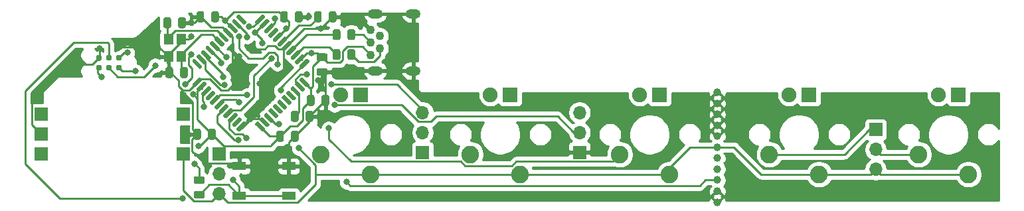
<source format=gbr>
%TF.GenerationSoftware,KiCad,Pcbnew,(5.1.6)-1*%
%TF.CreationDate,2021-03-25T17:16:48-05:00*%
%TF.ProjectId,Pikatea Macropad GB3,50696b61-7465-4612-904d-6163726f7061,rev?*%
%TF.SameCoordinates,Original*%
%TF.FileFunction,Copper,L1,Top*%
%TF.FilePolarity,Positive*%
%FSLAX46Y46*%
G04 Gerber Fmt 4.6, Leading zero omitted, Abs format (unit mm)*
G04 Created by KiCad (PCBNEW (5.1.6)-1) date 2021-03-25 17:16:48*
%MOMM*%
%LPD*%
G01*
G04 APERTURE LIST*
%TA.AperFunction,ComponentPad*%
%ADD10O,1.700000X1.700000*%
%TD*%
%TA.AperFunction,ComponentPad*%
%ADD11R,1.700000X1.700000*%
%TD*%
%TA.AperFunction,ComponentPad*%
%ADD12C,1.000000*%
%TD*%
%TA.AperFunction,SMDPad,CuDef*%
%ADD13R,1.700000X1.000000*%
%TD*%
%TA.AperFunction,SMDPad,CuDef*%
%ADD14C,0.787400*%
%TD*%
%TA.AperFunction,ComponentPad*%
%ADD15R,1.905000X1.905000*%
%TD*%
%TA.AperFunction,ComponentPad*%
%ADD16C,1.905000*%
%TD*%
%TA.AperFunction,ComponentPad*%
%ADD17C,2.250000*%
%TD*%
%TA.AperFunction,ComponentPad*%
%ADD18O,1.900000X1.200000*%
%TD*%
%TA.AperFunction,ComponentPad*%
%ADD19C,1.100000*%
%TD*%
%TA.AperFunction,SMDPad,CuDef*%
%ADD20R,1.200000X1.400000*%
%TD*%
%TA.AperFunction,ViaPad*%
%ADD21C,0.800000*%
%TD*%
%TA.AperFunction,Conductor*%
%ADD22C,0.250000*%
%TD*%
%TA.AperFunction,Conductor*%
%ADD23C,0.254000*%
%TD*%
G04 APERTURE END LIST*
D10*
%TO.P,J7,3*%
%TO.N,VBUS*%
X160000000Y-102120000D03*
%TO.P,J7,2*%
%TO.N,/MISO*%
X160000000Y-104660000D03*
D11*
%TO.P,J7,1*%
%TO.N,GND*%
X160000000Y-107200000D03*
%TD*%
D10*
%TO.P,J3,3*%
%TO.N,/CS*%
X140000000Y-102120000D03*
%TO.P,J3,2*%
%TO.N,/MOSI*%
X140000000Y-104660000D03*
D11*
%TO.P,J3,1*%
%TO.N,/SCK*%
X140000000Y-107200000D03*
%TD*%
D12*
%TO.P,J6,1*%
%TO.N,GND*%
X177580000Y-113550000D03*
X177580000Y-112150000D03*
%TO.P,J6,3*%
%TO.N,/D6*%
X177580000Y-110750000D03*
%TO.P,J6,2*%
%TO.N,/D8*%
X177580000Y-109350000D03*
%TO.P,J6,1*%
%TO.N,GND*%
X177580000Y-107950000D03*
X177580000Y-103750000D03*
X177580000Y-105150000D03*
%TO.P,J6,4*%
%TO.N,/A0*%
X177580000Y-106550000D03*
%TO.P,J6,1*%
%TO.N,GND*%
X177580000Y-102350000D03*
X177580000Y-100950000D03*
X177580000Y-99550000D03*
%TD*%
D13*
%TO.P,SW1,2*%
%TO.N,/RESET*%
X122936000Y-112766000D03*
X116636000Y-112766000D03*
%TO.P,SW1,1*%
%TO.N,GND*%
X122936000Y-108966000D03*
X116636000Y-108966000D03*
%TD*%
D14*
%TO.P,J1,2*%
%TO.N,/MOSI*%
X101270000Y-96440000D03*
%TO.P,J1,4*%
%TO.N,/SCK*%
X100000000Y-96440000D03*
%TO.P,J1,6*%
%TO.N,/MISO*%
X98730000Y-96440000D03*
%TO.P,J1,5*%
%TO.N,GND*%
X98730000Y-95170000D03*
%TO.P,J1,3*%
%TO.N,/RESET*%
X100000000Y-95170000D03*
%TO.P,J1,1*%
%TO.N,VBUS*%
X101270000Y-95170000D03*
%TD*%
D15*
%TO.P,MX5,4*%
%TO.N,Net-(MX1-Pad4)*%
X208320000Y-99840000D03*
D16*
%TO.P,MX5,3*%
%TO.N,Net-(MX5-Pad3)*%
X205780000Y-99840000D03*
D17*
%TO.P,MX5,1*%
%TO.N,/D6*%
X203240000Y-107460000D03*
%TO.P,MX5,2*%
%TO.N,/A0*%
X209590000Y-110000000D03*
%TD*%
D15*
%TO.P,MX4,4*%
%TO.N,Net-(MX1-Pad4)*%
X189270000Y-99840000D03*
D16*
%TO.P,MX4,3*%
%TO.N,Net-(MX4-Pad3)*%
X186730000Y-99840000D03*
D17*
%TO.P,MX4,1*%
%TO.N,/D8*%
X184190000Y-107460000D03*
%TO.P,MX4,2*%
%TO.N,/A0*%
X190540000Y-110000000D03*
%TD*%
D15*
%TO.P,MX3,4*%
%TO.N,Net-(MX1-Pad4)*%
X170220000Y-99840000D03*
D16*
%TO.P,MX3,3*%
%TO.N,Net-(MX3-Pad3)*%
X167680000Y-99840000D03*
D17*
%TO.P,MX3,1*%
%TO.N,/D7*%
X165140000Y-107460000D03*
%TO.P,MX3,2*%
%TO.N,/A0*%
X171490000Y-110000000D03*
%TD*%
D15*
%TO.P,MX2,4*%
%TO.N,Net-(MX1-Pad4)*%
X151170000Y-99840000D03*
D16*
%TO.P,MX2,3*%
%TO.N,Net-(MX2-Pad3)*%
X148630000Y-99840000D03*
D17*
%TO.P,MX2,1*%
%TO.N,/D9*%
X146090000Y-107460000D03*
%TO.P,MX2,2*%
%TO.N,/A0*%
X152440000Y-110000000D03*
%TD*%
D15*
%TO.P,MX1,4*%
%TO.N,Net-(MX1-Pad4)*%
X132120000Y-99840000D03*
D16*
%TO.P,MX1,3*%
%TO.N,Net-(MX1-Pad3)*%
X129580000Y-99840000D03*
D17*
%TO.P,MX1,1*%
%TO.N,/D5*%
X127040000Y-107460000D03*
%TO.P,MX1,2*%
%TO.N,/A0*%
X133390000Y-110000000D03*
%TD*%
D18*
%TO.P,J2,6*%
%TO.N,GND*%
X133960000Y-89510000D03*
X133960000Y-96810000D03*
D19*
%TO.P,J2,1*%
%TO.N,VBUS*%
X133360000Y-94760000D03*
%TO.P,J2,2*%
%TO.N,/D-*%
X134560000Y-93960000D03*
%TO.P,J2,3*%
%TO.N,/D+*%
X133360000Y-93160000D03*
%TO.P,J2,4*%
%TO.N,Net-(J2-Pad4)*%
X134560000Y-92360000D03*
%TO.P,J2,5*%
%TO.N,GND*%
X133360000Y-91560000D03*
D18*
%TO.P,J2,6*%
X138780000Y-96810000D03*
X138780000Y-89510000D03*
%TD*%
D20*
%TO.P,X1,4*%
%TO.N,GND*%
X107620000Y-94996000D03*
%TO.P,X1,3*%
%TO.N,Net-(C8-Pad1)*%
X107620000Y-92796000D03*
%TO.P,X1,2*%
%TO.N,GND*%
X109220000Y-92796000D03*
%TO.P,X1,1*%
%TO.N,Net-(C7-Pad1)*%
X109220000Y-94996000D03*
%TD*%
%TO.P,R5,2*%
%TO.N,Net-(R5-Pad2)*%
%TA.AperFunction,SMDPad,CuDef*%
G36*
G01*
X129512500Y-94273750D02*
X129512500Y-95186250D01*
G75*
G02*
X129268750Y-95430000I-243750J0D01*
G01*
X128781250Y-95430000D01*
G75*
G02*
X128537500Y-95186250I0J243750D01*
G01*
X128537500Y-94273750D01*
G75*
G02*
X128781250Y-94030000I243750J0D01*
G01*
X129268750Y-94030000D01*
G75*
G02*
X129512500Y-94273750I0J-243750D01*
G01*
G37*
%TD.AperFunction*%
%TO.P,R5,1*%
%TO.N,/D-*%
%TA.AperFunction,SMDPad,CuDef*%
G36*
G01*
X131387500Y-94273750D02*
X131387500Y-95186250D01*
G75*
G02*
X131143750Y-95430000I-243750J0D01*
G01*
X130656250Y-95430000D01*
G75*
G02*
X130412500Y-95186250I0J243750D01*
G01*
X130412500Y-94273750D01*
G75*
G02*
X130656250Y-94030000I243750J0D01*
G01*
X131143750Y-94030000D01*
G75*
G02*
X131387500Y-94273750I0J-243750D01*
G01*
G37*
%TD.AperFunction*%
%TD*%
%TO.P,R4,2*%
%TO.N,Net-(R4-Pad2)*%
%TA.AperFunction,SMDPad,CuDef*%
G36*
G01*
X129512500Y-91733750D02*
X129512500Y-92646250D01*
G75*
G02*
X129268750Y-92890000I-243750J0D01*
G01*
X128781250Y-92890000D01*
G75*
G02*
X128537500Y-92646250I0J243750D01*
G01*
X128537500Y-91733750D01*
G75*
G02*
X128781250Y-91490000I243750J0D01*
G01*
X129268750Y-91490000D01*
G75*
G02*
X129512500Y-91733750I0J-243750D01*
G01*
G37*
%TD.AperFunction*%
%TO.P,R4,1*%
%TO.N,/D+*%
%TA.AperFunction,SMDPad,CuDef*%
G36*
G01*
X131387500Y-91733750D02*
X131387500Y-92646250D01*
G75*
G02*
X131143750Y-92890000I-243750J0D01*
G01*
X130656250Y-92890000D01*
G75*
G02*
X130412500Y-92646250I0J243750D01*
G01*
X130412500Y-91733750D01*
G75*
G02*
X130656250Y-91490000I243750J0D01*
G01*
X131143750Y-91490000D01*
G75*
G02*
X131387500Y-91733750I0J-243750D01*
G01*
G37*
%TD.AperFunction*%
%TD*%
%TO.P,R3,2*%
%TO.N,/RESET*%
%TA.AperFunction,SMDPad,CuDef*%
G36*
G01*
X111049750Y-112131500D02*
X111962250Y-112131500D01*
G75*
G02*
X112206000Y-112375250I0J-243750D01*
G01*
X112206000Y-112862750D01*
G75*
G02*
X111962250Y-113106500I-243750J0D01*
G01*
X111049750Y-113106500D01*
G75*
G02*
X110806000Y-112862750I0J243750D01*
G01*
X110806000Y-112375250D01*
G75*
G02*
X111049750Y-112131500I243750J0D01*
G01*
G37*
%TD.AperFunction*%
%TO.P,R3,1*%
%TO.N,VBUS*%
%TA.AperFunction,SMDPad,CuDef*%
G36*
G01*
X111049750Y-110256500D02*
X111962250Y-110256500D01*
G75*
G02*
X112206000Y-110500250I0J-243750D01*
G01*
X112206000Y-110987750D01*
G75*
G02*
X111962250Y-111231500I-243750J0D01*
G01*
X111049750Y-111231500D01*
G75*
G02*
X110806000Y-110987750I0J243750D01*
G01*
X110806000Y-110500250D01*
G75*
G02*
X111049750Y-110256500I243750J0D01*
G01*
G37*
%TD.AperFunction*%
%TD*%
D10*
%TO.P,J4,3*%
%TO.N,/A0*%
X114046000Y-112522000D03*
%TO.P,J4,2*%
%TO.N,/D1*%
X114046000Y-109982000D03*
D11*
%TO.P,J4,1*%
%TO.N,/D0*%
X114046000Y-107442000D03*
%TD*%
%TO.P,C10,2*%
%TO.N,GND*%
%TA.AperFunction,SMDPad,CuDef*%
G36*
G01*
X125085500Y-103072250D02*
X125085500Y-102159750D01*
G75*
G02*
X125329250Y-101916000I243750J0D01*
G01*
X125816750Y-101916000D01*
G75*
G02*
X126060500Y-102159750I0J-243750D01*
G01*
X126060500Y-103072250D01*
G75*
G02*
X125816750Y-103316000I-243750J0D01*
G01*
X125329250Y-103316000D01*
G75*
G02*
X125085500Y-103072250I0J243750D01*
G01*
G37*
%TD.AperFunction*%
%TO.P,C10,1*%
%TO.N,Net-(C10-Pad1)*%
%TA.AperFunction,SMDPad,CuDef*%
G36*
G01*
X123210500Y-103072250D02*
X123210500Y-102159750D01*
G75*
G02*
X123454250Y-101916000I243750J0D01*
G01*
X123941750Y-101916000D01*
G75*
G02*
X124185500Y-102159750I0J-243750D01*
G01*
X124185500Y-103072250D01*
G75*
G02*
X123941750Y-103316000I-243750J0D01*
G01*
X123454250Y-103316000D01*
G75*
G02*
X123210500Y-103072250I0J243750D01*
G01*
G37*
%TD.AperFunction*%
%TD*%
%TO.P,C9,2*%
%TO.N,GND*%
%TA.AperFunction,SMDPad,CuDef*%
G36*
G01*
X128036500Y-90372250D02*
X128036500Y-89459750D01*
G75*
G02*
X128280250Y-89216000I243750J0D01*
G01*
X128767750Y-89216000D01*
G75*
G02*
X129011500Y-89459750I0J-243750D01*
G01*
X129011500Y-90372250D01*
G75*
G02*
X128767750Y-90616000I-243750J0D01*
G01*
X128280250Y-90616000D01*
G75*
G02*
X128036500Y-90372250I0J243750D01*
G01*
G37*
%TD.AperFunction*%
%TO.P,C9,1*%
%TO.N,Net-(C9-Pad1)*%
%TA.AperFunction,SMDPad,CuDef*%
G36*
G01*
X126161500Y-90372250D02*
X126161500Y-89459750D01*
G75*
G02*
X126405250Y-89216000I243750J0D01*
G01*
X126892750Y-89216000D01*
G75*
G02*
X127136500Y-89459750I0J-243750D01*
G01*
X127136500Y-90372250D01*
G75*
G02*
X126892750Y-90616000I-243750J0D01*
G01*
X126405250Y-90616000D01*
G75*
G02*
X126161500Y-90372250I0J243750D01*
G01*
G37*
%TD.AperFunction*%
%TD*%
%TO.P,C8,2*%
%TO.N,GND*%
%TA.AperFunction,SMDPad,CuDef*%
G36*
G01*
X108829500Y-91134250D02*
X108829500Y-90221750D01*
G75*
G02*
X109073250Y-89978000I243750J0D01*
G01*
X109560750Y-89978000D01*
G75*
G02*
X109804500Y-90221750I0J-243750D01*
G01*
X109804500Y-91134250D01*
G75*
G02*
X109560750Y-91378000I-243750J0D01*
G01*
X109073250Y-91378000D01*
G75*
G02*
X108829500Y-91134250I0J243750D01*
G01*
G37*
%TD.AperFunction*%
%TO.P,C8,1*%
%TO.N,Net-(C8-Pad1)*%
%TA.AperFunction,SMDPad,CuDef*%
G36*
G01*
X106954500Y-91134250D02*
X106954500Y-90221750D01*
G75*
G02*
X107198250Y-89978000I243750J0D01*
G01*
X107685750Y-89978000D01*
G75*
G02*
X107929500Y-90221750I0J-243750D01*
G01*
X107929500Y-91134250D01*
G75*
G02*
X107685750Y-91378000I-243750J0D01*
G01*
X107198250Y-91378000D01*
G75*
G02*
X106954500Y-91134250I0J243750D01*
G01*
G37*
%TD.AperFunction*%
%TD*%
%TO.P,C7,2*%
%TO.N,GND*%
%TA.AperFunction,SMDPad,CuDef*%
G36*
G01*
X108183500Y-96571750D02*
X108183500Y-97484250D01*
G75*
G02*
X107939750Y-97728000I-243750J0D01*
G01*
X107452250Y-97728000D01*
G75*
G02*
X107208500Y-97484250I0J243750D01*
G01*
X107208500Y-96571750D01*
G75*
G02*
X107452250Y-96328000I243750J0D01*
G01*
X107939750Y-96328000D01*
G75*
G02*
X108183500Y-96571750I0J-243750D01*
G01*
G37*
%TD.AperFunction*%
%TO.P,C7,1*%
%TO.N,Net-(C7-Pad1)*%
%TA.AperFunction,SMDPad,CuDef*%
G36*
G01*
X110058500Y-96571750D02*
X110058500Y-97484250D01*
G75*
G02*
X109814750Y-97728000I-243750J0D01*
G01*
X109327250Y-97728000D01*
G75*
G02*
X109083500Y-97484250I0J243750D01*
G01*
X109083500Y-96571750D01*
G75*
G02*
X109327250Y-96328000I243750J0D01*
G01*
X109814750Y-96328000D01*
G75*
G02*
X110058500Y-96571750I0J-243750D01*
G01*
G37*
%TD.AperFunction*%
%TD*%
%TO.P,C6,2*%
%TO.N,GND*%
%TA.AperFunction,SMDPad,CuDef*%
G36*
G01*
X126723750Y-96457500D02*
X127636250Y-96457500D01*
G75*
G02*
X127880000Y-96701250I0J-243750D01*
G01*
X127880000Y-97188750D01*
G75*
G02*
X127636250Y-97432500I-243750J0D01*
G01*
X126723750Y-97432500D01*
G75*
G02*
X126480000Y-97188750I0J243750D01*
G01*
X126480000Y-96701250D01*
G75*
G02*
X126723750Y-96457500I243750J0D01*
G01*
G37*
%TD.AperFunction*%
%TO.P,C6,1*%
%TO.N,VBUS*%
%TA.AperFunction,SMDPad,CuDef*%
G36*
G01*
X126723750Y-94582500D02*
X127636250Y-94582500D01*
G75*
G02*
X127880000Y-94826250I0J-243750D01*
G01*
X127880000Y-95313750D01*
G75*
G02*
X127636250Y-95557500I-243750J0D01*
G01*
X126723750Y-95557500D01*
G75*
G02*
X126480000Y-95313750I0J243750D01*
G01*
X126480000Y-94826250D01*
G75*
G02*
X126723750Y-94582500I243750J0D01*
G01*
G37*
%TD.AperFunction*%
%TD*%
%TO.P,C5,2*%
%TO.N,GND*%
%TA.AperFunction,SMDPad,CuDef*%
G36*
G01*
X123210500Y-105612250D02*
X123210500Y-104699750D01*
G75*
G02*
X123454250Y-104456000I243750J0D01*
G01*
X123941750Y-104456000D01*
G75*
G02*
X124185500Y-104699750I0J-243750D01*
G01*
X124185500Y-105612250D01*
G75*
G02*
X123941750Y-105856000I-243750J0D01*
G01*
X123454250Y-105856000D01*
G75*
G02*
X123210500Y-105612250I0J243750D01*
G01*
G37*
%TD.AperFunction*%
%TO.P,C5,1*%
%TO.N,VBUS*%
%TA.AperFunction,SMDPad,CuDef*%
G36*
G01*
X121335500Y-105612250D02*
X121335500Y-104699750D01*
G75*
G02*
X121579250Y-104456000I243750J0D01*
G01*
X122066750Y-104456000D01*
G75*
G02*
X122310500Y-104699750I0J-243750D01*
G01*
X122310500Y-105612250D01*
G75*
G02*
X122066750Y-105856000I-243750J0D01*
G01*
X121579250Y-105856000D01*
G75*
G02*
X121335500Y-105612250I0J243750D01*
G01*
G37*
%TD.AperFunction*%
%TD*%
%TO.P,C4,2*%
%TO.N,GND*%
%TA.AperFunction,SMDPad,CuDef*%
G36*
G01*
X127117500Y-101040250D02*
X127117500Y-100127750D01*
G75*
G02*
X127361250Y-99884000I243750J0D01*
G01*
X127848750Y-99884000D01*
G75*
G02*
X128092500Y-100127750I0J-243750D01*
G01*
X128092500Y-101040250D01*
G75*
G02*
X127848750Y-101284000I-243750J0D01*
G01*
X127361250Y-101284000D01*
G75*
G02*
X127117500Y-101040250I0J243750D01*
G01*
G37*
%TD.AperFunction*%
%TO.P,C4,1*%
%TO.N,VBUS*%
%TA.AperFunction,SMDPad,CuDef*%
G36*
G01*
X125242500Y-101040250D02*
X125242500Y-100127750D01*
G75*
G02*
X125486250Y-99884000I243750J0D01*
G01*
X125973750Y-99884000D01*
G75*
G02*
X126217500Y-100127750I0J-243750D01*
G01*
X126217500Y-101040250D01*
G75*
G02*
X125973750Y-101284000I-243750J0D01*
G01*
X125486250Y-101284000D01*
G75*
G02*
X125242500Y-101040250I0J243750D01*
G01*
G37*
%TD.AperFunction*%
%TD*%
%TO.P,C3,2*%
%TO.N,GND*%
%TA.AperFunction,SMDPad,CuDef*%
G36*
G01*
X111739500Y-104445750D02*
X111739500Y-105358250D01*
G75*
G02*
X111495750Y-105602000I-243750J0D01*
G01*
X111008250Y-105602000D01*
G75*
G02*
X110764500Y-105358250I0J243750D01*
G01*
X110764500Y-104445750D01*
G75*
G02*
X111008250Y-104202000I243750J0D01*
G01*
X111495750Y-104202000D01*
G75*
G02*
X111739500Y-104445750I0J-243750D01*
G01*
G37*
%TD.AperFunction*%
%TO.P,C3,1*%
%TO.N,VBUS*%
%TA.AperFunction,SMDPad,CuDef*%
G36*
G01*
X113614500Y-104445750D02*
X113614500Y-105358250D01*
G75*
G02*
X113370750Y-105602000I-243750J0D01*
G01*
X112883250Y-105602000D01*
G75*
G02*
X112639500Y-105358250I0J243750D01*
G01*
X112639500Y-104445750D01*
G75*
G02*
X112883250Y-104202000I243750J0D01*
G01*
X113370750Y-104202000D01*
G75*
G02*
X113614500Y-104445750I0J-243750D01*
G01*
G37*
%TD.AperFunction*%
%TD*%
%TO.P,C2,2*%
%TO.N,GND*%
%TA.AperFunction,SMDPad,CuDef*%
G36*
G01*
X123718500Y-90372250D02*
X123718500Y-89459750D01*
G75*
G02*
X123962250Y-89216000I243750J0D01*
G01*
X124449750Y-89216000D01*
G75*
G02*
X124693500Y-89459750I0J-243750D01*
G01*
X124693500Y-90372250D01*
G75*
G02*
X124449750Y-90616000I-243750J0D01*
G01*
X123962250Y-90616000D01*
G75*
G02*
X123718500Y-90372250I0J243750D01*
G01*
G37*
%TD.AperFunction*%
%TO.P,C2,1*%
%TO.N,VBUS*%
%TA.AperFunction,SMDPad,CuDef*%
G36*
G01*
X121843500Y-90372250D02*
X121843500Y-89459750D01*
G75*
G02*
X122087250Y-89216000I243750J0D01*
G01*
X122574750Y-89216000D01*
G75*
G02*
X122818500Y-89459750I0J-243750D01*
G01*
X122818500Y-90372250D01*
G75*
G02*
X122574750Y-90616000I-243750J0D01*
G01*
X122087250Y-90616000D01*
G75*
G02*
X121843500Y-90372250I0J243750D01*
G01*
G37*
%TD.AperFunction*%
%TD*%
%TO.P,C1,2*%
%TO.N,GND*%
%TA.AperFunction,SMDPad,CuDef*%
G36*
G01*
X112150500Y-89459750D02*
X112150500Y-90372250D01*
G75*
G02*
X111906750Y-90616000I-243750J0D01*
G01*
X111419250Y-90616000D01*
G75*
G02*
X111175500Y-90372250I0J243750D01*
G01*
X111175500Y-89459750D01*
G75*
G02*
X111419250Y-89216000I243750J0D01*
G01*
X111906750Y-89216000D01*
G75*
G02*
X112150500Y-89459750I0J-243750D01*
G01*
G37*
%TD.AperFunction*%
%TO.P,C1,1*%
%TO.N,VBUS*%
%TA.AperFunction,SMDPad,CuDef*%
G36*
G01*
X114025500Y-89459750D02*
X114025500Y-90372250D01*
G75*
G02*
X113781750Y-90616000I-243750J0D01*
G01*
X113294250Y-90616000D01*
G75*
G02*
X113050500Y-90372250I0J243750D01*
G01*
X113050500Y-89459750D01*
G75*
G02*
X113294250Y-89216000I243750J0D01*
G01*
X113781750Y-89216000D01*
G75*
G02*
X114025500Y-89459750I0J-243750D01*
G01*
G37*
%TD.AperFunction*%
%TD*%
D10*
%TO.P,J5,3*%
%TO.N,/A0*%
X197760000Y-109390000D03*
%TO.P,J5,2*%
%TO.N,/D6*%
X197760000Y-106850000D03*
D11*
%TO.P,J5,1*%
%TO.N,/D8*%
X197760000Y-104310000D03*
%TD*%
%TO.P,SW2,S1*%
%TO.N,/D2*%
X109450000Y-102360000D03*
%TO.P,SW2,S2*%
%TO.N,/A0*%
X109450000Y-107440000D03*
%TO.P,SW2,C*%
%TO.N,GND*%
X91350000Y-104900000D03*
%TO.P,SW2,B*%
%TO.N,/D3*%
X91350000Y-102360000D03*
%TO.P,SW2,A*%
%TO.N,/D4*%
X91350000Y-107440000D03*
%TD*%
%TO.P,U1,44*%
%TO.N,VBUS*%
%TA.AperFunction,SMDPad,CuDef*%
G36*
G01*
X124692609Y-97646847D02*
X125541137Y-98495375D01*
G75*
G02*
X125541137Y-98689829I-97227J-97227D01*
G01*
X125346683Y-98884283D01*
G75*
G02*
X125152229Y-98884283I-97227J97227D01*
G01*
X124303701Y-98035755D01*
G75*
G02*
X124303701Y-97841301I97227J97227D01*
G01*
X124498155Y-97646847D01*
G75*
G02*
X124692609Y-97646847I97227J-97227D01*
G01*
G37*
%TD.AperFunction*%
%TO.P,U1,43*%
%TO.N,GND*%
%TA.AperFunction,SMDPad,CuDef*%
G36*
G01*
X124126924Y-98212532D02*
X124975452Y-99061060D01*
G75*
G02*
X124975452Y-99255514I-97227J-97227D01*
G01*
X124780998Y-99449968D01*
G75*
G02*
X124586544Y-99449968I-97227J97227D01*
G01*
X123738016Y-98601440D01*
G75*
G02*
X123738016Y-98406986I97227J97227D01*
G01*
X123932470Y-98212532D01*
G75*
G02*
X124126924Y-98212532I97227J-97227D01*
G01*
G37*
%TD.AperFunction*%
%TO.P,U1,42*%
%TO.N,Net-(C10-Pad1)*%
%TA.AperFunction,SMDPad,CuDef*%
G36*
G01*
X123561238Y-98778218D02*
X124409766Y-99626746D01*
G75*
G02*
X124409766Y-99821200I-97227J-97227D01*
G01*
X124215312Y-100015654D01*
G75*
G02*
X124020858Y-100015654I-97227J97227D01*
G01*
X123172330Y-99167126D01*
G75*
G02*
X123172330Y-98972672I97227J97227D01*
G01*
X123366784Y-98778218D01*
G75*
G02*
X123561238Y-98778218I97227J-97227D01*
G01*
G37*
%TD.AperFunction*%
%TO.P,U1,41*%
%TO.N,Net-(U1-Pad41)*%
%TA.AperFunction,SMDPad,CuDef*%
G36*
G01*
X122995553Y-99343903D02*
X123844081Y-100192431D01*
G75*
G02*
X123844081Y-100386885I-97227J-97227D01*
G01*
X123649627Y-100581339D01*
G75*
G02*
X123455173Y-100581339I-97227J97227D01*
G01*
X122606645Y-99732811D01*
G75*
G02*
X122606645Y-99538357I97227J97227D01*
G01*
X122801099Y-99343903D01*
G75*
G02*
X122995553Y-99343903I97227J-97227D01*
G01*
G37*
%TD.AperFunction*%
%TO.P,U1,40*%
%TO.N,Net-(U1-Pad40)*%
%TA.AperFunction,SMDPad,CuDef*%
G36*
G01*
X122429868Y-99909589D02*
X123278396Y-100758117D01*
G75*
G02*
X123278396Y-100952571I-97227J-97227D01*
G01*
X123083942Y-101147025D01*
G75*
G02*
X122889488Y-101147025I-97227J97227D01*
G01*
X122040960Y-100298497D01*
G75*
G02*
X122040960Y-100104043I97227J97227D01*
G01*
X122235414Y-99909589D01*
G75*
G02*
X122429868Y-99909589I97227J-97227D01*
G01*
G37*
%TD.AperFunction*%
%TO.P,U1,39*%
%TO.N,Net-(U1-Pad39)*%
%TA.AperFunction,SMDPad,CuDef*%
G36*
G01*
X121864182Y-100475274D02*
X122712710Y-101323802D01*
G75*
G02*
X122712710Y-101518256I-97227J-97227D01*
G01*
X122518256Y-101712710D01*
G75*
G02*
X122323802Y-101712710I-97227J97227D01*
G01*
X121475274Y-100864182D01*
G75*
G02*
X121475274Y-100669728I97227J97227D01*
G01*
X121669728Y-100475274D01*
G75*
G02*
X121864182Y-100475274I97227J-97227D01*
G01*
G37*
%TD.AperFunction*%
%TO.P,U1,38*%
%TO.N,Net-(U1-Pad38)*%
%TA.AperFunction,SMDPad,CuDef*%
G36*
G01*
X121298497Y-101040960D02*
X122147025Y-101889488D01*
G75*
G02*
X122147025Y-102083942I-97227J-97227D01*
G01*
X121952571Y-102278396D01*
G75*
G02*
X121758117Y-102278396I-97227J97227D01*
G01*
X120909589Y-101429868D01*
G75*
G02*
X120909589Y-101235414I97227J97227D01*
G01*
X121104043Y-101040960D01*
G75*
G02*
X121298497Y-101040960I97227J-97227D01*
G01*
G37*
%TD.AperFunction*%
%TO.P,U1,37*%
%TO.N,Net-(U1-Pad37)*%
%TA.AperFunction,SMDPad,CuDef*%
G36*
G01*
X120732811Y-101606645D02*
X121581339Y-102455173D01*
G75*
G02*
X121581339Y-102649627I-97227J-97227D01*
G01*
X121386885Y-102844081D01*
G75*
G02*
X121192431Y-102844081I-97227J97227D01*
G01*
X120343903Y-101995553D01*
G75*
G02*
X120343903Y-101801099I97227J97227D01*
G01*
X120538357Y-101606645D01*
G75*
G02*
X120732811Y-101606645I97227J-97227D01*
G01*
G37*
%TD.AperFunction*%
%TO.P,U1,36*%
%TO.N,/A0*%
%TA.AperFunction,SMDPad,CuDef*%
G36*
G01*
X120167126Y-102172330D02*
X121015654Y-103020858D01*
G75*
G02*
X121015654Y-103215312I-97227J-97227D01*
G01*
X120821200Y-103409766D01*
G75*
G02*
X120626746Y-103409766I-97227J97227D01*
G01*
X119778218Y-102561238D01*
G75*
G02*
X119778218Y-102366784I97227J97227D01*
G01*
X119972672Y-102172330D01*
G75*
G02*
X120167126Y-102172330I97227J-97227D01*
G01*
G37*
%TD.AperFunction*%
%TO.P,U1,35*%
%TO.N,GND*%
%TA.AperFunction,SMDPad,CuDef*%
G36*
G01*
X119601440Y-102738016D02*
X120449968Y-103586544D01*
G75*
G02*
X120449968Y-103780998I-97227J-97227D01*
G01*
X120255514Y-103975452D01*
G75*
G02*
X120061060Y-103975452I-97227J97227D01*
G01*
X119212532Y-103126924D01*
G75*
G02*
X119212532Y-102932470I97227J97227D01*
G01*
X119406986Y-102738016D01*
G75*
G02*
X119601440Y-102738016I97227J-97227D01*
G01*
G37*
%TD.AperFunction*%
%TO.P,U1,34*%
%TO.N,VBUS*%
%TA.AperFunction,SMDPad,CuDef*%
G36*
G01*
X119035755Y-103303701D02*
X119884283Y-104152229D01*
G75*
G02*
X119884283Y-104346683I-97227J-97227D01*
G01*
X119689829Y-104541137D01*
G75*
G02*
X119495375Y-104541137I-97227J97227D01*
G01*
X118646847Y-103692609D01*
G75*
G02*
X118646847Y-103498155I97227J97227D01*
G01*
X118841301Y-103303701D01*
G75*
G02*
X119035755Y-103303701I97227J-97227D01*
G01*
G37*
%TD.AperFunction*%
%TO.P,U1,33*%
%TO.N,GND*%
%TA.AperFunction,SMDPad,CuDef*%
G36*
G01*
X117338699Y-103303701D02*
X117533153Y-103498155D01*
G75*
G02*
X117533153Y-103692609I-97227J-97227D01*
G01*
X116684625Y-104541137D01*
G75*
G02*
X116490171Y-104541137I-97227J97227D01*
G01*
X116295717Y-104346683D01*
G75*
G02*
X116295717Y-104152229I97227J97227D01*
G01*
X117144245Y-103303701D01*
G75*
G02*
X117338699Y-103303701I97227J-97227D01*
G01*
G37*
%TD.AperFunction*%
%TO.P,U1,32*%
%TO.N,/D13*%
%TA.AperFunction,SMDPad,CuDef*%
G36*
G01*
X116773014Y-102738016D02*
X116967468Y-102932470D01*
G75*
G02*
X116967468Y-103126924I-97227J-97227D01*
G01*
X116118940Y-103975452D01*
G75*
G02*
X115924486Y-103975452I-97227J97227D01*
G01*
X115730032Y-103780998D01*
G75*
G02*
X115730032Y-103586544I97227J97227D01*
G01*
X116578560Y-102738016D01*
G75*
G02*
X116773014Y-102738016I97227J-97227D01*
G01*
G37*
%TD.AperFunction*%
%TO.P,U1,31*%
%TO.N,/D5*%
%TA.AperFunction,SMDPad,CuDef*%
G36*
G01*
X116207328Y-102172330D02*
X116401782Y-102366784D01*
G75*
G02*
X116401782Y-102561238I-97227J-97227D01*
G01*
X115553254Y-103409766D01*
G75*
G02*
X115358800Y-103409766I-97227J97227D01*
G01*
X115164346Y-103215312D01*
G75*
G02*
X115164346Y-103020858I97227J97227D01*
G01*
X116012874Y-102172330D01*
G75*
G02*
X116207328Y-102172330I97227J-97227D01*
G01*
G37*
%TD.AperFunction*%
%TO.P,U1,30*%
%TO.N,/CS*%
%TA.AperFunction,SMDPad,CuDef*%
G36*
G01*
X115641643Y-101606645D02*
X115836097Y-101801099D01*
G75*
G02*
X115836097Y-101995553I-97227J-97227D01*
G01*
X114987569Y-102844081D01*
G75*
G02*
X114793115Y-102844081I-97227J97227D01*
G01*
X114598661Y-102649627D01*
G75*
G02*
X114598661Y-102455173I97227J97227D01*
G01*
X115447189Y-101606645D01*
G75*
G02*
X115641643Y-101606645I97227J-97227D01*
G01*
G37*
%TD.AperFunction*%
%TO.P,U1,29*%
%TO.N,/D9*%
%TA.AperFunction,SMDPad,CuDef*%
G36*
G01*
X115075957Y-101040960D02*
X115270411Y-101235414D01*
G75*
G02*
X115270411Y-101429868I-97227J-97227D01*
G01*
X114421883Y-102278396D01*
G75*
G02*
X114227429Y-102278396I-97227J97227D01*
G01*
X114032975Y-102083942D01*
G75*
G02*
X114032975Y-101889488I97227J97227D01*
G01*
X114881503Y-101040960D01*
G75*
G02*
X115075957Y-101040960I97227J-97227D01*
G01*
G37*
%TD.AperFunction*%
%TO.P,U1,28*%
%TO.N,/D8*%
%TA.AperFunction,SMDPad,CuDef*%
G36*
G01*
X114510272Y-100475274D02*
X114704726Y-100669728D01*
G75*
G02*
X114704726Y-100864182I-97227J-97227D01*
G01*
X113856198Y-101712710D01*
G75*
G02*
X113661744Y-101712710I-97227J97227D01*
G01*
X113467290Y-101518256D01*
G75*
G02*
X113467290Y-101323802I97227J97227D01*
G01*
X114315818Y-100475274D01*
G75*
G02*
X114510272Y-100475274I97227J-97227D01*
G01*
G37*
%TD.AperFunction*%
%TO.P,U1,27*%
%TO.N,/D6*%
%TA.AperFunction,SMDPad,CuDef*%
G36*
G01*
X113944586Y-99909589D02*
X114139040Y-100104043D01*
G75*
G02*
X114139040Y-100298497I-97227J-97227D01*
G01*
X113290512Y-101147025D01*
G75*
G02*
X113096058Y-101147025I-97227J97227D01*
G01*
X112901604Y-100952571D01*
G75*
G02*
X112901604Y-100758117I97227J97227D01*
G01*
X113750132Y-99909589D01*
G75*
G02*
X113944586Y-99909589I97227J-97227D01*
G01*
G37*
%TD.AperFunction*%
%TO.P,U1,26*%
%TO.N,/D12*%
%TA.AperFunction,SMDPad,CuDef*%
G36*
G01*
X113378901Y-99343903D02*
X113573355Y-99538357D01*
G75*
G02*
X113573355Y-99732811I-97227J-97227D01*
G01*
X112724827Y-100581339D01*
G75*
G02*
X112530373Y-100581339I-97227J97227D01*
G01*
X112335919Y-100386885D01*
G75*
G02*
X112335919Y-100192431I97227J97227D01*
G01*
X113184447Y-99343903D01*
G75*
G02*
X113378901Y-99343903I97227J-97227D01*
G01*
G37*
%TD.AperFunction*%
%TO.P,U1,25*%
%TO.N,/D4*%
%TA.AperFunction,SMDPad,CuDef*%
G36*
G01*
X112813216Y-98778218D02*
X113007670Y-98972672D01*
G75*
G02*
X113007670Y-99167126I-97227J-97227D01*
G01*
X112159142Y-100015654D01*
G75*
G02*
X111964688Y-100015654I-97227J97227D01*
G01*
X111770234Y-99821200D01*
G75*
G02*
X111770234Y-99626746I97227J97227D01*
G01*
X112618762Y-98778218D01*
G75*
G02*
X112813216Y-98778218I97227J-97227D01*
G01*
G37*
%TD.AperFunction*%
%TO.P,U1,24*%
%TO.N,VBUS*%
%TA.AperFunction,SMDPad,CuDef*%
G36*
G01*
X112247530Y-98212532D02*
X112441984Y-98406986D01*
G75*
G02*
X112441984Y-98601440I-97227J-97227D01*
G01*
X111593456Y-99449968D01*
G75*
G02*
X111399002Y-99449968I-97227J97227D01*
G01*
X111204548Y-99255514D01*
G75*
G02*
X111204548Y-99061060I97227J97227D01*
G01*
X112053076Y-98212532D01*
G75*
G02*
X112247530Y-98212532I97227J-97227D01*
G01*
G37*
%TD.AperFunction*%
%TO.P,U1,23*%
%TO.N,GND*%
%TA.AperFunction,SMDPad,CuDef*%
G36*
G01*
X111681845Y-97646847D02*
X111876299Y-97841301D01*
G75*
G02*
X111876299Y-98035755I-97227J-97227D01*
G01*
X111027771Y-98884283D01*
G75*
G02*
X110833317Y-98884283I-97227J97227D01*
G01*
X110638863Y-98689829D01*
G75*
G02*
X110638863Y-98495375I97227J97227D01*
G01*
X111487391Y-97646847D01*
G75*
G02*
X111681845Y-97646847I97227J-97227D01*
G01*
G37*
%TD.AperFunction*%
%TO.P,U1,22*%
%TO.N,Net-(U1-Pad22)*%
%TA.AperFunction,SMDPad,CuDef*%
G36*
G01*
X111027771Y-95295717D02*
X111876299Y-96144245D01*
G75*
G02*
X111876299Y-96338699I-97227J-97227D01*
G01*
X111681845Y-96533153D01*
G75*
G02*
X111487391Y-96533153I-97227J97227D01*
G01*
X110638863Y-95684625D01*
G75*
G02*
X110638863Y-95490171I97227J97227D01*
G01*
X110833317Y-95295717D01*
G75*
G02*
X111027771Y-95295717I97227J-97227D01*
G01*
G37*
%TD.AperFunction*%
%TO.P,U1,21*%
%TO.N,/D1*%
%TA.AperFunction,SMDPad,CuDef*%
G36*
G01*
X111593456Y-94730032D02*
X112441984Y-95578560D01*
G75*
G02*
X112441984Y-95773014I-97227J-97227D01*
G01*
X112247530Y-95967468D01*
G75*
G02*
X112053076Y-95967468I-97227J97227D01*
G01*
X111204548Y-95118940D01*
G75*
G02*
X111204548Y-94924486I97227J97227D01*
G01*
X111399002Y-94730032D01*
G75*
G02*
X111593456Y-94730032I97227J-97227D01*
G01*
G37*
%TD.AperFunction*%
%TO.P,U1,20*%
%TO.N,/D0*%
%TA.AperFunction,SMDPad,CuDef*%
G36*
G01*
X112159142Y-94164346D02*
X113007670Y-95012874D01*
G75*
G02*
X113007670Y-95207328I-97227J-97227D01*
G01*
X112813216Y-95401782D01*
G75*
G02*
X112618762Y-95401782I-97227J97227D01*
G01*
X111770234Y-94553254D01*
G75*
G02*
X111770234Y-94358800I97227J97227D01*
G01*
X111964688Y-94164346D01*
G75*
G02*
X112159142Y-94164346I97227J-97227D01*
G01*
G37*
%TD.AperFunction*%
%TO.P,U1,19*%
%TO.N,/D2*%
%TA.AperFunction,SMDPad,CuDef*%
G36*
G01*
X112724827Y-93598661D02*
X113573355Y-94447189D01*
G75*
G02*
X113573355Y-94641643I-97227J-97227D01*
G01*
X113378901Y-94836097D01*
G75*
G02*
X113184447Y-94836097I-97227J97227D01*
G01*
X112335919Y-93987569D01*
G75*
G02*
X112335919Y-93793115I97227J97227D01*
G01*
X112530373Y-93598661D01*
G75*
G02*
X112724827Y-93598661I97227J-97227D01*
G01*
G37*
%TD.AperFunction*%
%TO.P,U1,18*%
%TO.N,/D3*%
%TA.AperFunction,SMDPad,CuDef*%
G36*
G01*
X113290512Y-93032975D02*
X114139040Y-93881503D01*
G75*
G02*
X114139040Y-94075957I-97227J-97227D01*
G01*
X113944586Y-94270411D01*
G75*
G02*
X113750132Y-94270411I-97227J97227D01*
G01*
X112901604Y-93421883D01*
G75*
G02*
X112901604Y-93227429I97227J97227D01*
G01*
X113096058Y-93032975D01*
G75*
G02*
X113290512Y-93032975I97227J-97227D01*
G01*
G37*
%TD.AperFunction*%
%TO.P,U1,17*%
%TO.N,Net-(C7-Pad1)*%
%TA.AperFunction,SMDPad,CuDef*%
G36*
G01*
X113856198Y-92467290D02*
X114704726Y-93315818D01*
G75*
G02*
X114704726Y-93510272I-97227J-97227D01*
G01*
X114510272Y-93704726D01*
G75*
G02*
X114315818Y-93704726I-97227J97227D01*
G01*
X113467290Y-92856198D01*
G75*
G02*
X113467290Y-92661744I97227J97227D01*
G01*
X113661744Y-92467290D01*
G75*
G02*
X113856198Y-92467290I97227J-97227D01*
G01*
G37*
%TD.AperFunction*%
%TO.P,U1,16*%
%TO.N,Net-(C8-Pad1)*%
%TA.AperFunction,SMDPad,CuDef*%
G36*
G01*
X114421883Y-91901604D02*
X115270411Y-92750132D01*
G75*
G02*
X115270411Y-92944586I-97227J-97227D01*
G01*
X115075957Y-93139040D01*
G75*
G02*
X114881503Y-93139040I-97227J97227D01*
G01*
X114032975Y-92290512D01*
G75*
G02*
X114032975Y-92096058I97227J97227D01*
G01*
X114227429Y-91901604D01*
G75*
G02*
X114421883Y-91901604I97227J-97227D01*
G01*
G37*
%TD.AperFunction*%
%TO.P,U1,15*%
%TO.N,GND*%
%TA.AperFunction,SMDPad,CuDef*%
G36*
G01*
X114987569Y-91335919D02*
X115836097Y-92184447D01*
G75*
G02*
X115836097Y-92378901I-97227J-97227D01*
G01*
X115641643Y-92573355D01*
G75*
G02*
X115447189Y-92573355I-97227J97227D01*
G01*
X114598661Y-91724827D01*
G75*
G02*
X114598661Y-91530373I97227J97227D01*
G01*
X114793115Y-91335919D01*
G75*
G02*
X114987569Y-91335919I97227J-97227D01*
G01*
G37*
%TD.AperFunction*%
%TO.P,U1,14*%
%TO.N,VBUS*%
%TA.AperFunction,SMDPad,CuDef*%
G36*
G01*
X115553254Y-90770234D02*
X116401782Y-91618762D01*
G75*
G02*
X116401782Y-91813216I-97227J-97227D01*
G01*
X116207328Y-92007670D01*
G75*
G02*
X116012874Y-92007670I-97227J97227D01*
G01*
X115164346Y-91159142D01*
G75*
G02*
X115164346Y-90964688I97227J97227D01*
G01*
X115358800Y-90770234D01*
G75*
G02*
X115553254Y-90770234I97227J-97227D01*
G01*
G37*
%TD.AperFunction*%
%TO.P,U1,13*%
%TO.N,/RESET*%
%TA.AperFunction,SMDPad,CuDef*%
G36*
G01*
X116118940Y-90204548D02*
X116967468Y-91053076D01*
G75*
G02*
X116967468Y-91247530I-97227J-97227D01*
G01*
X116773014Y-91441984D01*
G75*
G02*
X116578560Y-91441984I-97227J97227D01*
G01*
X115730032Y-90593456D01*
G75*
G02*
X115730032Y-90399002I97227J97227D01*
G01*
X115924486Y-90204548D01*
G75*
G02*
X116118940Y-90204548I97227J-97227D01*
G01*
G37*
%TD.AperFunction*%
%TO.P,U1,12*%
%TO.N,/D11*%
%TA.AperFunction,SMDPad,CuDef*%
G36*
G01*
X116684625Y-89638863D02*
X117533153Y-90487391D01*
G75*
G02*
X117533153Y-90681845I-97227J-97227D01*
G01*
X117338699Y-90876299D01*
G75*
G02*
X117144245Y-90876299I-97227J97227D01*
G01*
X116295717Y-90027771D01*
G75*
G02*
X116295717Y-89833317I97227J97227D01*
G01*
X116490171Y-89638863D01*
G75*
G02*
X116684625Y-89638863I97227J-97227D01*
G01*
G37*
%TD.AperFunction*%
%TO.P,U1,11*%
%TO.N,/MISO*%
%TA.AperFunction,SMDPad,CuDef*%
G36*
G01*
X119689829Y-89638863D02*
X119884283Y-89833317D01*
G75*
G02*
X119884283Y-90027771I-97227J-97227D01*
G01*
X119035755Y-90876299D01*
G75*
G02*
X118841301Y-90876299I-97227J97227D01*
G01*
X118646847Y-90681845D01*
G75*
G02*
X118646847Y-90487391I97227J97227D01*
G01*
X119495375Y-89638863D01*
G75*
G02*
X119689829Y-89638863I97227J-97227D01*
G01*
G37*
%TD.AperFunction*%
%TO.P,U1,10*%
%TO.N,/MOSI*%
%TA.AperFunction,SMDPad,CuDef*%
G36*
G01*
X120255514Y-90204548D02*
X120449968Y-90399002D01*
G75*
G02*
X120449968Y-90593456I-97227J-97227D01*
G01*
X119601440Y-91441984D01*
G75*
G02*
X119406986Y-91441984I-97227J97227D01*
G01*
X119212532Y-91247530D01*
G75*
G02*
X119212532Y-91053076I97227J97227D01*
G01*
X120061060Y-90204548D01*
G75*
G02*
X120255514Y-90204548I97227J-97227D01*
G01*
G37*
%TD.AperFunction*%
%TO.P,U1,9*%
%TO.N,/SCK*%
%TA.AperFunction,SMDPad,CuDef*%
G36*
G01*
X120821200Y-90770234D02*
X121015654Y-90964688D01*
G75*
G02*
X121015654Y-91159142I-97227J-97227D01*
G01*
X120167126Y-92007670D01*
G75*
G02*
X119972672Y-92007670I-97227J97227D01*
G01*
X119778218Y-91813216D01*
G75*
G02*
X119778218Y-91618762I97227J97227D01*
G01*
X120626746Y-90770234D01*
G75*
G02*
X120821200Y-90770234I97227J-97227D01*
G01*
G37*
%TD.AperFunction*%
%TO.P,U1,8*%
%TO.N,Net-(U1-Pad8)*%
%TA.AperFunction,SMDPad,CuDef*%
G36*
G01*
X121386885Y-91335919D02*
X121581339Y-91530373D01*
G75*
G02*
X121581339Y-91724827I-97227J-97227D01*
G01*
X120732811Y-92573355D01*
G75*
G02*
X120538357Y-92573355I-97227J97227D01*
G01*
X120343903Y-92378901D01*
G75*
G02*
X120343903Y-92184447I97227J97227D01*
G01*
X121192431Y-91335919D01*
G75*
G02*
X121386885Y-91335919I97227J-97227D01*
G01*
G37*
%TD.AperFunction*%
%TO.P,U1,7*%
%TO.N,VBUS*%
%TA.AperFunction,SMDPad,CuDef*%
G36*
G01*
X121952571Y-91901604D02*
X122147025Y-92096058D01*
G75*
G02*
X122147025Y-92290512I-97227J-97227D01*
G01*
X121298497Y-93139040D01*
G75*
G02*
X121104043Y-93139040I-97227J97227D01*
G01*
X120909589Y-92944586D01*
G75*
G02*
X120909589Y-92750132I97227J97227D01*
G01*
X121758117Y-91901604D01*
G75*
G02*
X121952571Y-91901604I97227J-97227D01*
G01*
G37*
%TD.AperFunction*%
%TO.P,U1,6*%
%TO.N,Net-(C9-Pad1)*%
%TA.AperFunction,SMDPad,CuDef*%
G36*
G01*
X122518256Y-92467290D02*
X122712710Y-92661744D01*
G75*
G02*
X122712710Y-92856198I-97227J-97227D01*
G01*
X121864182Y-93704726D01*
G75*
G02*
X121669728Y-93704726I-97227J97227D01*
G01*
X121475274Y-93510272D01*
G75*
G02*
X121475274Y-93315818I97227J97227D01*
G01*
X122323802Y-92467290D01*
G75*
G02*
X122518256Y-92467290I97227J-97227D01*
G01*
G37*
%TD.AperFunction*%
%TO.P,U1,5*%
%TO.N,GND*%
%TA.AperFunction,SMDPad,CuDef*%
G36*
G01*
X123083942Y-93032975D02*
X123278396Y-93227429D01*
G75*
G02*
X123278396Y-93421883I-97227J-97227D01*
G01*
X122429868Y-94270411D01*
G75*
G02*
X122235414Y-94270411I-97227J97227D01*
G01*
X122040960Y-94075957D01*
G75*
G02*
X122040960Y-93881503I97227J97227D01*
G01*
X122889488Y-93032975D01*
G75*
G02*
X123083942Y-93032975I97227J-97227D01*
G01*
G37*
%TD.AperFunction*%
%TO.P,U1,4*%
%TO.N,Net-(R4-Pad2)*%
%TA.AperFunction,SMDPad,CuDef*%
G36*
G01*
X123649627Y-93598661D02*
X123844081Y-93793115D01*
G75*
G02*
X123844081Y-93987569I-97227J-97227D01*
G01*
X122995553Y-94836097D01*
G75*
G02*
X122801099Y-94836097I-97227J97227D01*
G01*
X122606645Y-94641643D01*
G75*
G02*
X122606645Y-94447189I97227J97227D01*
G01*
X123455173Y-93598661D01*
G75*
G02*
X123649627Y-93598661I97227J-97227D01*
G01*
G37*
%TD.AperFunction*%
%TO.P,U1,3*%
%TO.N,Net-(R5-Pad2)*%
%TA.AperFunction,SMDPad,CuDef*%
G36*
G01*
X124215312Y-94164346D02*
X124409766Y-94358800D01*
G75*
G02*
X124409766Y-94553254I-97227J-97227D01*
G01*
X123561238Y-95401782D01*
G75*
G02*
X123366784Y-95401782I-97227J97227D01*
G01*
X123172330Y-95207328D01*
G75*
G02*
X123172330Y-95012874I97227J97227D01*
G01*
X124020858Y-94164346D01*
G75*
G02*
X124215312Y-94164346I97227J-97227D01*
G01*
G37*
%TD.AperFunction*%
%TO.P,U1,2*%
%TO.N,VBUS*%
%TA.AperFunction,SMDPad,CuDef*%
G36*
G01*
X124780998Y-94730032D02*
X124975452Y-94924486D01*
G75*
G02*
X124975452Y-95118940I-97227J-97227D01*
G01*
X124126924Y-95967468D01*
G75*
G02*
X123932470Y-95967468I-97227J97227D01*
G01*
X123738016Y-95773014D01*
G75*
G02*
X123738016Y-95578560I97227J97227D01*
G01*
X124586544Y-94730032D01*
G75*
G02*
X124780998Y-94730032I97227J-97227D01*
G01*
G37*
%TD.AperFunction*%
%TO.P,U1,1*%
%TO.N,/D7*%
%TA.AperFunction,SMDPad,CuDef*%
G36*
G01*
X125346683Y-95295717D02*
X125541137Y-95490171D01*
G75*
G02*
X125541137Y-95684625I-97227J-97227D01*
G01*
X124692609Y-96533153D01*
G75*
G02*
X124498155Y-96533153I-97227J97227D01*
G01*
X124303701Y-96338699D01*
G75*
G02*
X124303701Y-96144245I97227J97227D01*
G01*
X125152229Y-95295717D01*
G75*
G02*
X125346683Y-95295717I97227J-97227D01*
G01*
G37*
%TD.AperFunction*%
%TD*%
D21*
%TO.N,GND*%
X127015990Y-91424010D03*
X125476000Y-89916000D03*
X110485347Y-92451347D03*
X110490000Y-90678000D03*
X101092000Y-93726000D03*
X98806000Y-93980000D03*
X126709000Y-98044000D03*
X125259000Y-97282000D03*
X117856000Y-93980000D03*
X116581347Y-95000653D03*
X117602000Y-98466619D03*
X119216592Y-98466619D03*
%TO.N,/MOSI*%
X118618000Y-91948000D03*
X103378000Y-96850000D03*
X119551391Y-93309915D03*
%TO.N,/RESET*%
X115824000Y-110744000D03*
X117617417Y-92471417D03*
X109430672Y-113073328D03*
%TO.N,/SCK*%
X105918000Y-96125000D03*
X121158000Y-90170000D03*
%TO.N,/MISO*%
X117866562Y-91196966D03*
X99060000Y-97575000D03*
X128778000Y-101186990D03*
X121480858Y-95943142D03*
X116596764Y-92466764D03*
%TO.N,/A0*%
X121666000Y-103632000D03*
X124206000Y-106680000D03*
%TO.N,/D9*%
X116549000Y-105664000D03*
%TO.N,/D6*%
X130302000Y-110998000D03*
X117602000Y-99916620D03*
%TO.N,/D5*%
X117502006Y-105361042D03*
%TO.N,/CS*%
X128330000Y-98552000D03*
X120718858Y-95181142D03*
%TO.N,/D4*%
X112120174Y-101363615D03*
%TO.N,/D3*%
X115022524Y-95066309D03*
%TO.N,/D2*%
X114315417Y-95773417D03*
%TO.N,/D8*%
X116586000Y-100838000D03*
%TO.N,VBUS*%
X114813056Y-90418944D03*
X110490000Y-94742000D03*
X125842768Y-94505839D03*
X122645315Y-91403315D03*
X102362000Y-94488000D03*
X109728000Y-98552000D03*
X110711805Y-99832686D03*
X110927841Y-108641841D03*
X111395174Y-106426000D03*
%TO.N,/D7*%
X121920000Y-99284198D03*
X128016000Y-104140000D03*
%TO.N,/D1*%
X114771000Y-98583315D03*
%TO.N,/D0*%
X114602571Y-97584571D03*
%TD*%
D22*
%TO.N,GND*%
X133360000Y-91560000D02*
X132810001Y-91010001D01*
X131716000Y-89916000D02*
X128524000Y-89916000D01*
X133360000Y-91560000D02*
X131716000Y-89916000D01*
X124887361Y-91424010D02*
X122659678Y-93651693D01*
X127015990Y-91424010D02*
X124887361Y-91424010D01*
X128524000Y-89916000D02*
X127015990Y-91424010D01*
X125476000Y-89916000D02*
X124206000Y-89916000D01*
X107442000Y-95174000D02*
X107620000Y-94996000D01*
X109220000Y-92796000D02*
X110140694Y-92796000D01*
X110140694Y-92796000D02*
X110485347Y-92451347D01*
X110901000Y-90678000D02*
X111663000Y-89916000D01*
X110490000Y-90678000D02*
X110901000Y-90678000D01*
X110490000Y-90678000D02*
X109317000Y-90678000D01*
X109220000Y-93081002D02*
X109220000Y-92796000D01*
X107620000Y-94681002D02*
X109220000Y-93081002D01*
X107620000Y-94996000D02*
X107620000Y-94681002D01*
X113000000Y-91253000D02*
X111663000Y-89916000D01*
X114515742Y-91253000D02*
X113000000Y-91253000D01*
X115217379Y-91954637D02*
X114515742Y-91253000D01*
X127605000Y-97370000D02*
X127180000Y-96945000D01*
X127605000Y-100584000D02*
X127605000Y-97370000D01*
X125573000Y-102616000D02*
X127605000Y-100584000D01*
X107620000Y-94996000D02*
X106386999Y-93762999D01*
X111252000Y-104902000D02*
X110839265Y-104489265D01*
X110839265Y-98683881D02*
X111257581Y-98265565D01*
X110795626Y-104445626D02*
X111252000Y-104902000D01*
X106386999Y-93762999D02*
X101128999Y-93762999D01*
X101128999Y-93762999D02*
X101092000Y-93726000D01*
X98806000Y-95094000D02*
X98730000Y-95170000D01*
X98806000Y-93980000D02*
X98806000Y-95094000D01*
X90174999Y-100780013D02*
X90174999Y-103724999D01*
X94967013Y-95987999D02*
X90174999Y-100780013D01*
X90174999Y-103724999D02*
X91350000Y-104900000D01*
X97912001Y-95987999D02*
X94967013Y-95987999D01*
X98730000Y-95170000D02*
X97912001Y-95987999D01*
X115747525Y-92484783D02*
X115217379Y-91954637D01*
X112832839Y-97847249D02*
X114293906Y-99308316D01*
X114293906Y-99308316D02*
X115119001Y-99308316D01*
X111675897Y-97847249D02*
X112832839Y-97847249D01*
X115119001Y-99308316D02*
X115747525Y-98679792D01*
X111257581Y-98265565D02*
X111675897Y-97847249D01*
X122241362Y-94070009D02*
X122659678Y-93651693D01*
X122241362Y-96715878D02*
X122241362Y-94070009D01*
X117898436Y-102938418D02*
X116914435Y-103922419D01*
X119412934Y-102938418D02*
X117898436Y-102938418D01*
X119831250Y-103356734D02*
X119412934Y-102938418D01*
X116259353Y-99191620D02*
X115747525Y-98679792D01*
X107620000Y-96952000D02*
X107696000Y-97028000D01*
X107620000Y-94996000D02*
X107620000Y-96952000D01*
X107822988Y-97028000D02*
X107696000Y-97028000D01*
X108850010Y-98747012D02*
X108850010Y-98055022D01*
X108850010Y-98055022D02*
X107822988Y-97028000D01*
X109379999Y-99277001D02*
X108850010Y-98747012D01*
X110246145Y-99277001D02*
X109379999Y-99277001D01*
X111257581Y-98265565D02*
X110246145Y-99277001D01*
X109379999Y-99573882D02*
X110644117Y-100838000D01*
X109379999Y-99277001D02*
X109379999Y-99573882D01*
X110644117Y-104294117D02*
X111252000Y-104902000D01*
X110644117Y-100838000D02*
X110644117Y-104294117D01*
X125573000Y-103281000D02*
X125573000Y-102616000D01*
X123698000Y-105156000D02*
X125573000Y-103281000D01*
X122936000Y-105918000D02*
X122936000Y-108966000D01*
X123698000Y-105156000D02*
X122936000Y-105918000D01*
X122936000Y-108966000D02*
X116636000Y-108966000D01*
X110625001Y-105528999D02*
X111252000Y-104902000D01*
X112173001Y-108617001D02*
X110625001Y-107069001D01*
X116287001Y-108617001D02*
X112173001Y-108617001D01*
X110625001Y-107069001D02*
X110625001Y-105528999D01*
X116636000Y-108966000D02*
X116287001Y-108617001D01*
X127180000Y-96945000D02*
X127180000Y-97573000D01*
X127180000Y-97573000D02*
X126709000Y-98044000D01*
X123760742Y-97924624D02*
X123760742Y-98235258D01*
X124403802Y-97281564D02*
X123760742Y-97924624D01*
X125258564Y-97281564D02*
X124403802Y-97281564D01*
X125259000Y-97282000D02*
X125258564Y-97281564D01*
X124356734Y-98831250D02*
X123760742Y-98235258D01*
X122241362Y-94070009D02*
X121575375Y-94070009D01*
X119893169Y-94034916D02*
X117910916Y-94034916D01*
X117910916Y-94034916D02*
X117856000Y-93980000D01*
X121575375Y-94070009D02*
X121157059Y-93651693D01*
X121157059Y-93651693D02*
X120276392Y-93651693D01*
X120276392Y-93651693D02*
X119893169Y-94034916D01*
X115747525Y-98679792D02*
X115747525Y-94157525D01*
X115747525Y-94166831D02*
X115747525Y-94157525D01*
X116581347Y-95000653D02*
X115747525Y-94166831D01*
X115747525Y-94157525D02*
X115747525Y-92484783D01*
X116259353Y-99191620D02*
X116876999Y-99191620D01*
X116876999Y-99191620D02*
X117602000Y-98466619D01*
X120490621Y-98466619D02*
X120654620Y-98302620D01*
X119216592Y-98466619D02*
X120490621Y-98466619D01*
X120654620Y-98302620D02*
X122241362Y-96715878D01*
X119216592Y-101620262D02*
X117898436Y-102938418D01*
X119216592Y-98466619D02*
X119216592Y-101620262D01*
%TO.N,Net-(C7-Pad1)*%
X109220000Y-94996000D02*
X109220000Y-94742000D01*
X109220000Y-94742000D02*
X111760000Y-92202000D01*
X113202000Y-92202000D02*
X114086008Y-93086008D01*
X111760000Y-92202000D02*
X113202000Y-92202000D01*
X109220000Y-97185000D02*
X109317000Y-97282000D01*
X109220000Y-96677000D02*
X109571000Y-97028000D01*
X109220000Y-94996000D02*
X109220000Y-96677000D01*
%TO.N,Net-(C8-Pad1)*%
X113834381Y-91703010D02*
X114651693Y-92520322D01*
X108427988Y-91703010D02*
X113834381Y-91703010D01*
X107620000Y-92510998D02*
X108427988Y-91703010D01*
X107620000Y-92796000D02*
X107620000Y-92510998D01*
X107442000Y-92618000D02*
X107620000Y-92796000D01*
X107442000Y-90678000D02*
X107442000Y-92618000D01*
%TO.N,Net-(C9-Pad1)*%
X126649000Y-90013000D02*
X126649000Y-89916000D01*
X125688000Y-90974000D02*
X126649000Y-90013000D01*
X122093992Y-93086008D02*
X124206000Y-90974000D01*
X124206000Y-90974000D02*
X125688000Y-90974000D01*
%TO.N,Net-(C10-Pad1)*%
X124209364Y-99815252D02*
X123791048Y-99396936D01*
X124209364Y-102104636D02*
X124209364Y-99815252D01*
X123698000Y-102616000D02*
X124209364Y-102104636D01*
%TO.N,/MOSI*%
X119831250Y-90823266D02*
X119742734Y-90823266D01*
X119742734Y-90823266D02*
X118618000Y-91948000D01*
X101680000Y-96850000D02*
X101270000Y-96440000D01*
X103378000Y-96850000D02*
X101680000Y-96850000D01*
X119551391Y-92881391D02*
X118618000Y-91948000D01*
X119551391Y-93309915D02*
X119551391Y-92881391D01*
%TO.N,/RESET*%
X116636000Y-112766000D02*
X122936000Y-112766000D01*
X116636000Y-112766000D02*
X116636000Y-111556000D01*
X116636000Y-111556000D02*
X115824000Y-110744000D01*
X117617417Y-92091933D02*
X116348750Y-90823266D01*
X117617417Y-92471417D02*
X117617417Y-92091933D01*
X99822000Y-93218000D02*
X100000000Y-93396000D01*
X109430672Y-113073328D02*
X93762265Y-113073328D01*
X93762265Y-113073328D02*
X89350010Y-108661073D01*
X89350010Y-108661073D02*
X89350010Y-99342273D01*
X89350010Y-99342273D02*
X95474283Y-93218000D01*
X100000000Y-93396000D02*
X100000000Y-95170000D01*
X95474283Y-93218000D02*
X99822000Y-93218000D01*
X111506000Y-112619000D02*
X112778001Y-111346999D01*
X112778001Y-111346999D02*
X115216999Y-111346999D01*
X115216999Y-111346999D02*
X116636000Y-112766000D01*
%TO.N,/SCK*%
X104467999Y-97575001D02*
X101135001Y-97575001D01*
X101135001Y-97575001D02*
X100000000Y-96440000D01*
X105918000Y-96125000D02*
X104467999Y-97575001D01*
X120396936Y-91388952D02*
X121158000Y-90627888D01*
X121158000Y-90627888D02*
X121158000Y-90170000D01*
%TO.N,/MISO*%
X119265565Y-90257581D02*
X119265565Y-90284435D01*
X119265565Y-90284435D02*
X118353034Y-91196966D01*
X118353034Y-91196966D02*
X117866562Y-91196966D01*
X99060000Y-97575000D02*
X98552000Y-97067000D01*
X98552000Y-96618000D02*
X98730000Y-96440000D01*
X98552000Y-97067000D02*
X98552000Y-96618000D01*
X116596764Y-92523766D02*
X116596764Y-92466764D01*
X116586000Y-92477528D02*
X116596764Y-92466764D01*
X117798998Y-95192998D02*
X116586000Y-93980000D01*
X116586000Y-93980000D02*
X116586000Y-92477528D01*
X121066859Y-94456141D02*
X120370857Y-94456141D01*
X121480858Y-95943142D02*
X121480858Y-94870140D01*
X119634000Y-95192998D02*
X117798998Y-95192998D01*
X121480858Y-94870140D02*
X121066859Y-94456141D01*
X120370857Y-94456141D02*
X119634000Y-95192998D01*
X157199099Y-102601099D02*
X159258000Y-104660000D01*
X137327988Y-101186990D02*
X139435999Y-103295001D01*
X128778000Y-101186990D02*
X137327988Y-101186990D01*
X139435999Y-103295001D02*
X141053999Y-103295001D01*
X141747901Y-102601099D02*
X157199099Y-102601099D01*
X141053999Y-103295001D02*
X141747901Y-102601099D01*
%TO.N,/A0*%
X171490000Y-110000000D02*
X151656000Y-110000000D01*
X152440000Y-110000000D02*
X133390000Y-110000000D01*
X198370000Y-110000000D02*
X197760000Y-109390000D01*
X209590000Y-110000000D02*
X198370000Y-110000000D01*
X197150000Y-110000000D02*
X197760000Y-109390000D01*
X190540000Y-110000000D02*
X197150000Y-110000000D01*
X172194000Y-110000000D02*
X171490000Y-110000000D01*
X120396936Y-102791048D02*
X121237888Y-103632000D01*
X121237888Y-103632000D02*
X121666000Y-103632000D01*
X109450000Y-112067350D02*
X109450000Y-107440000D01*
X110814160Y-113431510D02*
X109450000Y-112067350D01*
X114046000Y-112522000D02*
X113136490Y-113431510D01*
X113136490Y-113431510D02*
X110814160Y-113431510D01*
X126341113Y-110000000D02*
X133390000Y-110000000D01*
X124046001Y-113591001D02*
X115115001Y-113591001D01*
X115115001Y-113591001D02*
X114046000Y-112522000D01*
X126341113Y-111295889D02*
X124046001Y-113591001D01*
X126341113Y-110000000D02*
X126341113Y-111295889D01*
X126341113Y-108815113D02*
X126341113Y-110000000D01*
X124206000Y-106680000D02*
X126341113Y-108815113D01*
X179702000Y-106550000D02*
X177580000Y-106550000D01*
X190540000Y-110000000D02*
X183152000Y-110000000D01*
X183152000Y-110000000D02*
X179702000Y-106550000D01*
X177580000Y-106550000D02*
X174120000Y-106550000D01*
X171490000Y-109180000D02*
X171490000Y-110000000D01*
X174120000Y-106550000D02*
X171490000Y-109180000D01*
%TO.N,/D9*%
X115983315Y-105664000D02*
X113792000Y-103472685D01*
X116549000Y-105664000D02*
X115983315Y-105664000D01*
X113792000Y-102519371D02*
X114651693Y-101659678D01*
X113792000Y-103472685D02*
X113792000Y-102519371D01*
%TO.N,/D6*%
X198370000Y-107460000D02*
X197760000Y-106850000D01*
X203240000Y-107460000D02*
X198370000Y-107460000D01*
X130754001Y-111450001D02*
X130302000Y-110998000D01*
X114132009Y-99916620D02*
X113520322Y-100528307D01*
X117602000Y-99916620D02*
X114132009Y-99916620D01*
X177580000Y-110750000D02*
X176028000Y-110750000D01*
X175327999Y-111450001D02*
X174807999Y-111450001D01*
X176028000Y-110750000D02*
X175327999Y-111450001D01*
X174807999Y-111450001D02*
X130754001Y-111450001D01*
%TO.N,/D5*%
X115783064Y-102791048D02*
X115364749Y-103209363D01*
X115364749Y-103209363D02*
X115364749Y-104188749D01*
X117047384Y-104906420D02*
X117502006Y-105361042D01*
X115364749Y-104188749D02*
X116082420Y-104906420D01*
X116082420Y-104906420D02*
X117047384Y-104906420D01*
%TO.N,Net-(R4-Pad2)*%
X125252742Y-92190000D02*
X123225363Y-94217379D01*
X129025000Y-92190000D02*
X125252742Y-92190000D01*
%TO.N,/D+*%
X132390000Y-92190000D02*
X133360000Y-93160000D01*
X130900000Y-92190000D02*
X132390000Y-92190000D01*
%TO.N,Net-(R5-Pad2)*%
X124329639Y-94244473D02*
X123791048Y-94783064D01*
X129025000Y-94730000D02*
X128539473Y-94244473D01*
X124793274Y-93780838D02*
X123791048Y-94783064D01*
X128075838Y-93780838D02*
X124793274Y-93780838D01*
X129025000Y-94730000D02*
X128075838Y-93780838D01*
%TO.N,/D-*%
X134560000Y-94855002D02*
X134560000Y-93960000D01*
X133780001Y-95635001D02*
X134560000Y-94855002D01*
X131805001Y-95635001D02*
X133780001Y-95635001D01*
X130900000Y-94730000D02*
X131805001Y-95635001D01*
%TO.N,/CS*%
X140300000Y-102120000D02*
X136732000Y-98552000D01*
X136732000Y-98552000D02*
X128330000Y-98552000D01*
X115635695Y-101807047D02*
X115217379Y-102225363D01*
X118491592Y-100100030D02*
X116784575Y-101807047D01*
X118491592Y-97408408D02*
X118491592Y-100100030D01*
X116784575Y-101807047D02*
X115635695Y-101807047D01*
X120718858Y-95181142D02*
X118491592Y-97408408D01*
%TO.N,/D4*%
X111970636Y-99815252D02*
X112388952Y-99396936D01*
X111970636Y-100648392D02*
X111970636Y-99815252D01*
X112120174Y-100797930D02*
X111970636Y-100648392D01*
X112120174Y-101363615D02*
X112120174Y-100797930D01*
%TO.N,/D3*%
X114934938Y-95066309D02*
X113520322Y-93651693D01*
X115022524Y-95066309D02*
X114934938Y-95066309D01*
%TO.N,/D2*%
X109450000Y-102360000D02*
X109450000Y-102550000D01*
X113372953Y-94635695D02*
X113431695Y-94635695D01*
X112954637Y-94217379D02*
X113372953Y-94635695D01*
X114315417Y-95578159D02*
X112954637Y-94217379D01*
X114315417Y-95773417D02*
X114315417Y-95578159D01*
%TO.N,/D8*%
X184190000Y-107460000D02*
X193784000Y-107460000D01*
X196934000Y-104310000D02*
X197760000Y-104310000D01*
X193784000Y-107460000D02*
X196934000Y-104310000D01*
X114554000Y-100532831D02*
X114554000Y-100626000D01*
X114554000Y-100626000D02*
X114086008Y-101093992D01*
X114459170Y-100438001D02*
X114554000Y-100532831D01*
X116186001Y-100438001D02*
X114459170Y-100438001D01*
X116586000Y-100838000D02*
X116186001Y-100438001D01*
%TO.N,VBUS*%
X124775050Y-94930434D02*
X124356734Y-95348750D01*
X127040434Y-94930434D02*
X127180000Y-95070000D01*
X124356734Y-95348750D02*
X124639562Y-95348750D01*
X127180000Y-95070000D02*
X127865010Y-95755010D01*
X127865010Y-95755010D02*
X129504340Y-95755010D01*
X132304990Y-93704990D02*
X133360000Y-94760000D01*
X129504340Y-95755010D02*
X129837510Y-95421840D01*
X130420660Y-93704990D02*
X132304990Y-93704990D01*
X129837510Y-95421840D02*
X129837510Y-94288140D01*
X129837510Y-94288140D02*
X130420660Y-93704990D01*
X122331000Y-89916000D02*
X122936000Y-90521000D01*
X122936000Y-90521000D02*
X122936000Y-91112629D01*
X111823266Y-98831250D02*
X111404951Y-99249565D01*
X125730000Y-99073146D02*
X124922419Y-98265565D01*
X125730000Y-100584000D02*
X125730000Y-99073146D01*
X120499146Y-105156000D02*
X119265565Y-103922419D01*
X121823000Y-105156000D02*
X120499146Y-105156000D01*
X114310112Y-89916000D02*
X114813056Y-90418944D01*
X113538000Y-89916000D02*
X114310112Y-89916000D01*
X114813056Y-90418944D02*
X115783064Y-91388952D01*
X110490000Y-94742000D02*
X110145001Y-95086999D01*
X113127000Y-104902000D02*
X114651000Y-106426000D01*
X120650000Y-106329000D02*
X121823000Y-105156000D01*
X120650000Y-106426000D02*
X120650000Y-106329000D01*
X121823000Y-105156000D02*
X123093000Y-103886000D01*
X124760490Y-103057860D02*
X124760490Y-101553510D01*
X124760490Y-101553510D02*
X125730000Y-100584000D01*
X123932350Y-103886000D02*
X124760490Y-103057860D01*
X123093000Y-103886000D02*
X123932350Y-103886000D01*
X125730000Y-100584000D02*
X125730000Y-99060000D01*
X125730000Y-99060000D02*
X125984000Y-98806000D01*
X125984000Y-96266000D02*
X127180000Y-95070000D01*
X125984000Y-98806000D02*
X125984000Y-96266000D01*
X124356734Y-95348750D02*
X125199645Y-94505839D01*
X125199645Y-94505839D02*
X125842768Y-94505839D01*
X126615839Y-94505839D02*
X127180000Y-95070000D01*
X125842768Y-94505839D02*
X126615839Y-94505839D01*
X122936000Y-91112629D02*
X122645315Y-91403315D01*
X122645315Y-91403315D02*
X121528307Y-92520322D01*
X121688580Y-89273580D02*
X115958420Y-89273580D01*
X115958420Y-89273580D02*
X114813056Y-90418944D01*
X122331000Y-89916000D02*
X121688580Y-89273580D01*
X101952000Y-94488000D02*
X101270000Y-95170000D01*
X102362000Y-94488000D02*
X101952000Y-94488000D01*
X115316000Y-106426000D02*
X120650000Y-106426000D01*
X111395173Y-103170173D02*
X113127000Y-104902000D01*
X111823266Y-98831250D02*
X111823266Y-99114080D01*
X111823266Y-98831250D02*
X111245636Y-99408880D01*
X111245636Y-99408880D02*
X111245636Y-100330000D01*
X111823266Y-98831250D02*
X111201996Y-99452520D01*
X110145001Y-96097651D02*
X110567350Y-96520000D01*
X110145001Y-95086999D02*
X110145001Y-96097651D01*
X111245636Y-100330000D02*
X111245636Y-101098364D01*
X110567350Y-97712650D02*
X110567350Y-96520000D01*
X109728000Y-98552000D02*
X110567350Y-97712650D01*
X111209119Y-100330000D02*
X111245636Y-100330000D01*
X110711805Y-99832686D02*
X111209119Y-100330000D01*
X111506000Y-110744000D02*
X111506000Y-109220000D01*
X111506000Y-109220000D02*
X110927841Y-108641841D01*
X111603000Y-106426000D02*
X113127000Y-104902000D01*
X111395174Y-106426000D02*
X111603000Y-106426000D01*
X111245636Y-101098364D02*
X111245636Y-103020636D01*
X111245636Y-101098364D02*
X111245636Y-101606364D01*
X111245636Y-103020636D02*
X111395173Y-103170173D01*
X114651000Y-106426000D02*
X115316000Y-106426000D01*
%TO.N,/D7*%
X124922419Y-95914435D02*
X121920000Y-98916854D01*
X121920000Y-98916854D02*
X121920000Y-99284198D01*
X164224999Y-108375001D02*
X165140000Y-107460000D01*
X145393999Y-108910001D02*
X151383997Y-108910001D01*
X144858999Y-108375001D02*
X145393999Y-108910001D01*
X151918997Y-108375001D02*
X164224999Y-108375001D01*
X151383997Y-108910001D02*
X151918997Y-108375001D01*
X128016000Y-105517974D02*
X130873027Y-108375001D01*
X130873027Y-108375001D02*
X144858999Y-108375001D01*
X128016000Y-104140000D02*
X128016000Y-105517974D01*
%TO.N,/D1*%
X112241582Y-95767066D02*
X111823266Y-95348750D01*
X112241582Y-96619582D02*
X112241582Y-95767066D01*
X114205315Y-98583315D02*
X112241582Y-96619582D01*
X114771000Y-98583315D02*
X114205315Y-98583315D01*
%TO.N,/D0*%
X114602571Y-97279513D02*
X112388952Y-95065894D01*
X112388952Y-95065894D02*
X112388952Y-94783064D01*
X114602571Y-97584571D02*
X114602571Y-97279513D01*
%TD*%
D23*
%TO.N,GND*%
G36*
X138927000Y-89637000D02*
G01*
X138907000Y-89637000D01*
X138907000Y-90745000D01*
X139257000Y-90745000D01*
X139340000Y-90728119D01*
X139340001Y-95591881D01*
X139257000Y-95575000D01*
X138907000Y-95575000D01*
X138907000Y-96683000D01*
X138927000Y-96683000D01*
X138927000Y-96937000D01*
X138907000Y-96937000D01*
X138907000Y-98045000D01*
X139257000Y-98045000D01*
X139340001Y-98028119D01*
X139340001Y-98967571D01*
X139336807Y-99000000D01*
X139349550Y-99129383D01*
X139387290Y-99253793D01*
X139448575Y-99368450D01*
X139531052Y-99468948D01*
X139631550Y-99551425D01*
X139746207Y-99612710D01*
X139870617Y-99650450D01*
X139967581Y-99660000D01*
X140000000Y-99663193D01*
X140032419Y-99660000D01*
X147047203Y-99660000D01*
X147042500Y-99683645D01*
X147042500Y-99996355D01*
X147103507Y-100303057D01*
X147223176Y-100591963D01*
X147396908Y-100851972D01*
X147618028Y-101073092D01*
X147878037Y-101246824D01*
X148166943Y-101366493D01*
X148473645Y-101427500D01*
X148786355Y-101427500D01*
X149093057Y-101366493D01*
X149381963Y-101246824D01*
X149641972Y-101073092D01*
X149645549Y-101069515D01*
X149686963Y-101146994D01*
X149766315Y-101243685D01*
X149863006Y-101323037D01*
X149973320Y-101382002D01*
X150093018Y-101418312D01*
X150217500Y-101430572D01*
X152122500Y-101430572D01*
X152246982Y-101418312D01*
X152366680Y-101382002D01*
X152476994Y-101323037D01*
X152573685Y-101243685D01*
X152653037Y-101146994D01*
X152712002Y-101036680D01*
X152748312Y-100916982D01*
X152760572Y-100792500D01*
X152760572Y-99660000D01*
X166097203Y-99660000D01*
X166092500Y-99683645D01*
X166092500Y-99996355D01*
X166153507Y-100303057D01*
X166273176Y-100591963D01*
X166446908Y-100851972D01*
X166668028Y-101073092D01*
X166928037Y-101246824D01*
X167216943Y-101366493D01*
X167523645Y-101427500D01*
X167836355Y-101427500D01*
X168143057Y-101366493D01*
X168431963Y-101246824D01*
X168691972Y-101073092D01*
X168695549Y-101069515D01*
X168736963Y-101146994D01*
X168816315Y-101243685D01*
X168913006Y-101323037D01*
X169023320Y-101382002D01*
X169143018Y-101418312D01*
X169267500Y-101430572D01*
X171172500Y-101430572D01*
X171296982Y-101418312D01*
X171416680Y-101382002D01*
X171526994Y-101323037D01*
X171623685Y-101243685D01*
X171703037Y-101146994D01*
X171762002Y-101036680D01*
X171763298Y-101032406D01*
X176442489Y-101032406D01*
X176480423Y-101252740D01*
X176560613Y-101461440D01*
X176588412Y-101513450D01*
X176801834Y-101548561D01*
X177400395Y-100950000D01*
X177759605Y-100950000D01*
X178358166Y-101548561D01*
X178571588Y-101513450D01*
X178662458Y-101309174D01*
X178711731Y-101091095D01*
X178717511Y-100867594D01*
X178679577Y-100647260D01*
X178599387Y-100438560D01*
X178571588Y-100386550D01*
X178358166Y-100351439D01*
X177759605Y-100950000D01*
X177400395Y-100950000D01*
X176801834Y-100351439D01*
X176588412Y-100386550D01*
X176497542Y-100590826D01*
X176448269Y-100808905D01*
X176442489Y-101032406D01*
X171763298Y-101032406D01*
X171798312Y-100916982D01*
X171810572Y-100792500D01*
X171810572Y-100171834D01*
X176981439Y-100171834D01*
X177059605Y-100250000D01*
X176981439Y-100328166D01*
X177016550Y-100541588D01*
X177220826Y-100632458D01*
X177438905Y-100681731D01*
X177492728Y-100683123D01*
X177580000Y-100770395D01*
X177662983Y-100687412D01*
X177882740Y-100649577D01*
X178091440Y-100569387D01*
X178143450Y-100541588D01*
X178178561Y-100328166D01*
X178100395Y-100250000D01*
X178178561Y-100171834D01*
X178143450Y-99958412D01*
X177939174Y-99867542D01*
X177721095Y-99818269D01*
X177667272Y-99816877D01*
X177580000Y-99729605D01*
X177497017Y-99812588D01*
X177277260Y-99850423D01*
X177068560Y-99930613D01*
X177016550Y-99958412D01*
X176981439Y-100171834D01*
X171810572Y-100171834D01*
X171810572Y-99660000D01*
X176447240Y-99660000D01*
X176480423Y-99852740D01*
X176560613Y-100061440D01*
X176588412Y-100113450D01*
X176801834Y-100148561D01*
X177290395Y-99660000D01*
X177869605Y-99660000D01*
X178358166Y-100148561D01*
X178571588Y-100113450D01*
X178662458Y-99909174D01*
X178711731Y-99691095D01*
X178712535Y-99660000D01*
X185147203Y-99660000D01*
X185142500Y-99683645D01*
X185142500Y-99996355D01*
X185203507Y-100303057D01*
X185323176Y-100591963D01*
X185496908Y-100851972D01*
X185718028Y-101073092D01*
X185978037Y-101246824D01*
X186266943Y-101366493D01*
X186573645Y-101427500D01*
X186886355Y-101427500D01*
X187193057Y-101366493D01*
X187481963Y-101246824D01*
X187741972Y-101073092D01*
X187745549Y-101069515D01*
X187786963Y-101146994D01*
X187866315Y-101243685D01*
X187963006Y-101323037D01*
X188073320Y-101382002D01*
X188193018Y-101418312D01*
X188317500Y-101430572D01*
X190222500Y-101430572D01*
X190346982Y-101418312D01*
X190466680Y-101382002D01*
X190576994Y-101323037D01*
X190673685Y-101243685D01*
X190753037Y-101146994D01*
X190812002Y-101036680D01*
X190848312Y-100916982D01*
X190860572Y-100792500D01*
X190860572Y-99660000D01*
X204197203Y-99660000D01*
X204192500Y-99683645D01*
X204192500Y-99996355D01*
X204253507Y-100303057D01*
X204373176Y-100591963D01*
X204546908Y-100851972D01*
X204768028Y-101073092D01*
X205028037Y-101246824D01*
X205316943Y-101366493D01*
X205623645Y-101427500D01*
X205936355Y-101427500D01*
X206243057Y-101366493D01*
X206531963Y-101246824D01*
X206791972Y-101073092D01*
X206795549Y-101069515D01*
X206836963Y-101146994D01*
X206916315Y-101243685D01*
X207013006Y-101323037D01*
X207123320Y-101382002D01*
X207243018Y-101418312D01*
X207367500Y-101430572D01*
X209272500Y-101430572D01*
X209396982Y-101418312D01*
X209516680Y-101382002D01*
X209626994Y-101323037D01*
X209723685Y-101243685D01*
X209803037Y-101146994D01*
X209862002Y-101036680D01*
X209898312Y-100916982D01*
X209910572Y-100792500D01*
X209910572Y-99660000D01*
X213440001Y-99660000D01*
X213440001Y-104162627D01*
X213302893Y-103957431D01*
X213092569Y-103747107D01*
X212845253Y-103581856D01*
X212570451Y-103468029D01*
X212278722Y-103410000D01*
X211981278Y-103410000D01*
X211689549Y-103468029D01*
X211414747Y-103581856D01*
X211167431Y-103747107D01*
X210957107Y-103957431D01*
X210791856Y-104204747D01*
X210678029Y-104479549D01*
X210620000Y-104771278D01*
X210620000Y-105068722D01*
X210678029Y-105360451D01*
X210791856Y-105635253D01*
X210957107Y-105882569D01*
X211167431Y-106092893D01*
X211414747Y-106258144D01*
X211689549Y-106371971D01*
X211981278Y-106430000D01*
X212278722Y-106430000D01*
X212570451Y-106371971D01*
X212845253Y-106258144D01*
X213092569Y-106092893D01*
X213302893Y-105882569D01*
X213440001Y-105677373D01*
X213440000Y-113340000D01*
X178695544Y-113340000D01*
X178679577Y-113247260D01*
X178599387Y-113038560D01*
X178571588Y-112986550D01*
X178358166Y-112951439D01*
X177969605Y-113340000D01*
X177610395Y-113340000D01*
X177662983Y-113287412D01*
X177882740Y-113249577D01*
X178091440Y-113169387D01*
X178143450Y-113141588D01*
X178178561Y-112928166D01*
X178100395Y-112850000D01*
X178178561Y-112771834D01*
X178143450Y-112558412D01*
X177939174Y-112467542D01*
X177721095Y-112418269D01*
X177667272Y-112416877D01*
X177580000Y-112329605D01*
X177497017Y-112412588D01*
X177277260Y-112450423D01*
X177068560Y-112530613D01*
X177016550Y-112558412D01*
X176981439Y-112771834D01*
X177059605Y-112850000D01*
X176981439Y-112928166D01*
X177016550Y-113141588D01*
X177220826Y-113232458D01*
X177438905Y-113281731D01*
X177492728Y-113283123D01*
X177549605Y-113340000D01*
X177190395Y-113340000D01*
X176801834Y-112951439D01*
X176588412Y-112986550D01*
X176497542Y-113190826D01*
X176463837Y-113340000D01*
X125371803Y-113340000D01*
X126852116Y-111859688D01*
X126881114Y-111835890D01*
X126976087Y-111720165D01*
X127046659Y-111588136D01*
X127090116Y-111444875D01*
X127101113Y-111333222D01*
X127104790Y-111295889D01*
X127101113Y-111258556D01*
X127101113Y-110760000D01*
X129294064Y-110760000D01*
X129267000Y-110896061D01*
X129267000Y-111099939D01*
X129306774Y-111299898D01*
X129384795Y-111488256D01*
X129498063Y-111657774D01*
X129642226Y-111801937D01*
X129811744Y-111915205D01*
X130000102Y-111993226D01*
X130200061Y-112033000D01*
X130266393Y-112033000D01*
X130280884Y-112044892D01*
X130329724Y-112084975D01*
X130451376Y-112150000D01*
X130461754Y-112155547D01*
X130605015Y-112199004D01*
X130716668Y-112210001D01*
X130716678Y-112210001D01*
X130754001Y-112213677D01*
X130791324Y-112210001D01*
X175290677Y-112210001D01*
X175327999Y-112213677D01*
X175365321Y-112210001D01*
X175365332Y-112210001D01*
X175476985Y-112199004D01*
X175620246Y-112155547D01*
X175752275Y-112084975D01*
X175868000Y-111990002D01*
X175891802Y-111960999D01*
X176342802Y-111510000D01*
X176734868Y-111510000D01*
X176779913Y-111555045D01*
X176588412Y-111586550D01*
X176497542Y-111790826D01*
X176448269Y-112008905D01*
X176442489Y-112232406D01*
X176480423Y-112452740D01*
X176560613Y-112661440D01*
X176588412Y-112713450D01*
X176801834Y-112748561D01*
X177400395Y-112150000D01*
X177386253Y-112135858D01*
X177565858Y-111956253D01*
X177580000Y-111970395D01*
X177594143Y-111956253D01*
X177773748Y-112135858D01*
X177759605Y-112150000D01*
X178358166Y-112748561D01*
X178571588Y-112713450D01*
X178662458Y-112509174D01*
X178711731Y-112291095D01*
X178717511Y-112067594D01*
X178679577Y-111847260D01*
X178599387Y-111638560D01*
X178571588Y-111586550D01*
X178380087Y-111555045D01*
X178461612Y-111473520D01*
X178585824Y-111287624D01*
X178671383Y-111081067D01*
X178715000Y-110861788D01*
X178715000Y-110638212D01*
X178671383Y-110418933D01*
X178585824Y-110212376D01*
X178477328Y-110050000D01*
X178585824Y-109887624D01*
X178671383Y-109681067D01*
X178715000Y-109461788D01*
X178715000Y-109238212D01*
X178671383Y-109018933D01*
X178585824Y-108812376D01*
X178461612Y-108626480D01*
X178380087Y-108544955D01*
X178571588Y-108513450D01*
X178662458Y-108309174D01*
X178711731Y-108091095D01*
X178717511Y-107867594D01*
X178679577Y-107647260D01*
X178599387Y-107438560D01*
X178571588Y-107386550D01*
X178380087Y-107355045D01*
X178425132Y-107310000D01*
X179387199Y-107310000D01*
X182588201Y-110511003D01*
X182611999Y-110540001D01*
X182727724Y-110634974D01*
X182859753Y-110705546D01*
X183003014Y-110749003D01*
X183114667Y-110760000D01*
X183114675Y-110760000D01*
X183152000Y-110763676D01*
X183189325Y-110760000D01*
X188949792Y-110760000D01*
X188980308Y-110833673D01*
X189172919Y-111121935D01*
X189418065Y-111367081D01*
X189706327Y-111559692D01*
X190026627Y-111692364D01*
X190366655Y-111760000D01*
X190713345Y-111760000D01*
X191053373Y-111692364D01*
X191373673Y-111559692D01*
X191661935Y-111367081D01*
X191907081Y-111121935D01*
X192099692Y-110833673D01*
X192130208Y-110760000D01*
X197112678Y-110760000D01*
X197150000Y-110763676D01*
X197187047Y-110760027D01*
X197326842Y-110817932D01*
X197613740Y-110875000D01*
X197906260Y-110875000D01*
X198193158Y-110817932D01*
X198332953Y-110760027D01*
X198369999Y-110763676D01*
X198407322Y-110760000D01*
X207999792Y-110760000D01*
X208030308Y-110833673D01*
X208222919Y-111121935D01*
X208468065Y-111367081D01*
X208756327Y-111559692D01*
X209076627Y-111692364D01*
X209416655Y-111760000D01*
X209763345Y-111760000D01*
X210103373Y-111692364D01*
X210423673Y-111559692D01*
X210711935Y-111367081D01*
X210957081Y-111121935D01*
X211149692Y-110833673D01*
X211282364Y-110513373D01*
X211350000Y-110173345D01*
X211350000Y-109826655D01*
X211282364Y-109486627D01*
X211149692Y-109166327D01*
X210957081Y-108878065D01*
X210711935Y-108632919D01*
X210423673Y-108440308D01*
X210103373Y-108307636D01*
X209763345Y-108240000D01*
X209416655Y-108240000D01*
X209076627Y-108307636D01*
X208756327Y-108440308D01*
X208468065Y-108632919D01*
X208222919Y-108878065D01*
X208030308Y-109166327D01*
X207999792Y-109240000D01*
X199244256Y-109240000D01*
X199187932Y-108956842D01*
X199075990Y-108686589D01*
X198913475Y-108443368D01*
X198706632Y-108236525D01*
X198681901Y-108220000D01*
X201649792Y-108220000D01*
X201680308Y-108293673D01*
X201872919Y-108581935D01*
X202118065Y-108827081D01*
X202406327Y-109019692D01*
X202726627Y-109152364D01*
X203066655Y-109220000D01*
X203413345Y-109220000D01*
X203753373Y-109152364D01*
X204073673Y-109019692D01*
X204361935Y-108827081D01*
X204607081Y-108581935D01*
X204799692Y-108293673D01*
X204932364Y-107973373D01*
X205000000Y-107633345D01*
X205000000Y-107286655D01*
X204932364Y-106946627D01*
X204799692Y-106626327D01*
X204607081Y-106338065D01*
X204361935Y-106092919D01*
X204073673Y-105900308D01*
X203753373Y-105767636D01*
X203413345Y-105700000D01*
X203264882Y-105700000D01*
X203308144Y-105635253D01*
X203421971Y-105360451D01*
X203480000Y-105068722D01*
X203480000Y-104771278D01*
X203458080Y-104661076D01*
X204421100Y-104661076D01*
X204421100Y-105178924D01*
X204522127Y-105686822D01*
X204720299Y-106165251D01*
X205008000Y-106595826D01*
X205374174Y-106962000D01*
X205804749Y-107249701D01*
X206283178Y-107447873D01*
X206791076Y-107548900D01*
X207308924Y-107548900D01*
X207816822Y-107447873D01*
X208295251Y-107249701D01*
X208725826Y-106962000D01*
X209092000Y-106595826D01*
X209379701Y-106165251D01*
X209577873Y-105686822D01*
X209678900Y-105178924D01*
X209678900Y-104661076D01*
X209577873Y-104153178D01*
X209379701Y-103674749D01*
X209092000Y-103244174D01*
X208725826Y-102878000D01*
X208295251Y-102590299D01*
X207816822Y-102392127D01*
X207308924Y-102291100D01*
X206791076Y-102291100D01*
X206283178Y-102392127D01*
X205804749Y-102590299D01*
X205374174Y-102878000D01*
X205008000Y-103244174D01*
X204720299Y-103674749D01*
X204522127Y-104153178D01*
X204421100Y-104661076D01*
X203458080Y-104661076D01*
X203421971Y-104479549D01*
X203308144Y-104204747D01*
X203142893Y-103957431D01*
X202932569Y-103747107D01*
X202685253Y-103581856D01*
X202410451Y-103468029D01*
X202118722Y-103410000D01*
X201821278Y-103410000D01*
X201529549Y-103468029D01*
X201254747Y-103581856D01*
X201007431Y-103747107D01*
X200797107Y-103957431D01*
X200631856Y-104204747D01*
X200518029Y-104479549D01*
X200460000Y-104771278D01*
X200460000Y-105068722D01*
X200518029Y-105360451D01*
X200631856Y-105635253D01*
X200797107Y-105882569D01*
X201007431Y-106092893D01*
X201254747Y-106258144D01*
X201529549Y-106371971D01*
X201812638Y-106428281D01*
X201680308Y-106626327D01*
X201649792Y-106700000D01*
X199244256Y-106700000D01*
X199187932Y-106416842D01*
X199075990Y-106146589D01*
X198913475Y-105903368D01*
X198781620Y-105771513D01*
X198854180Y-105749502D01*
X198964494Y-105690537D01*
X199061185Y-105611185D01*
X199140537Y-105514494D01*
X199199502Y-105404180D01*
X199235812Y-105284482D01*
X199248072Y-105160000D01*
X199248072Y-103460000D01*
X199235812Y-103335518D01*
X199199502Y-103215820D01*
X199140537Y-103105506D01*
X199061185Y-103008815D01*
X198964494Y-102929463D01*
X198854180Y-102870498D01*
X198734482Y-102834188D01*
X198610000Y-102821928D01*
X196910000Y-102821928D01*
X196785518Y-102834188D01*
X196665820Y-102870498D01*
X196555506Y-102929463D01*
X196458815Y-103008815D01*
X196379463Y-103105506D01*
X196320498Y-103215820D01*
X196284188Y-103335518D01*
X196271928Y-103460000D01*
X196271928Y-103897270D01*
X193469199Y-106700000D01*
X189937826Y-106700000D01*
X190042000Y-106595826D01*
X190329701Y-106165251D01*
X190527873Y-105686822D01*
X190628900Y-105178924D01*
X190628900Y-104771278D01*
X191570000Y-104771278D01*
X191570000Y-105068722D01*
X191628029Y-105360451D01*
X191741856Y-105635253D01*
X191907107Y-105882569D01*
X192117431Y-106092893D01*
X192364747Y-106258144D01*
X192639549Y-106371971D01*
X192931278Y-106430000D01*
X193228722Y-106430000D01*
X193520451Y-106371971D01*
X193795253Y-106258144D01*
X194042569Y-106092893D01*
X194252893Y-105882569D01*
X194418144Y-105635253D01*
X194531971Y-105360451D01*
X194590000Y-105068722D01*
X194590000Y-104771278D01*
X194531971Y-104479549D01*
X194418144Y-104204747D01*
X194252893Y-103957431D01*
X194042569Y-103747107D01*
X193795253Y-103581856D01*
X193520451Y-103468029D01*
X193228722Y-103410000D01*
X192931278Y-103410000D01*
X192639549Y-103468029D01*
X192364747Y-103581856D01*
X192117431Y-103747107D01*
X191907107Y-103957431D01*
X191741856Y-104204747D01*
X191628029Y-104479549D01*
X191570000Y-104771278D01*
X190628900Y-104771278D01*
X190628900Y-104661076D01*
X190527873Y-104153178D01*
X190329701Y-103674749D01*
X190042000Y-103244174D01*
X189675826Y-102878000D01*
X189245251Y-102590299D01*
X188766822Y-102392127D01*
X188258924Y-102291100D01*
X187741076Y-102291100D01*
X187233178Y-102392127D01*
X186754749Y-102590299D01*
X186324174Y-102878000D01*
X185958000Y-103244174D01*
X185670299Y-103674749D01*
X185472127Y-104153178D01*
X185371100Y-104661076D01*
X185371100Y-105178924D01*
X185472127Y-105686822D01*
X185670299Y-106165251D01*
X185958000Y-106595826D01*
X186062174Y-106700000D01*
X185780208Y-106700000D01*
X185749692Y-106626327D01*
X185557081Y-106338065D01*
X185311935Y-106092919D01*
X185023673Y-105900308D01*
X184703373Y-105767636D01*
X184363345Y-105700000D01*
X184214882Y-105700000D01*
X184258144Y-105635253D01*
X184371971Y-105360451D01*
X184430000Y-105068722D01*
X184430000Y-104771278D01*
X184371971Y-104479549D01*
X184258144Y-104204747D01*
X184092893Y-103957431D01*
X183882569Y-103747107D01*
X183635253Y-103581856D01*
X183360451Y-103468029D01*
X183068722Y-103410000D01*
X182771278Y-103410000D01*
X182479549Y-103468029D01*
X182204747Y-103581856D01*
X181957431Y-103747107D01*
X181747107Y-103957431D01*
X181581856Y-104204747D01*
X181468029Y-104479549D01*
X181410000Y-104771278D01*
X181410000Y-105068722D01*
X181468029Y-105360451D01*
X181581856Y-105635253D01*
X181747107Y-105882569D01*
X181957431Y-106092893D01*
X182204747Y-106258144D01*
X182479549Y-106371971D01*
X182762638Y-106428281D01*
X182630308Y-106626327D01*
X182497636Y-106946627D01*
X182430000Y-107286655D01*
X182430000Y-107633345D01*
X182497636Y-107973373D01*
X182630308Y-108293673D01*
X182822919Y-108581935D01*
X183068065Y-108827081D01*
X183356327Y-109019692D01*
X183676627Y-109152364D01*
X184016655Y-109220000D01*
X184363345Y-109220000D01*
X184703373Y-109152364D01*
X185023673Y-109019692D01*
X185311935Y-108827081D01*
X185557081Y-108581935D01*
X185749692Y-108293673D01*
X185780208Y-108220000D01*
X193746678Y-108220000D01*
X193784000Y-108223676D01*
X193821322Y-108220000D01*
X193821333Y-108220000D01*
X193932986Y-108209003D01*
X194076247Y-108165546D01*
X194208276Y-108094974D01*
X194324001Y-108000001D01*
X194347804Y-107970997D01*
X196602921Y-105715881D01*
X196665820Y-105749502D01*
X196738380Y-105771513D01*
X196606525Y-105903368D01*
X196444010Y-106146589D01*
X196332068Y-106416842D01*
X196275000Y-106703740D01*
X196275000Y-106996260D01*
X196332068Y-107283158D01*
X196444010Y-107553411D01*
X196606525Y-107796632D01*
X196813368Y-108003475D01*
X196987760Y-108120000D01*
X196813368Y-108236525D01*
X196606525Y-108443368D01*
X196444010Y-108686589D01*
X196332068Y-108956842D01*
X196275744Y-109240000D01*
X192130208Y-109240000D01*
X192099692Y-109166327D01*
X191907081Y-108878065D01*
X191661935Y-108632919D01*
X191373673Y-108440308D01*
X191053373Y-108307636D01*
X190713345Y-108240000D01*
X190366655Y-108240000D01*
X190026627Y-108307636D01*
X189706327Y-108440308D01*
X189418065Y-108632919D01*
X189172919Y-108878065D01*
X188980308Y-109166327D01*
X188949792Y-109240000D01*
X183466802Y-109240000D01*
X180265804Y-106039003D01*
X180242001Y-106009999D01*
X180126276Y-105915026D01*
X179994247Y-105844454D01*
X179850986Y-105800997D01*
X179739333Y-105790000D01*
X179739322Y-105790000D01*
X179702000Y-105786324D01*
X179664678Y-105790000D01*
X178425132Y-105790000D01*
X178380087Y-105744955D01*
X178571588Y-105713450D01*
X178662458Y-105509174D01*
X178711731Y-105291095D01*
X178717511Y-105067594D01*
X178679577Y-104847260D01*
X178599387Y-104638560D01*
X178571588Y-104586550D01*
X178358166Y-104551439D01*
X177759605Y-105150000D01*
X177773748Y-105164143D01*
X177594143Y-105343748D01*
X177580000Y-105329605D01*
X177565858Y-105343748D01*
X177386253Y-105164143D01*
X177400395Y-105150000D01*
X176801834Y-104551439D01*
X176588412Y-104586550D01*
X176497542Y-104790826D01*
X176448269Y-105008905D01*
X176442489Y-105232406D01*
X176480423Y-105452740D01*
X176560613Y-105661440D01*
X176588412Y-105713450D01*
X176779913Y-105744955D01*
X176734868Y-105790000D01*
X175264746Y-105790000D01*
X175368144Y-105635253D01*
X175481971Y-105360451D01*
X175540000Y-105068722D01*
X175540000Y-104771278D01*
X175481971Y-104479549D01*
X175437354Y-104371834D01*
X176981439Y-104371834D01*
X177059605Y-104450000D01*
X176981439Y-104528166D01*
X177016550Y-104741588D01*
X177220826Y-104832458D01*
X177438905Y-104881731D01*
X177492728Y-104883123D01*
X177580000Y-104970395D01*
X177662983Y-104887412D01*
X177882740Y-104849577D01*
X178091440Y-104769387D01*
X178143450Y-104741588D01*
X178178561Y-104528166D01*
X178100395Y-104450000D01*
X178178561Y-104371834D01*
X178143450Y-104158412D01*
X177939174Y-104067542D01*
X177721095Y-104018269D01*
X177667272Y-104016877D01*
X177580000Y-103929605D01*
X177497017Y-104012588D01*
X177277260Y-104050423D01*
X177068560Y-104130613D01*
X177016550Y-104158412D01*
X176981439Y-104371834D01*
X175437354Y-104371834D01*
X175368144Y-104204747D01*
X175202893Y-103957431D01*
X175077868Y-103832406D01*
X176442489Y-103832406D01*
X176480423Y-104052740D01*
X176560613Y-104261440D01*
X176588412Y-104313450D01*
X176801834Y-104348561D01*
X177400395Y-103750000D01*
X177759605Y-103750000D01*
X178358166Y-104348561D01*
X178571588Y-104313450D01*
X178662458Y-104109174D01*
X178711731Y-103891095D01*
X178717511Y-103667594D01*
X178679577Y-103447260D01*
X178599387Y-103238560D01*
X178571588Y-103186550D01*
X178358166Y-103151439D01*
X177759605Y-103750000D01*
X177400395Y-103750000D01*
X176801834Y-103151439D01*
X176588412Y-103186550D01*
X176497542Y-103390826D01*
X176448269Y-103608905D01*
X176442489Y-103832406D01*
X175077868Y-103832406D01*
X174992569Y-103747107D01*
X174745253Y-103581856D01*
X174470451Y-103468029D01*
X174178722Y-103410000D01*
X173881278Y-103410000D01*
X173589549Y-103468029D01*
X173314747Y-103581856D01*
X173067431Y-103747107D01*
X172857107Y-103957431D01*
X172691856Y-104204747D01*
X172578029Y-104479549D01*
X172520000Y-104771278D01*
X172520000Y-105068722D01*
X172578029Y-105360451D01*
X172691856Y-105635253D01*
X172857107Y-105882569D01*
X173067431Y-106092893D01*
X173314747Y-106258144D01*
X173330520Y-106264678D01*
X171355199Y-108240000D01*
X171316655Y-108240000D01*
X170976627Y-108307636D01*
X170656327Y-108440308D01*
X170368065Y-108632919D01*
X170122919Y-108878065D01*
X169930308Y-109166327D01*
X169899792Y-109240000D01*
X154030208Y-109240000D01*
X153999692Y-109166327D01*
X153978761Y-109135001D01*
X164187677Y-109135001D01*
X164224999Y-109138677D01*
X164262321Y-109135001D01*
X164262332Y-109135001D01*
X164373985Y-109124004D01*
X164480301Y-109091754D01*
X164626627Y-109152364D01*
X164966655Y-109220000D01*
X165313345Y-109220000D01*
X165653373Y-109152364D01*
X165973673Y-109019692D01*
X166261935Y-108827081D01*
X166507081Y-108581935D01*
X166699692Y-108293673D01*
X166832364Y-107973373D01*
X166900000Y-107633345D01*
X166900000Y-107286655D01*
X166832364Y-106946627D01*
X166699692Y-106626327D01*
X166507081Y-106338065D01*
X166261935Y-106092919D01*
X165973673Y-105900308D01*
X165653373Y-105767636D01*
X165313345Y-105700000D01*
X165164882Y-105700000D01*
X165208144Y-105635253D01*
X165321971Y-105360451D01*
X165380000Y-105068722D01*
X165380000Y-104771278D01*
X165358080Y-104661076D01*
X166321100Y-104661076D01*
X166321100Y-105178924D01*
X166422127Y-105686822D01*
X166620299Y-106165251D01*
X166908000Y-106595826D01*
X167274174Y-106962000D01*
X167704749Y-107249701D01*
X168183178Y-107447873D01*
X168691076Y-107548900D01*
X169208924Y-107548900D01*
X169716822Y-107447873D01*
X170195251Y-107249701D01*
X170625826Y-106962000D01*
X170992000Y-106595826D01*
X171279701Y-106165251D01*
X171477873Y-105686822D01*
X171578900Y-105178924D01*
X171578900Y-104661076D01*
X171477873Y-104153178D01*
X171279701Y-103674749D01*
X170992000Y-103244174D01*
X170719660Y-102971834D01*
X176981439Y-102971834D01*
X177059605Y-103050000D01*
X176981439Y-103128166D01*
X177016550Y-103341588D01*
X177220826Y-103432458D01*
X177438905Y-103481731D01*
X177492728Y-103483123D01*
X177580000Y-103570395D01*
X177662983Y-103487412D01*
X177882740Y-103449577D01*
X178091440Y-103369387D01*
X178143450Y-103341588D01*
X178178561Y-103128166D01*
X178100395Y-103050000D01*
X178178561Y-102971834D01*
X178143450Y-102758412D01*
X177939174Y-102667542D01*
X177721095Y-102618269D01*
X177667272Y-102616877D01*
X177580000Y-102529605D01*
X177497017Y-102612588D01*
X177277260Y-102650423D01*
X177068560Y-102730613D01*
X177016550Y-102758412D01*
X176981439Y-102971834D01*
X170719660Y-102971834D01*
X170625826Y-102878000D01*
X170195251Y-102590299D01*
X169814065Y-102432406D01*
X176442489Y-102432406D01*
X176480423Y-102652740D01*
X176560613Y-102861440D01*
X176588412Y-102913450D01*
X176801834Y-102948561D01*
X177400395Y-102350000D01*
X177759605Y-102350000D01*
X178358166Y-102948561D01*
X178571588Y-102913450D01*
X178662458Y-102709174D01*
X178711731Y-102491095D01*
X178717511Y-102267594D01*
X178679577Y-102047260D01*
X178599387Y-101838560D01*
X178571588Y-101786550D01*
X178358166Y-101751439D01*
X177759605Y-102350000D01*
X177400395Y-102350000D01*
X176801834Y-101751439D01*
X176588412Y-101786550D01*
X176497542Y-101990826D01*
X176448269Y-102208905D01*
X176442489Y-102432406D01*
X169814065Y-102432406D01*
X169716822Y-102392127D01*
X169208924Y-102291100D01*
X168691076Y-102291100D01*
X168183178Y-102392127D01*
X167704749Y-102590299D01*
X167274174Y-102878000D01*
X166908000Y-103244174D01*
X166620299Y-103674749D01*
X166422127Y-104153178D01*
X166321100Y-104661076D01*
X165358080Y-104661076D01*
X165321971Y-104479549D01*
X165208144Y-104204747D01*
X165042893Y-103957431D01*
X164832569Y-103747107D01*
X164585253Y-103581856D01*
X164310451Y-103468029D01*
X164018722Y-103410000D01*
X163721278Y-103410000D01*
X163429549Y-103468029D01*
X163154747Y-103581856D01*
X162907431Y-103747107D01*
X162697107Y-103957431D01*
X162531856Y-104204747D01*
X162418029Y-104479549D01*
X162360000Y-104771278D01*
X162360000Y-105068722D01*
X162418029Y-105360451D01*
X162531856Y-105635253D01*
X162697107Y-105882569D01*
X162907431Y-106092893D01*
X163154747Y-106258144D01*
X163429549Y-106371971D01*
X163712638Y-106428281D01*
X163580308Y-106626327D01*
X163447636Y-106946627D01*
X163380000Y-107286655D01*
X163380000Y-107615001D01*
X161485704Y-107615001D01*
X161485000Y-107485750D01*
X161326250Y-107327000D01*
X160127000Y-107327000D01*
X160127000Y-107347000D01*
X159873000Y-107347000D01*
X159873000Y-107327000D01*
X158673750Y-107327000D01*
X158515000Y-107485750D01*
X158514296Y-107615001D01*
X151956319Y-107615001D01*
X151918996Y-107611325D01*
X151881673Y-107615001D01*
X151881664Y-107615001D01*
X151770011Y-107625998D01*
X151626750Y-107669455D01*
X151494721Y-107740027D01*
X151378996Y-107835000D01*
X151355198Y-107863998D01*
X151069196Y-108150001D01*
X147709203Y-108150001D01*
X147782364Y-107973373D01*
X147850000Y-107633345D01*
X147850000Y-107286655D01*
X147782364Y-106946627D01*
X147649692Y-106626327D01*
X147457081Y-106338065D01*
X147211935Y-106092919D01*
X146923673Y-105900308D01*
X146603373Y-105767636D01*
X146263345Y-105700000D01*
X146114882Y-105700000D01*
X146158144Y-105635253D01*
X146271971Y-105360451D01*
X146330000Y-105068722D01*
X146330000Y-104771278D01*
X146271971Y-104479549D01*
X146158144Y-104204747D01*
X145992893Y-103957431D01*
X145782569Y-103747107D01*
X145535253Y-103581856D01*
X145260451Y-103468029D01*
X144968722Y-103410000D01*
X144671278Y-103410000D01*
X144379549Y-103468029D01*
X144104747Y-103581856D01*
X143857431Y-103747107D01*
X143647107Y-103957431D01*
X143481856Y-104204747D01*
X143368029Y-104479549D01*
X143310000Y-104771278D01*
X143310000Y-105068722D01*
X143368029Y-105360451D01*
X143481856Y-105635253D01*
X143647107Y-105882569D01*
X143857431Y-106092893D01*
X144104747Y-106258144D01*
X144379549Y-106371971D01*
X144662638Y-106428281D01*
X144530308Y-106626327D01*
X144397636Y-106946627D01*
X144330000Y-107286655D01*
X144330000Y-107615001D01*
X141488072Y-107615001D01*
X141488072Y-106350000D01*
X141475812Y-106225518D01*
X141439502Y-106105820D01*
X141380537Y-105995506D01*
X141301185Y-105898815D01*
X141204494Y-105819463D01*
X141094180Y-105760498D01*
X141021620Y-105738487D01*
X141153475Y-105606632D01*
X141315990Y-105363411D01*
X141427932Y-105093158D01*
X141485000Y-104806260D01*
X141485000Y-104513740D01*
X141427932Y-104226842D01*
X141335543Y-104003794D01*
X141346246Y-104000547D01*
X141478275Y-103929975D01*
X141594000Y-103835002D01*
X141617802Y-103805999D01*
X142062703Y-103361099D01*
X147779873Y-103361099D01*
X147570299Y-103674749D01*
X147372127Y-104153178D01*
X147271100Y-104661076D01*
X147271100Y-105178924D01*
X147372127Y-105686822D01*
X147570299Y-106165251D01*
X147858000Y-106595826D01*
X148224174Y-106962000D01*
X148654749Y-107249701D01*
X149133178Y-107447873D01*
X149641076Y-107548900D01*
X150158924Y-107548900D01*
X150666822Y-107447873D01*
X151145251Y-107249701D01*
X151575826Y-106962000D01*
X151942000Y-106595826D01*
X152229701Y-106165251D01*
X152427873Y-105686822D01*
X152528900Y-105178924D01*
X152528900Y-104771278D01*
X153470000Y-104771278D01*
X153470000Y-105068722D01*
X153528029Y-105360451D01*
X153641856Y-105635253D01*
X153807107Y-105882569D01*
X154017431Y-106092893D01*
X154264747Y-106258144D01*
X154539549Y-106371971D01*
X154831278Y-106430000D01*
X155128722Y-106430000D01*
X155420451Y-106371971D01*
X155695253Y-106258144D01*
X155942569Y-106092893D01*
X156152893Y-105882569D01*
X156318144Y-105635253D01*
X156431971Y-105360451D01*
X156490000Y-105068722D01*
X156490000Y-104771278D01*
X156431971Y-104479549D01*
X156318144Y-104204747D01*
X156152893Y-103957431D01*
X155942569Y-103747107D01*
X155695253Y-103581856D01*
X155420451Y-103468029D01*
X155128722Y-103410000D01*
X154831278Y-103410000D01*
X154539549Y-103468029D01*
X154264747Y-103581856D01*
X154017431Y-103747107D01*
X153807107Y-103957431D01*
X153641856Y-104204747D01*
X153528029Y-104479549D01*
X153470000Y-104771278D01*
X152528900Y-104771278D01*
X152528900Y-104661076D01*
X152427873Y-104153178D01*
X152229701Y-103674749D01*
X152020127Y-103361099D01*
X156884298Y-103361099D01*
X158561071Y-105037873D01*
X158572068Y-105093158D01*
X158684010Y-105363411D01*
X158846525Y-105606632D01*
X158978380Y-105738487D01*
X158905820Y-105760498D01*
X158795506Y-105819463D01*
X158698815Y-105898815D01*
X158619463Y-105995506D01*
X158560498Y-106105820D01*
X158524188Y-106225518D01*
X158511928Y-106350000D01*
X158515000Y-106914250D01*
X158673750Y-107073000D01*
X159873000Y-107073000D01*
X159873000Y-107053000D01*
X160127000Y-107053000D01*
X160127000Y-107073000D01*
X161326250Y-107073000D01*
X161485000Y-106914250D01*
X161488072Y-106350000D01*
X161475812Y-106225518D01*
X161439502Y-106105820D01*
X161380537Y-105995506D01*
X161301185Y-105898815D01*
X161204494Y-105819463D01*
X161094180Y-105760498D01*
X161021620Y-105738487D01*
X161153475Y-105606632D01*
X161315990Y-105363411D01*
X161427932Y-105093158D01*
X161485000Y-104806260D01*
X161485000Y-104513740D01*
X161427932Y-104226842D01*
X161315990Y-103956589D01*
X161153475Y-103713368D01*
X160946632Y-103506525D01*
X160772240Y-103390000D01*
X160946632Y-103273475D01*
X161153475Y-103066632D01*
X161315990Y-102823411D01*
X161427932Y-102553158D01*
X161485000Y-102266260D01*
X161485000Y-101973740D01*
X161427932Y-101686842D01*
X161380295Y-101571834D01*
X176981439Y-101571834D01*
X177059605Y-101650000D01*
X176981439Y-101728166D01*
X177016550Y-101941588D01*
X177220826Y-102032458D01*
X177438905Y-102081731D01*
X177492728Y-102083123D01*
X177580000Y-102170395D01*
X177662983Y-102087412D01*
X177882740Y-102049577D01*
X178091440Y-101969387D01*
X178143450Y-101941588D01*
X178178561Y-101728166D01*
X178100395Y-101650000D01*
X178178561Y-101571834D01*
X178143450Y-101358412D01*
X177939174Y-101267542D01*
X177721095Y-101218269D01*
X177667272Y-101216877D01*
X177580000Y-101129605D01*
X177497017Y-101212588D01*
X177277260Y-101250423D01*
X177068560Y-101330613D01*
X177016550Y-101358412D01*
X176981439Y-101571834D01*
X161380295Y-101571834D01*
X161315990Y-101416589D01*
X161153475Y-101173368D01*
X160946632Y-100966525D01*
X160703411Y-100804010D01*
X160433158Y-100692068D01*
X160146260Y-100635000D01*
X159853740Y-100635000D01*
X159566842Y-100692068D01*
X159296589Y-100804010D01*
X159053368Y-100966525D01*
X158846525Y-101173368D01*
X158684010Y-101416589D01*
X158572068Y-101686842D01*
X158515000Y-101973740D01*
X158515000Y-102266260D01*
X158572068Y-102553158D01*
X158684010Y-102823411D01*
X158846525Y-103066632D01*
X159053368Y-103273475D01*
X159227760Y-103390000D01*
X159128875Y-103456073D01*
X157762903Y-102090102D01*
X157739100Y-102061098D01*
X157623375Y-101966125D01*
X157491346Y-101895553D01*
X157348085Y-101852096D01*
X157236432Y-101841099D01*
X157236421Y-101841099D01*
X157199099Y-101837423D01*
X157161777Y-101841099D01*
X141785234Y-101841099D01*
X141747901Y-101837422D01*
X141710568Y-101841099D01*
X141598915Y-101852096D01*
X141468663Y-101891607D01*
X141427932Y-101686842D01*
X141315990Y-101416589D01*
X141153475Y-101173368D01*
X140946632Y-100966525D01*
X140703411Y-100804010D01*
X140433158Y-100692068D01*
X140146260Y-100635000D01*
X139889802Y-100635000D01*
X137295804Y-98041003D01*
X137272001Y-98011999D01*
X137156276Y-97917026D01*
X137024247Y-97846454D01*
X136880986Y-97802997D01*
X136769333Y-97792000D01*
X136769322Y-97792000D01*
X136732000Y-97788324D01*
X136694678Y-97792000D01*
X135063628Y-97792000D01*
X135101725Y-97766307D01*
X135273078Y-97593474D01*
X135407421Y-97390533D01*
X135499591Y-97165282D01*
X135503462Y-97127609D01*
X137236538Y-97127609D01*
X137240409Y-97165282D01*
X137332579Y-97390533D01*
X137466922Y-97593474D01*
X137638275Y-97766307D01*
X137840054Y-97902390D01*
X138064504Y-97996493D01*
X138303000Y-98045000D01*
X138653000Y-98045000D01*
X138653000Y-96937000D01*
X137361269Y-96937000D01*
X137236538Y-97127609D01*
X135503462Y-97127609D01*
X135378731Y-96937000D01*
X134087000Y-96937000D01*
X134087000Y-96957000D01*
X133833000Y-96957000D01*
X133833000Y-96937000D01*
X132541269Y-96937000D01*
X132416538Y-97127609D01*
X132420409Y-97165282D01*
X132512579Y-97390533D01*
X132646922Y-97593474D01*
X132818275Y-97766307D01*
X132856372Y-97792000D01*
X129033711Y-97792000D01*
X128989774Y-97748063D01*
X128820256Y-97634795D01*
X128631898Y-97556774D01*
X128508255Y-97532180D01*
X128518072Y-97432500D01*
X128515000Y-97230750D01*
X128356250Y-97072000D01*
X127307000Y-97072000D01*
X127307000Y-97908750D01*
X127431700Y-98033450D01*
X127412795Y-98061744D01*
X127334774Y-98250102D01*
X127295000Y-98450061D01*
X127295000Y-98653939D01*
X127334774Y-98853898D01*
X127412795Y-99042256D01*
X127526063Y-99211774D01*
X127563289Y-99249000D01*
X127477998Y-99249000D01*
X127477998Y-99407748D01*
X127319250Y-99249000D01*
X127117500Y-99245928D01*
X126993018Y-99258188D01*
X126873320Y-99294498D01*
X126763006Y-99353463D01*
X126666315Y-99432815D01*
X126602508Y-99510564D01*
X126597292Y-99504208D01*
X126490000Y-99416155D01*
X126490000Y-99374801D01*
X126494998Y-99369803D01*
X126524001Y-99346001D01*
X126618974Y-99230276D01*
X126689546Y-99098247D01*
X126733003Y-98954986D01*
X126744000Y-98843333D01*
X126744000Y-98843324D01*
X126747676Y-98806001D01*
X126744000Y-98768678D01*
X126744000Y-98068614D01*
X126894250Y-98067500D01*
X127053000Y-97908750D01*
X127053000Y-97072000D01*
X127033000Y-97072000D01*
X127033000Y-96818000D01*
X127053000Y-96818000D01*
X127053000Y-96798000D01*
X127307000Y-96798000D01*
X127307000Y-96818000D01*
X128356250Y-96818000D01*
X128515000Y-96659250D01*
X128517196Y-96515010D01*
X129467018Y-96515010D01*
X129504340Y-96518686D01*
X129541662Y-96515010D01*
X129541673Y-96515010D01*
X129653326Y-96504013D01*
X129796587Y-96460556D01*
X129928616Y-96389984D01*
X130044341Y-96295011D01*
X130068144Y-96266007D01*
X130329849Y-96004302D01*
X130484215Y-96051128D01*
X130656250Y-96068072D01*
X131143750Y-96068072D01*
X131161520Y-96066322D01*
X131241202Y-96146004D01*
X131265000Y-96175002D01*
X131380725Y-96269975D01*
X131512754Y-96340547D01*
X131656015Y-96384004D01*
X131767668Y-96395001D01*
X131767676Y-96395001D01*
X131805001Y-96398677D01*
X131842326Y-96395001D01*
X132444844Y-96395001D01*
X132420409Y-96454718D01*
X132416538Y-96492391D01*
X132541269Y-96683000D01*
X133833000Y-96683000D01*
X133833000Y-96663000D01*
X134087000Y-96663000D01*
X134087000Y-96683000D01*
X135378731Y-96683000D01*
X135503462Y-96492391D01*
X137236538Y-96492391D01*
X137361269Y-96683000D01*
X138653000Y-96683000D01*
X138653000Y-95575000D01*
X138303000Y-95575000D01*
X138064504Y-95623507D01*
X137840054Y-95717610D01*
X137638275Y-95853693D01*
X137466922Y-96026526D01*
X137332579Y-96229467D01*
X137240409Y-96454718D01*
X137236538Y-96492391D01*
X135503462Y-96492391D01*
X135499591Y-96454718D01*
X135407421Y-96229467D01*
X135273078Y-96026526D01*
X135101725Y-95853693D01*
X134899946Y-95717610D01*
X134809933Y-95679871D01*
X135071004Y-95418800D01*
X135100001Y-95395003D01*
X135194974Y-95279278D01*
X135265546Y-95147249D01*
X135309003Y-95003988D01*
X135320000Y-94892335D01*
X135320000Y-94892326D01*
X135321801Y-94874043D01*
X135480450Y-94715394D01*
X135610134Y-94521308D01*
X135699461Y-94305652D01*
X135745000Y-94076712D01*
X135745000Y-93843288D01*
X135699461Y-93614348D01*
X135610134Y-93398692D01*
X135480450Y-93204606D01*
X135435844Y-93160000D01*
X135480450Y-93115394D01*
X135610134Y-92921308D01*
X135699461Y-92705652D01*
X135745000Y-92476712D01*
X135745000Y-92243288D01*
X135699461Y-92014348D01*
X135610134Y-91798692D01*
X135480450Y-91604606D01*
X135315394Y-91439550D01*
X135121308Y-91309866D01*
X134905652Y-91220539D01*
X134676712Y-91175000D01*
X134481333Y-91175000D01*
X134426808Y-91031066D01*
X134392478Y-90966841D01*
X134173982Y-90925626D01*
X134291345Y-90808263D01*
X134228082Y-90745000D01*
X134437000Y-90745000D01*
X134675496Y-90696493D01*
X134899946Y-90602390D01*
X135101725Y-90466307D01*
X135273078Y-90293474D01*
X135407421Y-90090533D01*
X135499591Y-89865282D01*
X135503462Y-89827609D01*
X137236538Y-89827609D01*
X137240409Y-89865282D01*
X137332579Y-90090533D01*
X137466922Y-90293474D01*
X137638275Y-90466307D01*
X137840054Y-90602390D01*
X138064504Y-90696493D01*
X138303000Y-90745000D01*
X138653000Y-90745000D01*
X138653000Y-89637000D01*
X137361269Y-89637000D01*
X137236538Y-89827609D01*
X135503462Y-89827609D01*
X135378731Y-89637000D01*
X134087000Y-89637000D01*
X134087000Y-89657000D01*
X133833000Y-89657000D01*
X133833000Y-89637000D01*
X132541269Y-89637000D01*
X132416538Y-89827609D01*
X132420409Y-89865282D01*
X132512579Y-90090533D01*
X132646922Y-90293474D01*
X132818275Y-90466307D01*
X132848402Y-90486625D01*
X132831066Y-90493192D01*
X132766841Y-90527522D01*
X132725626Y-90746021D01*
X133360000Y-91380395D01*
X133374143Y-91366253D01*
X133553748Y-91545858D01*
X133539605Y-91560000D01*
X133553748Y-91574143D01*
X133374143Y-91753748D01*
X133360000Y-91739605D01*
X133345858Y-91753748D01*
X133166253Y-91574143D01*
X133180395Y-91560000D01*
X132546021Y-90925626D01*
X132327522Y-90966841D01*
X132231641Y-91179665D01*
X132179122Y-91407105D01*
X132178422Y-91430000D01*
X131968673Y-91430000D01*
X131958447Y-91396291D01*
X131876958Y-91243836D01*
X131767292Y-91110208D01*
X131633664Y-91000542D01*
X131481209Y-90919053D01*
X131315785Y-90868872D01*
X131143750Y-90851928D01*
X130656250Y-90851928D01*
X130484215Y-90868872D01*
X130318791Y-90919053D01*
X130166336Y-91000542D01*
X130032708Y-91110208D01*
X129962500Y-91195756D01*
X129892292Y-91110208D01*
X129758664Y-91000542D01*
X129606209Y-90919053D01*
X129574650Y-90909480D01*
X129601002Y-90860180D01*
X129637312Y-90740482D01*
X129649572Y-90616000D01*
X129646500Y-90201750D01*
X129487750Y-90043000D01*
X128651000Y-90043000D01*
X128651000Y-90063000D01*
X128397000Y-90063000D01*
X128397000Y-90043000D01*
X128377000Y-90043000D01*
X128377000Y-89789000D01*
X128397000Y-89789000D01*
X128397000Y-89769000D01*
X128651000Y-89769000D01*
X128651000Y-89789000D01*
X129487750Y-89789000D01*
X129646500Y-89630250D01*
X129647763Y-89460000D01*
X138927000Y-89460000D01*
X138927000Y-89637000D01*
G37*
X138927000Y-89637000D02*
X138907000Y-89637000D01*
X138907000Y-90745000D01*
X139257000Y-90745000D01*
X139340000Y-90728119D01*
X139340001Y-95591881D01*
X139257000Y-95575000D01*
X138907000Y-95575000D01*
X138907000Y-96683000D01*
X138927000Y-96683000D01*
X138927000Y-96937000D01*
X138907000Y-96937000D01*
X138907000Y-98045000D01*
X139257000Y-98045000D01*
X139340001Y-98028119D01*
X139340001Y-98967571D01*
X139336807Y-99000000D01*
X139349550Y-99129383D01*
X139387290Y-99253793D01*
X139448575Y-99368450D01*
X139531052Y-99468948D01*
X139631550Y-99551425D01*
X139746207Y-99612710D01*
X139870617Y-99650450D01*
X139967581Y-99660000D01*
X140000000Y-99663193D01*
X140032419Y-99660000D01*
X147047203Y-99660000D01*
X147042500Y-99683645D01*
X147042500Y-99996355D01*
X147103507Y-100303057D01*
X147223176Y-100591963D01*
X147396908Y-100851972D01*
X147618028Y-101073092D01*
X147878037Y-101246824D01*
X148166943Y-101366493D01*
X148473645Y-101427500D01*
X148786355Y-101427500D01*
X149093057Y-101366493D01*
X149381963Y-101246824D01*
X149641972Y-101073092D01*
X149645549Y-101069515D01*
X149686963Y-101146994D01*
X149766315Y-101243685D01*
X149863006Y-101323037D01*
X149973320Y-101382002D01*
X150093018Y-101418312D01*
X150217500Y-101430572D01*
X152122500Y-101430572D01*
X152246982Y-101418312D01*
X152366680Y-101382002D01*
X152476994Y-101323037D01*
X152573685Y-101243685D01*
X152653037Y-101146994D01*
X152712002Y-101036680D01*
X152748312Y-100916982D01*
X152760572Y-100792500D01*
X152760572Y-99660000D01*
X166097203Y-99660000D01*
X166092500Y-99683645D01*
X166092500Y-99996355D01*
X166153507Y-100303057D01*
X166273176Y-100591963D01*
X166446908Y-100851972D01*
X166668028Y-101073092D01*
X166928037Y-101246824D01*
X167216943Y-101366493D01*
X167523645Y-101427500D01*
X167836355Y-101427500D01*
X168143057Y-101366493D01*
X168431963Y-101246824D01*
X168691972Y-101073092D01*
X168695549Y-101069515D01*
X168736963Y-101146994D01*
X168816315Y-101243685D01*
X168913006Y-101323037D01*
X169023320Y-101382002D01*
X169143018Y-101418312D01*
X169267500Y-101430572D01*
X171172500Y-101430572D01*
X171296982Y-101418312D01*
X171416680Y-101382002D01*
X171526994Y-101323037D01*
X171623685Y-101243685D01*
X171703037Y-101146994D01*
X171762002Y-101036680D01*
X171763298Y-101032406D01*
X176442489Y-101032406D01*
X176480423Y-101252740D01*
X176560613Y-101461440D01*
X176588412Y-101513450D01*
X176801834Y-101548561D01*
X177400395Y-100950000D01*
X177759605Y-100950000D01*
X178358166Y-101548561D01*
X178571588Y-101513450D01*
X178662458Y-101309174D01*
X178711731Y-101091095D01*
X178717511Y-100867594D01*
X178679577Y-100647260D01*
X178599387Y-100438560D01*
X178571588Y-100386550D01*
X178358166Y-100351439D01*
X177759605Y-100950000D01*
X177400395Y-100950000D01*
X176801834Y-100351439D01*
X176588412Y-100386550D01*
X176497542Y-100590826D01*
X176448269Y-100808905D01*
X176442489Y-101032406D01*
X171763298Y-101032406D01*
X171798312Y-100916982D01*
X171810572Y-100792500D01*
X171810572Y-100171834D01*
X176981439Y-100171834D01*
X177059605Y-100250000D01*
X176981439Y-100328166D01*
X177016550Y-100541588D01*
X177220826Y-100632458D01*
X177438905Y-100681731D01*
X177492728Y-100683123D01*
X177580000Y-100770395D01*
X177662983Y-100687412D01*
X177882740Y-100649577D01*
X178091440Y-100569387D01*
X178143450Y-100541588D01*
X178178561Y-100328166D01*
X178100395Y-100250000D01*
X178178561Y-100171834D01*
X178143450Y-99958412D01*
X177939174Y-99867542D01*
X177721095Y-99818269D01*
X177667272Y-99816877D01*
X177580000Y-99729605D01*
X177497017Y-99812588D01*
X177277260Y-99850423D01*
X177068560Y-99930613D01*
X177016550Y-99958412D01*
X176981439Y-100171834D01*
X171810572Y-100171834D01*
X171810572Y-99660000D01*
X176447240Y-99660000D01*
X176480423Y-99852740D01*
X176560613Y-100061440D01*
X176588412Y-100113450D01*
X176801834Y-100148561D01*
X177290395Y-99660000D01*
X177869605Y-99660000D01*
X178358166Y-100148561D01*
X178571588Y-100113450D01*
X178662458Y-99909174D01*
X178711731Y-99691095D01*
X178712535Y-99660000D01*
X185147203Y-99660000D01*
X185142500Y-99683645D01*
X185142500Y-99996355D01*
X185203507Y-100303057D01*
X185323176Y-100591963D01*
X185496908Y-100851972D01*
X185718028Y-101073092D01*
X185978037Y-101246824D01*
X186266943Y-101366493D01*
X186573645Y-101427500D01*
X186886355Y-101427500D01*
X187193057Y-101366493D01*
X187481963Y-101246824D01*
X187741972Y-101073092D01*
X187745549Y-101069515D01*
X187786963Y-101146994D01*
X187866315Y-101243685D01*
X187963006Y-101323037D01*
X188073320Y-101382002D01*
X188193018Y-101418312D01*
X188317500Y-101430572D01*
X190222500Y-101430572D01*
X190346982Y-101418312D01*
X190466680Y-101382002D01*
X190576994Y-101323037D01*
X190673685Y-101243685D01*
X190753037Y-101146994D01*
X190812002Y-101036680D01*
X190848312Y-100916982D01*
X190860572Y-100792500D01*
X190860572Y-99660000D01*
X204197203Y-99660000D01*
X204192500Y-99683645D01*
X204192500Y-99996355D01*
X204253507Y-100303057D01*
X204373176Y-100591963D01*
X204546908Y-100851972D01*
X204768028Y-101073092D01*
X205028037Y-101246824D01*
X205316943Y-101366493D01*
X205623645Y-101427500D01*
X205936355Y-101427500D01*
X206243057Y-101366493D01*
X206531963Y-101246824D01*
X206791972Y-101073092D01*
X206795549Y-101069515D01*
X206836963Y-101146994D01*
X206916315Y-101243685D01*
X207013006Y-101323037D01*
X207123320Y-101382002D01*
X207243018Y-101418312D01*
X207367500Y-101430572D01*
X209272500Y-101430572D01*
X209396982Y-101418312D01*
X209516680Y-101382002D01*
X209626994Y-101323037D01*
X209723685Y-101243685D01*
X209803037Y-101146994D01*
X209862002Y-101036680D01*
X209898312Y-100916982D01*
X209910572Y-100792500D01*
X209910572Y-99660000D01*
X213440001Y-99660000D01*
X213440001Y-104162627D01*
X213302893Y-103957431D01*
X213092569Y-103747107D01*
X212845253Y-103581856D01*
X212570451Y-103468029D01*
X212278722Y-103410000D01*
X211981278Y-103410000D01*
X211689549Y-103468029D01*
X211414747Y-103581856D01*
X211167431Y-103747107D01*
X210957107Y-103957431D01*
X210791856Y-104204747D01*
X210678029Y-104479549D01*
X210620000Y-104771278D01*
X210620000Y-105068722D01*
X210678029Y-105360451D01*
X210791856Y-105635253D01*
X210957107Y-105882569D01*
X211167431Y-106092893D01*
X211414747Y-106258144D01*
X211689549Y-106371971D01*
X211981278Y-106430000D01*
X212278722Y-106430000D01*
X212570451Y-106371971D01*
X212845253Y-106258144D01*
X213092569Y-106092893D01*
X213302893Y-105882569D01*
X213440001Y-105677373D01*
X213440000Y-113340000D01*
X178695544Y-113340000D01*
X178679577Y-113247260D01*
X178599387Y-113038560D01*
X178571588Y-112986550D01*
X178358166Y-112951439D01*
X177969605Y-113340000D01*
X177610395Y-113340000D01*
X177662983Y-113287412D01*
X177882740Y-113249577D01*
X178091440Y-113169387D01*
X178143450Y-113141588D01*
X178178561Y-112928166D01*
X178100395Y-112850000D01*
X178178561Y-112771834D01*
X178143450Y-112558412D01*
X177939174Y-112467542D01*
X177721095Y-112418269D01*
X177667272Y-112416877D01*
X177580000Y-112329605D01*
X177497017Y-112412588D01*
X177277260Y-112450423D01*
X177068560Y-112530613D01*
X177016550Y-112558412D01*
X176981439Y-112771834D01*
X177059605Y-112850000D01*
X176981439Y-112928166D01*
X177016550Y-113141588D01*
X177220826Y-113232458D01*
X177438905Y-113281731D01*
X177492728Y-113283123D01*
X177549605Y-113340000D01*
X177190395Y-113340000D01*
X176801834Y-112951439D01*
X176588412Y-112986550D01*
X176497542Y-113190826D01*
X176463837Y-113340000D01*
X125371803Y-113340000D01*
X126852116Y-111859688D01*
X126881114Y-111835890D01*
X126976087Y-111720165D01*
X127046659Y-111588136D01*
X127090116Y-111444875D01*
X127101113Y-111333222D01*
X127104790Y-111295889D01*
X127101113Y-111258556D01*
X127101113Y-110760000D01*
X129294064Y-110760000D01*
X129267000Y-110896061D01*
X129267000Y-111099939D01*
X129306774Y-111299898D01*
X129384795Y-111488256D01*
X129498063Y-111657774D01*
X129642226Y-111801937D01*
X129811744Y-111915205D01*
X130000102Y-111993226D01*
X130200061Y-112033000D01*
X130266393Y-112033000D01*
X130280884Y-112044892D01*
X130329724Y-112084975D01*
X130451376Y-112150000D01*
X130461754Y-112155547D01*
X130605015Y-112199004D01*
X130716668Y-112210001D01*
X130716678Y-112210001D01*
X130754001Y-112213677D01*
X130791324Y-112210001D01*
X175290677Y-112210001D01*
X175327999Y-112213677D01*
X175365321Y-112210001D01*
X175365332Y-112210001D01*
X175476985Y-112199004D01*
X175620246Y-112155547D01*
X175752275Y-112084975D01*
X175868000Y-111990002D01*
X175891802Y-111960999D01*
X176342802Y-111510000D01*
X176734868Y-111510000D01*
X176779913Y-111555045D01*
X176588412Y-111586550D01*
X176497542Y-111790826D01*
X176448269Y-112008905D01*
X176442489Y-112232406D01*
X176480423Y-112452740D01*
X176560613Y-112661440D01*
X176588412Y-112713450D01*
X176801834Y-112748561D01*
X177400395Y-112150000D01*
X177386253Y-112135858D01*
X177565858Y-111956253D01*
X177580000Y-111970395D01*
X177594143Y-111956253D01*
X177773748Y-112135858D01*
X177759605Y-112150000D01*
X178358166Y-112748561D01*
X178571588Y-112713450D01*
X178662458Y-112509174D01*
X178711731Y-112291095D01*
X178717511Y-112067594D01*
X178679577Y-111847260D01*
X178599387Y-111638560D01*
X178571588Y-111586550D01*
X178380087Y-111555045D01*
X178461612Y-111473520D01*
X178585824Y-111287624D01*
X178671383Y-111081067D01*
X178715000Y-110861788D01*
X178715000Y-110638212D01*
X178671383Y-110418933D01*
X178585824Y-110212376D01*
X178477328Y-110050000D01*
X178585824Y-109887624D01*
X178671383Y-109681067D01*
X178715000Y-109461788D01*
X178715000Y-109238212D01*
X178671383Y-109018933D01*
X178585824Y-108812376D01*
X178461612Y-108626480D01*
X178380087Y-108544955D01*
X178571588Y-108513450D01*
X178662458Y-108309174D01*
X178711731Y-108091095D01*
X178717511Y-107867594D01*
X178679577Y-107647260D01*
X178599387Y-107438560D01*
X178571588Y-107386550D01*
X178380087Y-107355045D01*
X178425132Y-107310000D01*
X179387199Y-107310000D01*
X182588201Y-110511003D01*
X182611999Y-110540001D01*
X182727724Y-110634974D01*
X182859753Y-110705546D01*
X183003014Y-110749003D01*
X183114667Y-110760000D01*
X183114675Y-110760000D01*
X183152000Y-110763676D01*
X183189325Y-110760000D01*
X188949792Y-110760000D01*
X188980308Y-110833673D01*
X189172919Y-111121935D01*
X189418065Y-111367081D01*
X189706327Y-111559692D01*
X190026627Y-111692364D01*
X190366655Y-111760000D01*
X190713345Y-111760000D01*
X191053373Y-111692364D01*
X191373673Y-111559692D01*
X191661935Y-111367081D01*
X191907081Y-111121935D01*
X192099692Y-110833673D01*
X192130208Y-110760000D01*
X197112678Y-110760000D01*
X197150000Y-110763676D01*
X197187047Y-110760027D01*
X197326842Y-110817932D01*
X197613740Y-110875000D01*
X197906260Y-110875000D01*
X198193158Y-110817932D01*
X198332953Y-110760027D01*
X198369999Y-110763676D01*
X198407322Y-110760000D01*
X207999792Y-110760000D01*
X208030308Y-110833673D01*
X208222919Y-111121935D01*
X208468065Y-111367081D01*
X208756327Y-111559692D01*
X209076627Y-111692364D01*
X209416655Y-111760000D01*
X209763345Y-111760000D01*
X210103373Y-111692364D01*
X210423673Y-111559692D01*
X210711935Y-111367081D01*
X210957081Y-111121935D01*
X211149692Y-110833673D01*
X211282364Y-110513373D01*
X211350000Y-110173345D01*
X211350000Y-109826655D01*
X211282364Y-109486627D01*
X211149692Y-109166327D01*
X210957081Y-108878065D01*
X210711935Y-108632919D01*
X210423673Y-108440308D01*
X210103373Y-108307636D01*
X209763345Y-108240000D01*
X209416655Y-108240000D01*
X209076627Y-108307636D01*
X208756327Y-108440308D01*
X208468065Y-108632919D01*
X208222919Y-108878065D01*
X208030308Y-109166327D01*
X207999792Y-109240000D01*
X199244256Y-109240000D01*
X199187932Y-108956842D01*
X199075990Y-108686589D01*
X198913475Y-108443368D01*
X198706632Y-108236525D01*
X198681901Y-108220000D01*
X201649792Y-108220000D01*
X201680308Y-108293673D01*
X201872919Y-108581935D01*
X202118065Y-108827081D01*
X202406327Y-109019692D01*
X202726627Y-109152364D01*
X203066655Y-109220000D01*
X203413345Y-109220000D01*
X203753373Y-109152364D01*
X204073673Y-109019692D01*
X204361935Y-108827081D01*
X204607081Y-108581935D01*
X204799692Y-108293673D01*
X204932364Y-107973373D01*
X205000000Y-107633345D01*
X205000000Y-107286655D01*
X204932364Y-106946627D01*
X204799692Y-106626327D01*
X204607081Y-106338065D01*
X204361935Y-106092919D01*
X204073673Y-105900308D01*
X203753373Y-105767636D01*
X203413345Y-105700000D01*
X203264882Y-105700000D01*
X203308144Y-105635253D01*
X203421971Y-105360451D01*
X203480000Y-105068722D01*
X203480000Y-104771278D01*
X203458080Y-104661076D01*
X204421100Y-104661076D01*
X204421100Y-105178924D01*
X204522127Y-105686822D01*
X204720299Y-106165251D01*
X205008000Y-106595826D01*
X205374174Y-106962000D01*
X205804749Y-107249701D01*
X206283178Y-107447873D01*
X206791076Y-107548900D01*
X207308924Y-107548900D01*
X207816822Y-107447873D01*
X208295251Y-107249701D01*
X208725826Y-106962000D01*
X209092000Y-106595826D01*
X209379701Y-106165251D01*
X209577873Y-105686822D01*
X209678900Y-105178924D01*
X209678900Y-104661076D01*
X209577873Y-104153178D01*
X209379701Y-103674749D01*
X209092000Y-103244174D01*
X208725826Y-102878000D01*
X208295251Y-102590299D01*
X207816822Y-102392127D01*
X207308924Y-102291100D01*
X206791076Y-102291100D01*
X206283178Y-102392127D01*
X205804749Y-102590299D01*
X205374174Y-102878000D01*
X205008000Y-103244174D01*
X204720299Y-103674749D01*
X204522127Y-104153178D01*
X204421100Y-104661076D01*
X203458080Y-104661076D01*
X203421971Y-104479549D01*
X203308144Y-104204747D01*
X203142893Y-103957431D01*
X202932569Y-103747107D01*
X202685253Y-103581856D01*
X202410451Y-103468029D01*
X202118722Y-103410000D01*
X201821278Y-103410000D01*
X201529549Y-103468029D01*
X201254747Y-103581856D01*
X201007431Y-103747107D01*
X200797107Y-103957431D01*
X200631856Y-104204747D01*
X200518029Y-104479549D01*
X200460000Y-104771278D01*
X200460000Y-105068722D01*
X200518029Y-105360451D01*
X200631856Y-105635253D01*
X200797107Y-105882569D01*
X201007431Y-106092893D01*
X201254747Y-106258144D01*
X201529549Y-106371971D01*
X201812638Y-106428281D01*
X201680308Y-106626327D01*
X201649792Y-106700000D01*
X199244256Y-106700000D01*
X199187932Y-106416842D01*
X199075990Y-106146589D01*
X198913475Y-105903368D01*
X198781620Y-105771513D01*
X198854180Y-105749502D01*
X198964494Y-105690537D01*
X199061185Y-105611185D01*
X199140537Y-105514494D01*
X199199502Y-105404180D01*
X199235812Y-105284482D01*
X199248072Y-105160000D01*
X199248072Y-103460000D01*
X199235812Y-103335518D01*
X199199502Y-103215820D01*
X199140537Y-103105506D01*
X199061185Y-103008815D01*
X198964494Y-102929463D01*
X198854180Y-102870498D01*
X198734482Y-102834188D01*
X198610000Y-102821928D01*
X196910000Y-102821928D01*
X196785518Y-102834188D01*
X196665820Y-102870498D01*
X196555506Y-102929463D01*
X196458815Y-103008815D01*
X196379463Y-103105506D01*
X196320498Y-103215820D01*
X196284188Y-103335518D01*
X196271928Y-103460000D01*
X196271928Y-103897270D01*
X193469199Y-106700000D01*
X189937826Y-106700000D01*
X190042000Y-106595826D01*
X190329701Y-106165251D01*
X190527873Y-105686822D01*
X190628900Y-105178924D01*
X190628900Y-104771278D01*
X191570000Y-104771278D01*
X191570000Y-105068722D01*
X191628029Y-105360451D01*
X191741856Y-105635253D01*
X191907107Y-105882569D01*
X192117431Y-106092893D01*
X192364747Y-106258144D01*
X192639549Y-106371971D01*
X192931278Y-106430000D01*
X193228722Y-106430000D01*
X193520451Y-106371971D01*
X193795253Y-106258144D01*
X194042569Y-106092893D01*
X194252893Y-105882569D01*
X194418144Y-105635253D01*
X194531971Y-105360451D01*
X194590000Y-105068722D01*
X194590000Y-104771278D01*
X194531971Y-104479549D01*
X194418144Y-104204747D01*
X194252893Y-103957431D01*
X194042569Y-103747107D01*
X193795253Y-103581856D01*
X193520451Y-103468029D01*
X193228722Y-103410000D01*
X192931278Y-103410000D01*
X192639549Y-103468029D01*
X192364747Y-103581856D01*
X192117431Y-103747107D01*
X191907107Y-103957431D01*
X191741856Y-104204747D01*
X191628029Y-104479549D01*
X191570000Y-104771278D01*
X190628900Y-104771278D01*
X190628900Y-104661076D01*
X190527873Y-104153178D01*
X190329701Y-103674749D01*
X190042000Y-103244174D01*
X189675826Y-102878000D01*
X189245251Y-102590299D01*
X188766822Y-102392127D01*
X188258924Y-102291100D01*
X187741076Y-102291100D01*
X187233178Y-102392127D01*
X186754749Y-102590299D01*
X186324174Y-102878000D01*
X185958000Y-103244174D01*
X185670299Y-103674749D01*
X185472127Y-104153178D01*
X185371100Y-104661076D01*
X185371100Y-105178924D01*
X185472127Y-105686822D01*
X185670299Y-106165251D01*
X185958000Y-106595826D01*
X186062174Y-106700000D01*
X185780208Y-106700000D01*
X185749692Y-106626327D01*
X185557081Y-106338065D01*
X185311935Y-106092919D01*
X185023673Y-105900308D01*
X184703373Y-105767636D01*
X184363345Y-105700000D01*
X184214882Y-105700000D01*
X184258144Y-105635253D01*
X184371971Y-105360451D01*
X184430000Y-105068722D01*
X184430000Y-104771278D01*
X184371971Y-104479549D01*
X184258144Y-104204747D01*
X184092893Y-103957431D01*
X183882569Y-103747107D01*
X183635253Y-103581856D01*
X183360451Y-103468029D01*
X183068722Y-103410000D01*
X182771278Y-103410000D01*
X182479549Y-103468029D01*
X182204747Y-103581856D01*
X181957431Y-103747107D01*
X181747107Y-103957431D01*
X181581856Y-104204747D01*
X181468029Y-104479549D01*
X181410000Y-104771278D01*
X181410000Y-105068722D01*
X181468029Y-105360451D01*
X181581856Y-105635253D01*
X181747107Y-105882569D01*
X181957431Y-106092893D01*
X182204747Y-106258144D01*
X182479549Y-106371971D01*
X182762638Y-106428281D01*
X182630308Y-106626327D01*
X182497636Y-106946627D01*
X182430000Y-107286655D01*
X182430000Y-107633345D01*
X182497636Y-107973373D01*
X182630308Y-108293673D01*
X182822919Y-108581935D01*
X183068065Y-108827081D01*
X183356327Y-109019692D01*
X183676627Y-109152364D01*
X184016655Y-109220000D01*
X184363345Y-109220000D01*
X184703373Y-109152364D01*
X185023673Y-109019692D01*
X185311935Y-108827081D01*
X185557081Y-108581935D01*
X185749692Y-108293673D01*
X185780208Y-108220000D01*
X193746678Y-108220000D01*
X193784000Y-108223676D01*
X193821322Y-108220000D01*
X193821333Y-108220000D01*
X193932986Y-108209003D01*
X194076247Y-108165546D01*
X194208276Y-108094974D01*
X194324001Y-108000001D01*
X194347804Y-107970997D01*
X196602921Y-105715881D01*
X196665820Y-105749502D01*
X196738380Y-105771513D01*
X196606525Y-105903368D01*
X196444010Y-106146589D01*
X196332068Y-106416842D01*
X196275000Y-106703740D01*
X196275000Y-106996260D01*
X196332068Y-107283158D01*
X196444010Y-107553411D01*
X196606525Y-107796632D01*
X196813368Y-108003475D01*
X196987760Y-108120000D01*
X196813368Y-108236525D01*
X196606525Y-108443368D01*
X196444010Y-108686589D01*
X196332068Y-108956842D01*
X196275744Y-109240000D01*
X192130208Y-109240000D01*
X192099692Y-109166327D01*
X191907081Y-108878065D01*
X191661935Y-108632919D01*
X191373673Y-108440308D01*
X191053373Y-108307636D01*
X190713345Y-108240000D01*
X190366655Y-108240000D01*
X190026627Y-108307636D01*
X189706327Y-108440308D01*
X189418065Y-108632919D01*
X189172919Y-108878065D01*
X188980308Y-109166327D01*
X188949792Y-109240000D01*
X183466802Y-109240000D01*
X180265804Y-106039003D01*
X180242001Y-106009999D01*
X180126276Y-105915026D01*
X179994247Y-105844454D01*
X179850986Y-105800997D01*
X179739333Y-105790000D01*
X179739322Y-105790000D01*
X179702000Y-105786324D01*
X179664678Y-105790000D01*
X178425132Y-105790000D01*
X178380087Y-105744955D01*
X178571588Y-105713450D01*
X178662458Y-105509174D01*
X178711731Y-105291095D01*
X178717511Y-105067594D01*
X178679577Y-104847260D01*
X178599387Y-104638560D01*
X178571588Y-104586550D01*
X178358166Y-104551439D01*
X177759605Y-105150000D01*
X177773748Y-105164143D01*
X177594143Y-105343748D01*
X177580000Y-105329605D01*
X177565858Y-105343748D01*
X177386253Y-105164143D01*
X177400395Y-105150000D01*
X176801834Y-104551439D01*
X176588412Y-104586550D01*
X176497542Y-104790826D01*
X176448269Y-105008905D01*
X176442489Y-105232406D01*
X176480423Y-105452740D01*
X176560613Y-105661440D01*
X176588412Y-105713450D01*
X176779913Y-105744955D01*
X176734868Y-105790000D01*
X175264746Y-105790000D01*
X175368144Y-105635253D01*
X175481971Y-105360451D01*
X175540000Y-105068722D01*
X175540000Y-104771278D01*
X175481971Y-104479549D01*
X175437354Y-104371834D01*
X176981439Y-104371834D01*
X177059605Y-104450000D01*
X176981439Y-104528166D01*
X177016550Y-104741588D01*
X177220826Y-104832458D01*
X177438905Y-104881731D01*
X177492728Y-104883123D01*
X177580000Y-104970395D01*
X177662983Y-104887412D01*
X177882740Y-104849577D01*
X178091440Y-104769387D01*
X178143450Y-104741588D01*
X178178561Y-104528166D01*
X178100395Y-104450000D01*
X178178561Y-104371834D01*
X178143450Y-104158412D01*
X177939174Y-104067542D01*
X177721095Y-104018269D01*
X177667272Y-104016877D01*
X177580000Y-103929605D01*
X177497017Y-104012588D01*
X177277260Y-104050423D01*
X177068560Y-104130613D01*
X177016550Y-104158412D01*
X176981439Y-104371834D01*
X175437354Y-104371834D01*
X175368144Y-104204747D01*
X175202893Y-103957431D01*
X175077868Y-103832406D01*
X176442489Y-103832406D01*
X176480423Y-104052740D01*
X176560613Y-104261440D01*
X176588412Y-104313450D01*
X176801834Y-104348561D01*
X177400395Y-103750000D01*
X177759605Y-103750000D01*
X178358166Y-104348561D01*
X178571588Y-104313450D01*
X178662458Y-104109174D01*
X178711731Y-103891095D01*
X178717511Y-103667594D01*
X178679577Y-103447260D01*
X178599387Y-103238560D01*
X178571588Y-103186550D01*
X178358166Y-103151439D01*
X177759605Y-103750000D01*
X177400395Y-103750000D01*
X176801834Y-103151439D01*
X176588412Y-103186550D01*
X176497542Y-103390826D01*
X176448269Y-103608905D01*
X176442489Y-103832406D01*
X175077868Y-103832406D01*
X174992569Y-103747107D01*
X174745253Y-103581856D01*
X174470451Y-103468029D01*
X174178722Y-103410000D01*
X173881278Y-103410000D01*
X173589549Y-103468029D01*
X173314747Y-103581856D01*
X173067431Y-103747107D01*
X172857107Y-103957431D01*
X172691856Y-104204747D01*
X172578029Y-104479549D01*
X172520000Y-104771278D01*
X172520000Y-105068722D01*
X172578029Y-105360451D01*
X172691856Y-105635253D01*
X172857107Y-105882569D01*
X173067431Y-106092893D01*
X173314747Y-106258144D01*
X173330520Y-106264678D01*
X171355199Y-108240000D01*
X171316655Y-108240000D01*
X170976627Y-108307636D01*
X170656327Y-108440308D01*
X170368065Y-108632919D01*
X170122919Y-108878065D01*
X169930308Y-109166327D01*
X169899792Y-109240000D01*
X154030208Y-109240000D01*
X153999692Y-109166327D01*
X153978761Y-109135001D01*
X164187677Y-109135001D01*
X164224999Y-109138677D01*
X164262321Y-109135001D01*
X164262332Y-109135001D01*
X164373985Y-109124004D01*
X164480301Y-109091754D01*
X164626627Y-109152364D01*
X164966655Y-109220000D01*
X165313345Y-109220000D01*
X165653373Y-109152364D01*
X165973673Y-109019692D01*
X166261935Y-108827081D01*
X166507081Y-108581935D01*
X166699692Y-108293673D01*
X166832364Y-107973373D01*
X166900000Y-107633345D01*
X166900000Y-107286655D01*
X166832364Y-106946627D01*
X166699692Y-106626327D01*
X166507081Y-106338065D01*
X166261935Y-106092919D01*
X165973673Y-105900308D01*
X165653373Y-105767636D01*
X165313345Y-105700000D01*
X165164882Y-105700000D01*
X165208144Y-105635253D01*
X165321971Y-105360451D01*
X165380000Y-105068722D01*
X165380000Y-104771278D01*
X165358080Y-104661076D01*
X166321100Y-104661076D01*
X166321100Y-105178924D01*
X166422127Y-105686822D01*
X166620299Y-106165251D01*
X166908000Y-106595826D01*
X167274174Y-106962000D01*
X167704749Y-107249701D01*
X168183178Y-107447873D01*
X168691076Y-107548900D01*
X169208924Y-107548900D01*
X169716822Y-107447873D01*
X170195251Y-107249701D01*
X170625826Y-106962000D01*
X170992000Y-106595826D01*
X171279701Y-106165251D01*
X171477873Y-105686822D01*
X171578900Y-105178924D01*
X171578900Y-104661076D01*
X171477873Y-104153178D01*
X171279701Y-103674749D01*
X170992000Y-103244174D01*
X170719660Y-102971834D01*
X176981439Y-102971834D01*
X177059605Y-103050000D01*
X176981439Y-103128166D01*
X177016550Y-103341588D01*
X177220826Y-103432458D01*
X177438905Y-103481731D01*
X177492728Y-103483123D01*
X177580000Y-103570395D01*
X177662983Y-103487412D01*
X177882740Y-103449577D01*
X178091440Y-103369387D01*
X178143450Y-103341588D01*
X178178561Y-103128166D01*
X178100395Y-103050000D01*
X178178561Y-102971834D01*
X178143450Y-102758412D01*
X177939174Y-102667542D01*
X177721095Y-102618269D01*
X177667272Y-102616877D01*
X177580000Y-102529605D01*
X177497017Y-102612588D01*
X177277260Y-102650423D01*
X177068560Y-102730613D01*
X177016550Y-102758412D01*
X176981439Y-102971834D01*
X170719660Y-102971834D01*
X170625826Y-102878000D01*
X170195251Y-102590299D01*
X169814065Y-102432406D01*
X176442489Y-102432406D01*
X176480423Y-102652740D01*
X176560613Y-102861440D01*
X176588412Y-102913450D01*
X176801834Y-102948561D01*
X177400395Y-102350000D01*
X177759605Y-102350000D01*
X178358166Y-102948561D01*
X178571588Y-102913450D01*
X178662458Y-102709174D01*
X178711731Y-102491095D01*
X178717511Y-102267594D01*
X178679577Y-102047260D01*
X178599387Y-101838560D01*
X178571588Y-101786550D01*
X178358166Y-101751439D01*
X177759605Y-102350000D01*
X177400395Y-102350000D01*
X176801834Y-101751439D01*
X176588412Y-101786550D01*
X176497542Y-101990826D01*
X176448269Y-102208905D01*
X176442489Y-102432406D01*
X169814065Y-102432406D01*
X169716822Y-102392127D01*
X169208924Y-102291100D01*
X168691076Y-102291100D01*
X168183178Y-102392127D01*
X167704749Y-102590299D01*
X167274174Y-102878000D01*
X166908000Y-103244174D01*
X166620299Y-103674749D01*
X166422127Y-104153178D01*
X166321100Y-104661076D01*
X165358080Y-104661076D01*
X165321971Y-104479549D01*
X165208144Y-104204747D01*
X165042893Y-103957431D01*
X164832569Y-103747107D01*
X164585253Y-103581856D01*
X164310451Y-103468029D01*
X164018722Y-103410000D01*
X163721278Y-103410000D01*
X163429549Y-103468029D01*
X163154747Y-103581856D01*
X162907431Y-103747107D01*
X162697107Y-103957431D01*
X162531856Y-104204747D01*
X162418029Y-104479549D01*
X162360000Y-104771278D01*
X162360000Y-105068722D01*
X162418029Y-105360451D01*
X162531856Y-105635253D01*
X162697107Y-105882569D01*
X162907431Y-106092893D01*
X163154747Y-106258144D01*
X163429549Y-106371971D01*
X163712638Y-106428281D01*
X163580308Y-106626327D01*
X163447636Y-106946627D01*
X163380000Y-107286655D01*
X163380000Y-107615001D01*
X161485704Y-107615001D01*
X161485000Y-107485750D01*
X161326250Y-107327000D01*
X160127000Y-107327000D01*
X160127000Y-107347000D01*
X159873000Y-107347000D01*
X159873000Y-107327000D01*
X158673750Y-107327000D01*
X158515000Y-107485750D01*
X158514296Y-107615001D01*
X151956319Y-107615001D01*
X151918996Y-107611325D01*
X151881673Y-107615001D01*
X151881664Y-107615001D01*
X151770011Y-107625998D01*
X151626750Y-107669455D01*
X151494721Y-107740027D01*
X151378996Y-107835000D01*
X151355198Y-107863998D01*
X151069196Y-108150001D01*
X147709203Y-108150001D01*
X147782364Y-107973373D01*
X147850000Y-107633345D01*
X147850000Y-107286655D01*
X147782364Y-106946627D01*
X147649692Y-106626327D01*
X147457081Y-106338065D01*
X147211935Y-106092919D01*
X146923673Y-105900308D01*
X146603373Y-105767636D01*
X146263345Y-105700000D01*
X146114882Y-105700000D01*
X146158144Y-105635253D01*
X146271971Y-105360451D01*
X146330000Y-105068722D01*
X146330000Y-104771278D01*
X146271971Y-104479549D01*
X146158144Y-104204747D01*
X145992893Y-103957431D01*
X145782569Y-103747107D01*
X145535253Y-103581856D01*
X145260451Y-103468029D01*
X144968722Y-103410000D01*
X144671278Y-103410000D01*
X144379549Y-103468029D01*
X144104747Y-103581856D01*
X143857431Y-103747107D01*
X143647107Y-103957431D01*
X143481856Y-104204747D01*
X143368029Y-104479549D01*
X143310000Y-104771278D01*
X143310000Y-105068722D01*
X143368029Y-105360451D01*
X143481856Y-105635253D01*
X143647107Y-105882569D01*
X143857431Y-106092893D01*
X144104747Y-106258144D01*
X144379549Y-106371971D01*
X144662638Y-106428281D01*
X144530308Y-106626327D01*
X144397636Y-106946627D01*
X144330000Y-107286655D01*
X144330000Y-107615001D01*
X141488072Y-107615001D01*
X141488072Y-106350000D01*
X141475812Y-106225518D01*
X141439502Y-106105820D01*
X141380537Y-105995506D01*
X141301185Y-105898815D01*
X141204494Y-105819463D01*
X141094180Y-105760498D01*
X141021620Y-105738487D01*
X141153475Y-105606632D01*
X141315990Y-105363411D01*
X141427932Y-105093158D01*
X141485000Y-104806260D01*
X141485000Y-104513740D01*
X141427932Y-104226842D01*
X141335543Y-104003794D01*
X141346246Y-104000547D01*
X141478275Y-103929975D01*
X141594000Y-103835002D01*
X141617802Y-103805999D01*
X142062703Y-103361099D01*
X147779873Y-103361099D01*
X147570299Y-103674749D01*
X147372127Y-104153178D01*
X147271100Y-104661076D01*
X147271100Y-105178924D01*
X147372127Y-105686822D01*
X147570299Y-106165251D01*
X147858000Y-106595826D01*
X148224174Y-106962000D01*
X148654749Y-107249701D01*
X149133178Y-107447873D01*
X149641076Y-107548900D01*
X150158924Y-107548900D01*
X150666822Y-107447873D01*
X151145251Y-107249701D01*
X151575826Y-106962000D01*
X151942000Y-106595826D01*
X152229701Y-106165251D01*
X152427873Y-105686822D01*
X152528900Y-105178924D01*
X152528900Y-104771278D01*
X153470000Y-104771278D01*
X153470000Y-105068722D01*
X153528029Y-105360451D01*
X153641856Y-105635253D01*
X153807107Y-105882569D01*
X154017431Y-106092893D01*
X154264747Y-106258144D01*
X154539549Y-106371971D01*
X154831278Y-106430000D01*
X155128722Y-106430000D01*
X155420451Y-106371971D01*
X155695253Y-106258144D01*
X155942569Y-106092893D01*
X156152893Y-105882569D01*
X156318144Y-105635253D01*
X156431971Y-105360451D01*
X156490000Y-105068722D01*
X156490000Y-104771278D01*
X156431971Y-104479549D01*
X156318144Y-104204747D01*
X156152893Y-103957431D01*
X155942569Y-103747107D01*
X155695253Y-103581856D01*
X155420451Y-103468029D01*
X155128722Y-103410000D01*
X154831278Y-103410000D01*
X154539549Y-103468029D01*
X154264747Y-103581856D01*
X154017431Y-103747107D01*
X153807107Y-103957431D01*
X153641856Y-104204747D01*
X153528029Y-104479549D01*
X153470000Y-104771278D01*
X152528900Y-104771278D01*
X152528900Y-104661076D01*
X152427873Y-104153178D01*
X152229701Y-103674749D01*
X152020127Y-103361099D01*
X156884298Y-103361099D01*
X158561071Y-105037873D01*
X158572068Y-105093158D01*
X158684010Y-105363411D01*
X158846525Y-105606632D01*
X158978380Y-105738487D01*
X158905820Y-105760498D01*
X158795506Y-105819463D01*
X158698815Y-105898815D01*
X158619463Y-105995506D01*
X158560498Y-106105820D01*
X158524188Y-106225518D01*
X158511928Y-106350000D01*
X158515000Y-106914250D01*
X158673750Y-107073000D01*
X159873000Y-107073000D01*
X159873000Y-107053000D01*
X160127000Y-107053000D01*
X160127000Y-107073000D01*
X161326250Y-107073000D01*
X161485000Y-106914250D01*
X161488072Y-106350000D01*
X161475812Y-106225518D01*
X161439502Y-106105820D01*
X161380537Y-105995506D01*
X161301185Y-105898815D01*
X161204494Y-105819463D01*
X161094180Y-105760498D01*
X161021620Y-105738487D01*
X161153475Y-105606632D01*
X161315990Y-105363411D01*
X161427932Y-105093158D01*
X161485000Y-104806260D01*
X161485000Y-104513740D01*
X161427932Y-104226842D01*
X161315990Y-103956589D01*
X161153475Y-103713368D01*
X160946632Y-103506525D01*
X160772240Y-103390000D01*
X160946632Y-103273475D01*
X161153475Y-103066632D01*
X161315990Y-102823411D01*
X161427932Y-102553158D01*
X161485000Y-102266260D01*
X161485000Y-101973740D01*
X161427932Y-101686842D01*
X161380295Y-101571834D01*
X176981439Y-101571834D01*
X177059605Y-101650000D01*
X176981439Y-101728166D01*
X177016550Y-101941588D01*
X177220826Y-102032458D01*
X177438905Y-102081731D01*
X177492728Y-102083123D01*
X177580000Y-102170395D01*
X177662983Y-102087412D01*
X177882740Y-102049577D01*
X178091440Y-101969387D01*
X178143450Y-101941588D01*
X178178561Y-101728166D01*
X178100395Y-101650000D01*
X178178561Y-101571834D01*
X178143450Y-101358412D01*
X177939174Y-101267542D01*
X177721095Y-101218269D01*
X177667272Y-101216877D01*
X177580000Y-101129605D01*
X177497017Y-101212588D01*
X177277260Y-101250423D01*
X177068560Y-101330613D01*
X177016550Y-101358412D01*
X176981439Y-101571834D01*
X161380295Y-101571834D01*
X161315990Y-101416589D01*
X161153475Y-101173368D01*
X160946632Y-100966525D01*
X160703411Y-100804010D01*
X160433158Y-100692068D01*
X160146260Y-100635000D01*
X159853740Y-100635000D01*
X159566842Y-100692068D01*
X159296589Y-100804010D01*
X159053368Y-100966525D01*
X158846525Y-101173368D01*
X158684010Y-101416589D01*
X158572068Y-101686842D01*
X158515000Y-101973740D01*
X158515000Y-102266260D01*
X158572068Y-102553158D01*
X158684010Y-102823411D01*
X158846525Y-103066632D01*
X159053368Y-103273475D01*
X159227760Y-103390000D01*
X159128875Y-103456073D01*
X157762903Y-102090102D01*
X157739100Y-102061098D01*
X157623375Y-101966125D01*
X157491346Y-101895553D01*
X157348085Y-101852096D01*
X157236432Y-101841099D01*
X157236421Y-101841099D01*
X157199099Y-101837423D01*
X157161777Y-101841099D01*
X141785234Y-101841099D01*
X141747901Y-101837422D01*
X141710568Y-101841099D01*
X141598915Y-101852096D01*
X141468663Y-101891607D01*
X141427932Y-101686842D01*
X141315990Y-101416589D01*
X141153475Y-101173368D01*
X140946632Y-100966525D01*
X140703411Y-100804010D01*
X140433158Y-100692068D01*
X140146260Y-100635000D01*
X139889802Y-100635000D01*
X137295804Y-98041003D01*
X137272001Y-98011999D01*
X137156276Y-97917026D01*
X137024247Y-97846454D01*
X136880986Y-97802997D01*
X136769333Y-97792000D01*
X136769322Y-97792000D01*
X136732000Y-97788324D01*
X136694678Y-97792000D01*
X135063628Y-97792000D01*
X135101725Y-97766307D01*
X135273078Y-97593474D01*
X135407421Y-97390533D01*
X135499591Y-97165282D01*
X135503462Y-97127609D01*
X137236538Y-97127609D01*
X137240409Y-97165282D01*
X137332579Y-97390533D01*
X137466922Y-97593474D01*
X137638275Y-97766307D01*
X137840054Y-97902390D01*
X138064504Y-97996493D01*
X138303000Y-98045000D01*
X138653000Y-98045000D01*
X138653000Y-96937000D01*
X137361269Y-96937000D01*
X137236538Y-97127609D01*
X135503462Y-97127609D01*
X135378731Y-96937000D01*
X134087000Y-96937000D01*
X134087000Y-96957000D01*
X133833000Y-96957000D01*
X133833000Y-96937000D01*
X132541269Y-96937000D01*
X132416538Y-97127609D01*
X132420409Y-97165282D01*
X132512579Y-97390533D01*
X132646922Y-97593474D01*
X132818275Y-97766307D01*
X132856372Y-97792000D01*
X129033711Y-97792000D01*
X128989774Y-97748063D01*
X128820256Y-97634795D01*
X128631898Y-97556774D01*
X128508255Y-97532180D01*
X128518072Y-97432500D01*
X128515000Y-97230750D01*
X128356250Y-97072000D01*
X127307000Y-97072000D01*
X127307000Y-97908750D01*
X127431700Y-98033450D01*
X127412795Y-98061744D01*
X127334774Y-98250102D01*
X127295000Y-98450061D01*
X127295000Y-98653939D01*
X127334774Y-98853898D01*
X127412795Y-99042256D01*
X127526063Y-99211774D01*
X127563289Y-99249000D01*
X127477998Y-99249000D01*
X127477998Y-99407748D01*
X127319250Y-99249000D01*
X127117500Y-99245928D01*
X126993018Y-99258188D01*
X126873320Y-99294498D01*
X126763006Y-99353463D01*
X126666315Y-99432815D01*
X126602508Y-99510564D01*
X126597292Y-99504208D01*
X126490000Y-99416155D01*
X126490000Y-99374801D01*
X126494998Y-99369803D01*
X126524001Y-99346001D01*
X126618974Y-99230276D01*
X126689546Y-99098247D01*
X126733003Y-98954986D01*
X126744000Y-98843333D01*
X126744000Y-98843324D01*
X126747676Y-98806001D01*
X126744000Y-98768678D01*
X126744000Y-98068614D01*
X126894250Y-98067500D01*
X127053000Y-97908750D01*
X127053000Y-97072000D01*
X127033000Y-97072000D01*
X127033000Y-96818000D01*
X127053000Y-96818000D01*
X127053000Y-96798000D01*
X127307000Y-96798000D01*
X127307000Y-96818000D01*
X128356250Y-96818000D01*
X128515000Y-96659250D01*
X128517196Y-96515010D01*
X129467018Y-96515010D01*
X129504340Y-96518686D01*
X129541662Y-96515010D01*
X129541673Y-96515010D01*
X129653326Y-96504013D01*
X129796587Y-96460556D01*
X129928616Y-96389984D01*
X130044341Y-96295011D01*
X130068144Y-96266007D01*
X130329849Y-96004302D01*
X130484215Y-96051128D01*
X130656250Y-96068072D01*
X131143750Y-96068072D01*
X131161520Y-96066322D01*
X131241202Y-96146004D01*
X131265000Y-96175002D01*
X131380725Y-96269975D01*
X131512754Y-96340547D01*
X131656015Y-96384004D01*
X131767668Y-96395001D01*
X131767676Y-96395001D01*
X131805001Y-96398677D01*
X131842326Y-96395001D01*
X132444844Y-96395001D01*
X132420409Y-96454718D01*
X132416538Y-96492391D01*
X132541269Y-96683000D01*
X133833000Y-96683000D01*
X133833000Y-96663000D01*
X134087000Y-96663000D01*
X134087000Y-96683000D01*
X135378731Y-96683000D01*
X135503462Y-96492391D01*
X137236538Y-96492391D01*
X137361269Y-96683000D01*
X138653000Y-96683000D01*
X138653000Y-95575000D01*
X138303000Y-95575000D01*
X138064504Y-95623507D01*
X137840054Y-95717610D01*
X137638275Y-95853693D01*
X137466922Y-96026526D01*
X137332579Y-96229467D01*
X137240409Y-96454718D01*
X137236538Y-96492391D01*
X135503462Y-96492391D01*
X135499591Y-96454718D01*
X135407421Y-96229467D01*
X135273078Y-96026526D01*
X135101725Y-95853693D01*
X134899946Y-95717610D01*
X134809933Y-95679871D01*
X135071004Y-95418800D01*
X135100001Y-95395003D01*
X135194974Y-95279278D01*
X135265546Y-95147249D01*
X135309003Y-95003988D01*
X135320000Y-94892335D01*
X135320000Y-94892326D01*
X135321801Y-94874043D01*
X135480450Y-94715394D01*
X135610134Y-94521308D01*
X135699461Y-94305652D01*
X135745000Y-94076712D01*
X135745000Y-93843288D01*
X135699461Y-93614348D01*
X135610134Y-93398692D01*
X135480450Y-93204606D01*
X135435844Y-93160000D01*
X135480450Y-93115394D01*
X135610134Y-92921308D01*
X135699461Y-92705652D01*
X135745000Y-92476712D01*
X135745000Y-92243288D01*
X135699461Y-92014348D01*
X135610134Y-91798692D01*
X135480450Y-91604606D01*
X135315394Y-91439550D01*
X135121308Y-91309866D01*
X134905652Y-91220539D01*
X134676712Y-91175000D01*
X134481333Y-91175000D01*
X134426808Y-91031066D01*
X134392478Y-90966841D01*
X134173982Y-90925626D01*
X134291345Y-90808263D01*
X134228082Y-90745000D01*
X134437000Y-90745000D01*
X134675496Y-90696493D01*
X134899946Y-90602390D01*
X135101725Y-90466307D01*
X135273078Y-90293474D01*
X135407421Y-90090533D01*
X135499591Y-89865282D01*
X135503462Y-89827609D01*
X137236538Y-89827609D01*
X137240409Y-89865282D01*
X137332579Y-90090533D01*
X137466922Y-90293474D01*
X137638275Y-90466307D01*
X137840054Y-90602390D01*
X138064504Y-90696493D01*
X138303000Y-90745000D01*
X138653000Y-90745000D01*
X138653000Y-89637000D01*
X137361269Y-89637000D01*
X137236538Y-89827609D01*
X135503462Y-89827609D01*
X135378731Y-89637000D01*
X134087000Y-89637000D01*
X134087000Y-89657000D01*
X133833000Y-89657000D01*
X133833000Y-89637000D01*
X132541269Y-89637000D01*
X132416538Y-89827609D01*
X132420409Y-89865282D01*
X132512579Y-90090533D01*
X132646922Y-90293474D01*
X132818275Y-90466307D01*
X132848402Y-90486625D01*
X132831066Y-90493192D01*
X132766841Y-90527522D01*
X132725626Y-90746021D01*
X133360000Y-91380395D01*
X133374143Y-91366253D01*
X133553748Y-91545858D01*
X133539605Y-91560000D01*
X133553748Y-91574143D01*
X133374143Y-91753748D01*
X133360000Y-91739605D01*
X133345858Y-91753748D01*
X133166253Y-91574143D01*
X133180395Y-91560000D01*
X132546021Y-90925626D01*
X132327522Y-90966841D01*
X132231641Y-91179665D01*
X132179122Y-91407105D01*
X132178422Y-91430000D01*
X131968673Y-91430000D01*
X131958447Y-91396291D01*
X131876958Y-91243836D01*
X131767292Y-91110208D01*
X131633664Y-91000542D01*
X131481209Y-90919053D01*
X131315785Y-90868872D01*
X131143750Y-90851928D01*
X130656250Y-90851928D01*
X130484215Y-90868872D01*
X130318791Y-90919053D01*
X130166336Y-91000542D01*
X130032708Y-91110208D01*
X129962500Y-91195756D01*
X129892292Y-91110208D01*
X129758664Y-91000542D01*
X129606209Y-90919053D01*
X129574650Y-90909480D01*
X129601002Y-90860180D01*
X129637312Y-90740482D01*
X129649572Y-90616000D01*
X129646500Y-90201750D01*
X129487750Y-90043000D01*
X128651000Y-90043000D01*
X128651000Y-90063000D01*
X128397000Y-90063000D01*
X128397000Y-90043000D01*
X128377000Y-90043000D01*
X128377000Y-89789000D01*
X128397000Y-89789000D01*
X128397000Y-89769000D01*
X128651000Y-89769000D01*
X128651000Y-89789000D01*
X129487750Y-89789000D01*
X129646500Y-89630250D01*
X129647763Y-89460000D01*
X138927000Y-89460000D01*
X138927000Y-89637000D01*
G36*
X122759315Y-106307185D02*
G01*
X122856006Y-106386537D01*
X122966320Y-106445502D01*
X123086018Y-106481812D01*
X123188144Y-106491870D01*
X123171000Y-106578061D01*
X123171000Y-106781939D01*
X123210774Y-106981898D01*
X123288795Y-107170256D01*
X123402063Y-107339774D01*
X123546226Y-107483937D01*
X123715744Y-107597205D01*
X123904102Y-107675226D01*
X124104061Y-107715000D01*
X124166199Y-107715000D01*
X125581113Y-109129915D01*
X125581114Y-109962658D01*
X125577436Y-110000000D01*
X125581113Y-110037333D01*
X125581114Y-110981086D01*
X124412607Y-112149593D01*
X124411812Y-112141518D01*
X124375502Y-112021820D01*
X124316537Y-111911506D01*
X124237185Y-111814815D01*
X124140494Y-111735463D01*
X124030180Y-111676498D01*
X123910482Y-111640188D01*
X123786000Y-111627928D01*
X122086000Y-111627928D01*
X121961518Y-111640188D01*
X121841820Y-111676498D01*
X121731506Y-111735463D01*
X121634815Y-111814815D01*
X121555463Y-111911506D01*
X121504954Y-112006000D01*
X118067046Y-112006000D01*
X118016537Y-111911506D01*
X117937185Y-111814815D01*
X117840494Y-111735463D01*
X117730180Y-111676498D01*
X117610482Y-111640188D01*
X117486000Y-111627928D01*
X117396000Y-111627928D01*
X117396000Y-111593322D01*
X117399676Y-111555999D01*
X117396000Y-111518676D01*
X117396000Y-111518667D01*
X117385003Y-111407014D01*
X117341546Y-111263753D01*
X117270974Y-111131724D01*
X117229401Y-111081067D01*
X117199799Y-111044996D01*
X117199795Y-111044992D01*
X117176001Y-111015999D01*
X117147008Y-110992205D01*
X116859000Y-110704198D01*
X116859000Y-110642061D01*
X116819226Y-110442102D01*
X116741205Y-110253744D01*
X116639145Y-110101000D01*
X116763002Y-110101000D01*
X116763002Y-109942252D01*
X116921750Y-110101000D01*
X117486000Y-110104072D01*
X117610482Y-110091812D01*
X117730180Y-110055502D01*
X117840494Y-109996537D01*
X117937185Y-109917185D01*
X118016537Y-109820494D01*
X118075502Y-109710180D01*
X118111812Y-109590482D01*
X118124072Y-109466000D01*
X121447928Y-109466000D01*
X121460188Y-109590482D01*
X121496498Y-109710180D01*
X121555463Y-109820494D01*
X121634815Y-109917185D01*
X121731506Y-109996537D01*
X121841820Y-110055502D01*
X121961518Y-110091812D01*
X122086000Y-110104072D01*
X122650250Y-110101000D01*
X122809000Y-109942250D01*
X122809000Y-109093000D01*
X123063000Y-109093000D01*
X123063000Y-109942250D01*
X123221750Y-110101000D01*
X123786000Y-110104072D01*
X123910482Y-110091812D01*
X124030180Y-110055502D01*
X124140494Y-109996537D01*
X124237185Y-109917185D01*
X124316537Y-109820494D01*
X124375502Y-109710180D01*
X124411812Y-109590482D01*
X124424072Y-109466000D01*
X124421000Y-109251750D01*
X124262250Y-109093000D01*
X123063000Y-109093000D01*
X122809000Y-109093000D01*
X121609750Y-109093000D01*
X121451000Y-109251750D01*
X121447928Y-109466000D01*
X118124072Y-109466000D01*
X118121000Y-109251750D01*
X117962250Y-109093000D01*
X116763000Y-109093000D01*
X116763000Y-109113000D01*
X116509000Y-109113000D01*
X116509000Y-109093000D01*
X115309750Y-109093000D01*
X115266729Y-109136021D01*
X115199475Y-109035368D01*
X115067620Y-108903513D01*
X115140180Y-108881502D01*
X115250494Y-108822537D01*
X115273998Y-108803248D01*
X115309750Y-108839000D01*
X116509000Y-108839000D01*
X116509000Y-107989750D01*
X116763000Y-107989750D01*
X116763000Y-108839000D01*
X117962250Y-108839000D01*
X118121000Y-108680250D01*
X118124072Y-108466000D01*
X121447928Y-108466000D01*
X121451000Y-108680250D01*
X121609750Y-108839000D01*
X122809000Y-108839000D01*
X122809000Y-107989750D01*
X123063000Y-107989750D01*
X123063000Y-108839000D01*
X124262250Y-108839000D01*
X124421000Y-108680250D01*
X124424072Y-108466000D01*
X124411812Y-108341518D01*
X124375502Y-108221820D01*
X124316537Y-108111506D01*
X124237185Y-108014815D01*
X124140494Y-107935463D01*
X124030180Y-107876498D01*
X123910482Y-107840188D01*
X123786000Y-107827928D01*
X123221750Y-107831000D01*
X123063000Y-107989750D01*
X122809000Y-107989750D01*
X122650250Y-107831000D01*
X122086000Y-107827928D01*
X121961518Y-107840188D01*
X121841820Y-107876498D01*
X121731506Y-107935463D01*
X121634815Y-108014815D01*
X121555463Y-108111506D01*
X121496498Y-108221820D01*
X121460188Y-108341518D01*
X121447928Y-108466000D01*
X118124072Y-108466000D01*
X118111812Y-108341518D01*
X118075502Y-108221820D01*
X118016537Y-108111506D01*
X117937185Y-108014815D01*
X117840494Y-107935463D01*
X117730180Y-107876498D01*
X117610482Y-107840188D01*
X117486000Y-107827928D01*
X116921750Y-107831000D01*
X116763000Y-107989750D01*
X116509000Y-107989750D01*
X116350250Y-107831000D01*
X115786000Y-107827928D01*
X115661518Y-107840188D01*
X115541820Y-107876498D01*
X115534072Y-107880639D01*
X115534072Y-107186000D01*
X120612667Y-107186000D01*
X120650000Y-107189677D01*
X120687333Y-107186000D01*
X120798986Y-107175003D01*
X120942247Y-107131546D01*
X121074276Y-107060974D01*
X121190001Y-106966001D01*
X121284974Y-106850276D01*
X121355546Y-106718247D01*
X121364251Y-106689550D01*
X121561480Y-106492322D01*
X121579250Y-106494072D01*
X122066750Y-106494072D01*
X122238785Y-106477128D01*
X122404209Y-106426947D01*
X122556664Y-106345458D01*
X122690292Y-106235792D01*
X122695508Y-106229436D01*
X122759315Y-106307185D01*
G37*
X122759315Y-106307185D02*
X122856006Y-106386537D01*
X122966320Y-106445502D01*
X123086018Y-106481812D01*
X123188144Y-106491870D01*
X123171000Y-106578061D01*
X123171000Y-106781939D01*
X123210774Y-106981898D01*
X123288795Y-107170256D01*
X123402063Y-107339774D01*
X123546226Y-107483937D01*
X123715744Y-107597205D01*
X123904102Y-107675226D01*
X124104061Y-107715000D01*
X124166199Y-107715000D01*
X125581113Y-109129915D01*
X125581114Y-109962658D01*
X125577436Y-110000000D01*
X125581113Y-110037333D01*
X125581114Y-110981086D01*
X124412607Y-112149593D01*
X124411812Y-112141518D01*
X124375502Y-112021820D01*
X124316537Y-111911506D01*
X124237185Y-111814815D01*
X124140494Y-111735463D01*
X124030180Y-111676498D01*
X123910482Y-111640188D01*
X123786000Y-111627928D01*
X122086000Y-111627928D01*
X121961518Y-111640188D01*
X121841820Y-111676498D01*
X121731506Y-111735463D01*
X121634815Y-111814815D01*
X121555463Y-111911506D01*
X121504954Y-112006000D01*
X118067046Y-112006000D01*
X118016537Y-111911506D01*
X117937185Y-111814815D01*
X117840494Y-111735463D01*
X117730180Y-111676498D01*
X117610482Y-111640188D01*
X117486000Y-111627928D01*
X117396000Y-111627928D01*
X117396000Y-111593322D01*
X117399676Y-111555999D01*
X117396000Y-111518676D01*
X117396000Y-111518667D01*
X117385003Y-111407014D01*
X117341546Y-111263753D01*
X117270974Y-111131724D01*
X117229401Y-111081067D01*
X117199799Y-111044996D01*
X117199795Y-111044992D01*
X117176001Y-111015999D01*
X117147008Y-110992205D01*
X116859000Y-110704198D01*
X116859000Y-110642061D01*
X116819226Y-110442102D01*
X116741205Y-110253744D01*
X116639145Y-110101000D01*
X116763002Y-110101000D01*
X116763002Y-109942252D01*
X116921750Y-110101000D01*
X117486000Y-110104072D01*
X117610482Y-110091812D01*
X117730180Y-110055502D01*
X117840494Y-109996537D01*
X117937185Y-109917185D01*
X118016537Y-109820494D01*
X118075502Y-109710180D01*
X118111812Y-109590482D01*
X118124072Y-109466000D01*
X121447928Y-109466000D01*
X121460188Y-109590482D01*
X121496498Y-109710180D01*
X121555463Y-109820494D01*
X121634815Y-109917185D01*
X121731506Y-109996537D01*
X121841820Y-110055502D01*
X121961518Y-110091812D01*
X122086000Y-110104072D01*
X122650250Y-110101000D01*
X122809000Y-109942250D01*
X122809000Y-109093000D01*
X123063000Y-109093000D01*
X123063000Y-109942250D01*
X123221750Y-110101000D01*
X123786000Y-110104072D01*
X123910482Y-110091812D01*
X124030180Y-110055502D01*
X124140494Y-109996537D01*
X124237185Y-109917185D01*
X124316537Y-109820494D01*
X124375502Y-109710180D01*
X124411812Y-109590482D01*
X124424072Y-109466000D01*
X124421000Y-109251750D01*
X124262250Y-109093000D01*
X123063000Y-109093000D01*
X122809000Y-109093000D01*
X121609750Y-109093000D01*
X121451000Y-109251750D01*
X121447928Y-109466000D01*
X118124072Y-109466000D01*
X118121000Y-109251750D01*
X117962250Y-109093000D01*
X116763000Y-109093000D01*
X116763000Y-109113000D01*
X116509000Y-109113000D01*
X116509000Y-109093000D01*
X115309750Y-109093000D01*
X115266729Y-109136021D01*
X115199475Y-109035368D01*
X115067620Y-108903513D01*
X115140180Y-108881502D01*
X115250494Y-108822537D01*
X115273998Y-108803248D01*
X115309750Y-108839000D01*
X116509000Y-108839000D01*
X116509000Y-107989750D01*
X116763000Y-107989750D01*
X116763000Y-108839000D01*
X117962250Y-108839000D01*
X118121000Y-108680250D01*
X118124072Y-108466000D01*
X121447928Y-108466000D01*
X121451000Y-108680250D01*
X121609750Y-108839000D01*
X122809000Y-108839000D01*
X122809000Y-107989750D01*
X123063000Y-107989750D01*
X123063000Y-108839000D01*
X124262250Y-108839000D01*
X124421000Y-108680250D01*
X124424072Y-108466000D01*
X124411812Y-108341518D01*
X124375502Y-108221820D01*
X124316537Y-108111506D01*
X124237185Y-108014815D01*
X124140494Y-107935463D01*
X124030180Y-107876498D01*
X123910482Y-107840188D01*
X123786000Y-107827928D01*
X123221750Y-107831000D01*
X123063000Y-107989750D01*
X122809000Y-107989750D01*
X122650250Y-107831000D01*
X122086000Y-107827928D01*
X121961518Y-107840188D01*
X121841820Y-107876498D01*
X121731506Y-107935463D01*
X121634815Y-108014815D01*
X121555463Y-108111506D01*
X121496498Y-108221820D01*
X121460188Y-108341518D01*
X121447928Y-108466000D01*
X118124072Y-108466000D01*
X118111812Y-108341518D01*
X118075502Y-108221820D01*
X118016537Y-108111506D01*
X117937185Y-108014815D01*
X117840494Y-107935463D01*
X117730180Y-107876498D01*
X117610482Y-107840188D01*
X117486000Y-107827928D01*
X116921750Y-107831000D01*
X116763000Y-107989750D01*
X116509000Y-107989750D01*
X116350250Y-107831000D01*
X115786000Y-107827928D01*
X115661518Y-107840188D01*
X115541820Y-107876498D01*
X115534072Y-107880639D01*
X115534072Y-107186000D01*
X120612667Y-107186000D01*
X120650000Y-107189677D01*
X120687333Y-107186000D01*
X120798986Y-107175003D01*
X120942247Y-107131546D01*
X121074276Y-107060974D01*
X121190001Y-106966001D01*
X121284974Y-106850276D01*
X121355546Y-106718247D01*
X121364251Y-106689550D01*
X121561480Y-106492322D01*
X121579250Y-106494072D01*
X122066750Y-106494072D01*
X122238785Y-106477128D01*
X122404209Y-106426947D01*
X122556664Y-106345458D01*
X122690292Y-106235792D01*
X122695508Y-106229436D01*
X122759315Y-106307185D01*
G36*
X112557928Y-106592000D02*
G01*
X112557928Y-108292000D01*
X112570188Y-108416482D01*
X112606498Y-108536180D01*
X112665463Y-108646494D01*
X112744815Y-108743185D01*
X112841506Y-108822537D01*
X112951820Y-108881502D01*
X113024380Y-108903513D01*
X112892525Y-109035368D01*
X112730010Y-109278589D01*
X112618068Y-109548842D01*
X112561000Y-109835740D01*
X112561000Y-109856362D01*
X112452164Y-109767042D01*
X112299709Y-109685553D01*
X112266000Y-109675327D01*
X112266000Y-109257322D01*
X112269676Y-109219999D01*
X112266000Y-109182676D01*
X112266000Y-109182667D01*
X112255003Y-109071014D01*
X112211546Y-108927753D01*
X112140974Y-108795724D01*
X112046001Y-108679999D01*
X112017002Y-108656200D01*
X111962841Y-108602039D01*
X111962841Y-108539902D01*
X111923067Y-108339943D01*
X111845046Y-108151585D01*
X111731778Y-107982067D01*
X111587615Y-107837904D01*
X111418097Y-107724636D01*
X111229739Y-107646615D01*
X111029780Y-107606841D01*
X110938072Y-107606841D01*
X110938072Y-107356938D01*
X111093276Y-107421226D01*
X111293235Y-107461000D01*
X111497113Y-107461000D01*
X111697072Y-107421226D01*
X111885430Y-107343205D01*
X112054948Y-107229937D01*
X112199111Y-107085774D01*
X112312379Y-106916256D01*
X112390400Y-106727898D01*
X112394000Y-106709802D01*
X112562967Y-106540834D01*
X112557928Y-106592000D01*
G37*
X112557928Y-106592000D02*
X112557928Y-108292000D01*
X112570188Y-108416482D01*
X112606498Y-108536180D01*
X112665463Y-108646494D01*
X112744815Y-108743185D01*
X112841506Y-108822537D01*
X112951820Y-108881502D01*
X113024380Y-108903513D01*
X112892525Y-109035368D01*
X112730010Y-109278589D01*
X112618068Y-109548842D01*
X112561000Y-109835740D01*
X112561000Y-109856362D01*
X112452164Y-109767042D01*
X112299709Y-109685553D01*
X112266000Y-109675327D01*
X112266000Y-109257322D01*
X112269676Y-109219999D01*
X112266000Y-109182676D01*
X112266000Y-109182667D01*
X112255003Y-109071014D01*
X112211546Y-108927753D01*
X112140974Y-108795724D01*
X112046001Y-108679999D01*
X112017002Y-108656200D01*
X111962841Y-108602039D01*
X111962841Y-108539902D01*
X111923067Y-108339943D01*
X111845046Y-108151585D01*
X111731778Y-107982067D01*
X111587615Y-107837904D01*
X111418097Y-107724636D01*
X111229739Y-107646615D01*
X111029780Y-107606841D01*
X110938072Y-107606841D01*
X110938072Y-107356938D01*
X111093276Y-107421226D01*
X111293235Y-107461000D01*
X111497113Y-107461000D01*
X111697072Y-107421226D01*
X111885430Y-107343205D01*
X112054948Y-107229937D01*
X112199111Y-107085774D01*
X112312379Y-106916256D01*
X112390400Y-106727898D01*
X112394000Y-106709802D01*
X112562967Y-106540834D01*
X112557928Y-106592000D01*
G36*
X177773748Y-107935858D02*
G01*
X177759605Y-107950000D01*
X177773748Y-107964143D01*
X177594143Y-108143748D01*
X177580000Y-108129605D01*
X177565858Y-108143748D01*
X177386253Y-107964143D01*
X177400395Y-107950000D01*
X177386253Y-107935858D01*
X177565858Y-107756253D01*
X177580000Y-107770395D01*
X177594143Y-107756253D01*
X177773748Y-107935858D01*
G37*
X177773748Y-107935858D02*
X177759605Y-107950000D01*
X177773748Y-107964143D01*
X177594143Y-108143748D01*
X177580000Y-108129605D01*
X177565858Y-108143748D01*
X177386253Y-107964143D01*
X177400395Y-107950000D01*
X177386253Y-107935858D01*
X177565858Y-107756253D01*
X177580000Y-107770395D01*
X177594143Y-107756253D01*
X177773748Y-107935858D01*
G36*
X127732000Y-100457000D02*
G01*
X127752000Y-100457000D01*
X127752000Y-100711000D01*
X127732000Y-100711000D01*
X127732000Y-101760250D01*
X127890750Y-101919000D01*
X128048704Y-101921405D01*
X128118226Y-101990927D01*
X128287744Y-102104195D01*
X128476102Y-102182216D01*
X128676061Y-102221990D01*
X128879939Y-102221990D01*
X129079898Y-102182216D01*
X129268256Y-102104195D01*
X129437774Y-101990927D01*
X129481711Y-101946990D01*
X137013187Y-101946990D01*
X138819704Y-103753508D01*
X138684010Y-103956589D01*
X138572068Y-104226842D01*
X138515000Y-104513740D01*
X138515000Y-104806260D01*
X138572068Y-105093158D01*
X138684010Y-105363411D01*
X138846525Y-105606632D01*
X138978380Y-105738487D01*
X138905820Y-105760498D01*
X138795506Y-105819463D01*
X138698815Y-105898815D01*
X138619463Y-105995506D01*
X138560498Y-106105820D01*
X138524188Y-106225518D01*
X138511928Y-106350000D01*
X138511928Y-107615001D01*
X131187829Y-107615001D01*
X131119604Y-107546776D01*
X131616822Y-107447873D01*
X132095251Y-107249701D01*
X132525826Y-106962000D01*
X132892000Y-106595826D01*
X133179701Y-106165251D01*
X133377873Y-105686822D01*
X133478900Y-105178924D01*
X133478900Y-104771278D01*
X134420000Y-104771278D01*
X134420000Y-105068722D01*
X134478029Y-105360451D01*
X134591856Y-105635253D01*
X134757107Y-105882569D01*
X134967431Y-106092893D01*
X135214747Y-106258144D01*
X135489549Y-106371971D01*
X135781278Y-106430000D01*
X136078722Y-106430000D01*
X136370451Y-106371971D01*
X136645253Y-106258144D01*
X136892569Y-106092893D01*
X137102893Y-105882569D01*
X137268144Y-105635253D01*
X137381971Y-105360451D01*
X137440000Y-105068722D01*
X137440000Y-104771278D01*
X137381971Y-104479549D01*
X137268144Y-104204747D01*
X137102893Y-103957431D01*
X136892569Y-103747107D01*
X136645253Y-103581856D01*
X136370451Y-103468029D01*
X136078722Y-103410000D01*
X135781278Y-103410000D01*
X135489549Y-103468029D01*
X135214747Y-103581856D01*
X134967431Y-103747107D01*
X134757107Y-103957431D01*
X134591856Y-104204747D01*
X134478029Y-104479549D01*
X134420000Y-104771278D01*
X133478900Y-104771278D01*
X133478900Y-104661076D01*
X133377873Y-104153178D01*
X133179701Y-103674749D01*
X132892000Y-103244174D01*
X132525826Y-102878000D01*
X132095251Y-102590299D01*
X131616822Y-102392127D01*
X131108924Y-102291100D01*
X130591076Y-102291100D01*
X130083178Y-102392127D01*
X129604749Y-102590299D01*
X129174174Y-102878000D01*
X128808000Y-103244174D01*
X128718232Y-103378521D01*
X128675774Y-103336063D01*
X128506256Y-103222795D01*
X128317898Y-103144774D01*
X128117939Y-103105000D01*
X127914061Y-103105000D01*
X127714102Y-103144774D01*
X127525744Y-103222795D01*
X127356226Y-103336063D01*
X127212063Y-103480226D01*
X127098795Y-103649744D01*
X127020774Y-103838102D01*
X126984617Y-104019876D01*
X126942893Y-103957431D01*
X126732569Y-103747107D01*
X126598109Y-103657264D01*
X126650002Y-103560180D01*
X126686312Y-103440482D01*
X126698572Y-103316000D01*
X126695500Y-102901750D01*
X126536750Y-102743000D01*
X125700000Y-102743000D01*
X125700000Y-102763000D01*
X125520490Y-102763000D01*
X125520490Y-102469000D01*
X125700000Y-102469000D01*
X125700000Y-102489000D01*
X126536750Y-102489000D01*
X126695500Y-102330250D01*
X126698572Y-101916000D01*
X126686312Y-101791518D01*
X126670188Y-101738363D01*
X126763006Y-101814537D01*
X126873320Y-101873502D01*
X126993018Y-101909812D01*
X127117500Y-101922072D01*
X127319250Y-101919000D01*
X127478000Y-101760250D01*
X127478000Y-100711000D01*
X127458000Y-100711000D01*
X127458000Y-100457000D01*
X127478000Y-100457000D01*
X127478000Y-100437000D01*
X127732000Y-100437000D01*
X127732000Y-100457000D01*
G37*
X127732000Y-100457000D02*
X127752000Y-100457000D01*
X127752000Y-100711000D01*
X127732000Y-100711000D01*
X127732000Y-101760250D01*
X127890750Y-101919000D01*
X128048704Y-101921405D01*
X128118226Y-101990927D01*
X128287744Y-102104195D01*
X128476102Y-102182216D01*
X128676061Y-102221990D01*
X128879939Y-102221990D01*
X129079898Y-102182216D01*
X129268256Y-102104195D01*
X129437774Y-101990927D01*
X129481711Y-101946990D01*
X137013187Y-101946990D01*
X138819704Y-103753508D01*
X138684010Y-103956589D01*
X138572068Y-104226842D01*
X138515000Y-104513740D01*
X138515000Y-104806260D01*
X138572068Y-105093158D01*
X138684010Y-105363411D01*
X138846525Y-105606632D01*
X138978380Y-105738487D01*
X138905820Y-105760498D01*
X138795506Y-105819463D01*
X138698815Y-105898815D01*
X138619463Y-105995506D01*
X138560498Y-106105820D01*
X138524188Y-106225518D01*
X138511928Y-106350000D01*
X138511928Y-107615001D01*
X131187829Y-107615001D01*
X131119604Y-107546776D01*
X131616822Y-107447873D01*
X132095251Y-107249701D01*
X132525826Y-106962000D01*
X132892000Y-106595826D01*
X133179701Y-106165251D01*
X133377873Y-105686822D01*
X133478900Y-105178924D01*
X133478900Y-104771278D01*
X134420000Y-104771278D01*
X134420000Y-105068722D01*
X134478029Y-105360451D01*
X134591856Y-105635253D01*
X134757107Y-105882569D01*
X134967431Y-106092893D01*
X135214747Y-106258144D01*
X135489549Y-106371971D01*
X135781278Y-106430000D01*
X136078722Y-106430000D01*
X136370451Y-106371971D01*
X136645253Y-106258144D01*
X136892569Y-106092893D01*
X137102893Y-105882569D01*
X137268144Y-105635253D01*
X137381971Y-105360451D01*
X137440000Y-105068722D01*
X137440000Y-104771278D01*
X137381971Y-104479549D01*
X137268144Y-104204747D01*
X137102893Y-103957431D01*
X136892569Y-103747107D01*
X136645253Y-103581856D01*
X136370451Y-103468029D01*
X136078722Y-103410000D01*
X135781278Y-103410000D01*
X135489549Y-103468029D01*
X135214747Y-103581856D01*
X134967431Y-103747107D01*
X134757107Y-103957431D01*
X134591856Y-104204747D01*
X134478029Y-104479549D01*
X134420000Y-104771278D01*
X133478900Y-104771278D01*
X133478900Y-104661076D01*
X133377873Y-104153178D01*
X133179701Y-103674749D01*
X132892000Y-103244174D01*
X132525826Y-102878000D01*
X132095251Y-102590299D01*
X131616822Y-102392127D01*
X131108924Y-102291100D01*
X130591076Y-102291100D01*
X130083178Y-102392127D01*
X129604749Y-102590299D01*
X129174174Y-102878000D01*
X128808000Y-103244174D01*
X128718232Y-103378521D01*
X128675774Y-103336063D01*
X128506256Y-103222795D01*
X128317898Y-103144774D01*
X128117939Y-103105000D01*
X127914061Y-103105000D01*
X127714102Y-103144774D01*
X127525744Y-103222795D01*
X127356226Y-103336063D01*
X127212063Y-103480226D01*
X127098795Y-103649744D01*
X127020774Y-103838102D01*
X126984617Y-104019876D01*
X126942893Y-103957431D01*
X126732569Y-103747107D01*
X126598109Y-103657264D01*
X126650002Y-103560180D01*
X126686312Y-103440482D01*
X126698572Y-103316000D01*
X126695500Y-102901750D01*
X126536750Y-102743000D01*
X125700000Y-102743000D01*
X125700000Y-102763000D01*
X125520490Y-102763000D01*
X125520490Y-102469000D01*
X125700000Y-102469000D01*
X125700000Y-102489000D01*
X126536750Y-102489000D01*
X126695500Y-102330250D01*
X126698572Y-101916000D01*
X126686312Y-101791518D01*
X126670188Y-101738363D01*
X126763006Y-101814537D01*
X126873320Y-101873502D01*
X126993018Y-101909812D01*
X127117500Y-101922072D01*
X127319250Y-101919000D01*
X127478000Y-101760250D01*
X127478000Y-100711000D01*
X127458000Y-100711000D01*
X127458000Y-100457000D01*
X127478000Y-100457000D01*
X127478000Y-100437000D01*
X127732000Y-100437000D01*
X127732000Y-100457000D01*
G36*
X110174998Y-103957820D02*
G01*
X110138688Y-104077518D01*
X110126428Y-104202000D01*
X110129500Y-104616250D01*
X110288250Y-104775000D01*
X111125000Y-104775000D01*
X111125000Y-104755000D01*
X111379000Y-104755000D01*
X111379000Y-104775000D01*
X111399000Y-104775000D01*
X111399000Y-105029000D01*
X111379000Y-105029000D01*
X111379000Y-105049000D01*
X111125000Y-105049000D01*
X111125000Y-105029000D01*
X110288250Y-105029000D01*
X110129500Y-105187750D01*
X110126428Y-105602000D01*
X110138688Y-105726482D01*
X110174998Y-105846180D01*
X110231522Y-105951928D01*
X109160000Y-105951928D01*
X109160000Y-103848072D01*
X110233660Y-103848072D01*
X110174998Y-103957820D01*
G37*
X110174998Y-103957820D02*
X110138688Y-104077518D01*
X110126428Y-104202000D01*
X110129500Y-104616250D01*
X110288250Y-104775000D01*
X111125000Y-104775000D01*
X111125000Y-104755000D01*
X111379000Y-104755000D01*
X111379000Y-104775000D01*
X111399000Y-104775000D01*
X111399000Y-105029000D01*
X111379000Y-105029000D01*
X111379000Y-105049000D01*
X111125000Y-105049000D01*
X111125000Y-105029000D01*
X110288250Y-105029000D01*
X110129500Y-105187750D01*
X110126428Y-105602000D01*
X110138688Y-105726482D01*
X110174998Y-105846180D01*
X110231522Y-105951928D01*
X109160000Y-105951928D01*
X109160000Y-103848072D01*
X110233660Y-103848072D01*
X110174998Y-103957820D01*
G36*
X123825000Y-105029000D02*
G01*
X123845000Y-105029000D01*
X123845000Y-105283000D01*
X123825000Y-105283000D01*
X123825000Y-105303000D01*
X123571000Y-105303000D01*
X123571000Y-105283000D01*
X123551000Y-105283000D01*
X123551000Y-105029000D01*
X123571000Y-105029000D01*
X123571000Y-105009000D01*
X123825000Y-105009000D01*
X123825000Y-105029000D01*
G37*
X123825000Y-105029000D02*
X123845000Y-105029000D01*
X123845000Y-105283000D01*
X123825000Y-105283000D01*
X123825000Y-105303000D01*
X123571000Y-105303000D01*
X123571000Y-105283000D01*
X123551000Y-105283000D01*
X123551000Y-105029000D01*
X123571000Y-105029000D01*
X123571000Y-105009000D01*
X123825000Y-105009000D01*
X123825000Y-105029000D01*
G36*
X91477000Y-104773000D02*
G01*
X91497000Y-104773000D01*
X91497000Y-105027000D01*
X91477000Y-105027000D01*
X91477000Y-105047000D01*
X91223000Y-105047000D01*
X91223000Y-105027000D01*
X91203000Y-105027000D01*
X91203000Y-104773000D01*
X91223000Y-104773000D01*
X91223000Y-104753000D01*
X91477000Y-104753000D01*
X91477000Y-104773000D01*
G37*
X91477000Y-104773000D02*
X91497000Y-104773000D01*
X91497000Y-105027000D01*
X91477000Y-105027000D01*
X91477000Y-105047000D01*
X91223000Y-105047000D01*
X91223000Y-105027000D01*
X91203000Y-105027000D01*
X91203000Y-104773000D01*
X91223000Y-104773000D01*
X91223000Y-104753000D01*
X91477000Y-104753000D01*
X91477000Y-104773000D01*
G36*
X122349914Y-95287282D02*
G01*
X122467441Y-95383735D01*
X122569918Y-95438509D01*
X122624692Y-95540986D01*
X122721145Y-95658513D01*
X122915599Y-95852967D01*
X123033126Y-95949420D01*
X123135603Y-96004195D01*
X123190378Y-96106672D01*
X123286831Y-96224199D01*
X123412342Y-96349710D01*
X121409003Y-98353050D01*
X121379999Y-98376853D01*
X121337519Y-98428616D01*
X121260226Y-98480261D01*
X121116063Y-98624424D01*
X121002795Y-98793942D01*
X120924774Y-98982300D01*
X120885000Y-99182259D01*
X120885000Y-99386137D01*
X120924774Y-99586096D01*
X121002795Y-99774454D01*
X121116063Y-99943972D01*
X121207362Y-100035271D01*
X121024089Y-100218543D01*
X120927636Y-100336070D01*
X120872861Y-100438548D01*
X120770385Y-100493322D01*
X120652858Y-100589775D01*
X120458404Y-100784229D01*
X120361951Y-100901756D01*
X120307177Y-101004232D01*
X120204699Y-101059007D01*
X120087172Y-101155460D01*
X119892718Y-101349914D01*
X119796265Y-101467441D01*
X119741491Y-101569918D01*
X119639014Y-101624692D01*
X119521487Y-101721145D01*
X119327033Y-101915599D01*
X119230580Y-102033126D01*
X119205215Y-102080581D01*
X119152427Y-102108452D01*
X119062802Y-102184174D01*
X119062802Y-102408681D01*
X119101510Y-102447389D01*
X119099873Y-102464011D01*
X119114775Y-102615318D01*
X119125635Y-102651118D01*
X119089835Y-102640258D01*
X118938528Y-102625356D01*
X118921904Y-102626993D01*
X118883197Y-102588286D01*
X118658690Y-102588286D01*
X118582968Y-102677911D01*
X118555097Y-102730698D01*
X118507643Y-102756063D01*
X118390116Y-102852516D01*
X118195662Y-103046970D01*
X118099209Y-103164497D01*
X118097922Y-103166904D01*
X118086995Y-103153971D01*
X117862488Y-103153971D01*
X117094040Y-103922419D01*
X117108183Y-103936561D01*
X116928578Y-104116167D01*
X116914435Y-104102024D01*
X116900293Y-104116167D01*
X116890444Y-104106318D01*
X117418653Y-103578109D01*
X117515106Y-103460582D01*
X117586776Y-103326496D01*
X117630911Y-103181004D01*
X117645813Y-103029697D01*
X117644176Y-103013073D01*
X117682883Y-102974366D01*
X117682883Y-102749859D01*
X117593258Y-102674137D01*
X117540471Y-102646266D01*
X117515106Y-102598812D01*
X117418653Y-102481285D01*
X117302518Y-102365150D01*
X117324576Y-102347048D01*
X117348379Y-102318044D01*
X119002595Y-100663829D01*
X119031593Y-100640031D01*
X119126566Y-100524306D01*
X119197138Y-100392277D01*
X119240595Y-100249016D01*
X119251592Y-100137363D01*
X119255269Y-100100030D01*
X119251592Y-100062697D01*
X119251592Y-97723209D01*
X120557136Y-96417665D01*
X120563653Y-96433398D01*
X120676921Y-96602916D01*
X120821084Y-96747079D01*
X120990602Y-96860347D01*
X121178960Y-96938368D01*
X121378919Y-96978142D01*
X121582797Y-96978142D01*
X121782756Y-96938368D01*
X121971114Y-96860347D01*
X122140632Y-96747079D01*
X122284795Y-96602916D01*
X122398063Y-96433398D01*
X122476084Y-96245040D01*
X122515858Y-96045081D01*
X122515858Y-95841203D01*
X122476084Y-95641244D01*
X122398063Y-95452886D01*
X122284795Y-95283368D01*
X122240858Y-95239431D01*
X122240858Y-95178226D01*
X122349914Y-95287282D01*
G37*
X122349914Y-95287282D02*
X122467441Y-95383735D01*
X122569918Y-95438509D01*
X122624692Y-95540986D01*
X122721145Y-95658513D01*
X122915599Y-95852967D01*
X123033126Y-95949420D01*
X123135603Y-96004195D01*
X123190378Y-96106672D01*
X123286831Y-96224199D01*
X123412342Y-96349710D01*
X121409003Y-98353050D01*
X121379999Y-98376853D01*
X121337519Y-98428616D01*
X121260226Y-98480261D01*
X121116063Y-98624424D01*
X121002795Y-98793942D01*
X120924774Y-98982300D01*
X120885000Y-99182259D01*
X120885000Y-99386137D01*
X120924774Y-99586096D01*
X121002795Y-99774454D01*
X121116063Y-99943972D01*
X121207362Y-100035271D01*
X121024089Y-100218543D01*
X120927636Y-100336070D01*
X120872861Y-100438548D01*
X120770385Y-100493322D01*
X120652858Y-100589775D01*
X120458404Y-100784229D01*
X120361951Y-100901756D01*
X120307177Y-101004232D01*
X120204699Y-101059007D01*
X120087172Y-101155460D01*
X119892718Y-101349914D01*
X119796265Y-101467441D01*
X119741491Y-101569918D01*
X119639014Y-101624692D01*
X119521487Y-101721145D01*
X119327033Y-101915599D01*
X119230580Y-102033126D01*
X119205215Y-102080581D01*
X119152427Y-102108452D01*
X119062802Y-102184174D01*
X119062802Y-102408681D01*
X119101510Y-102447389D01*
X119099873Y-102464011D01*
X119114775Y-102615318D01*
X119125635Y-102651118D01*
X119089835Y-102640258D01*
X118938528Y-102625356D01*
X118921904Y-102626993D01*
X118883197Y-102588286D01*
X118658690Y-102588286D01*
X118582968Y-102677911D01*
X118555097Y-102730698D01*
X118507643Y-102756063D01*
X118390116Y-102852516D01*
X118195662Y-103046970D01*
X118099209Y-103164497D01*
X118097922Y-103166904D01*
X118086995Y-103153971D01*
X117862488Y-103153971D01*
X117094040Y-103922419D01*
X117108183Y-103936561D01*
X116928578Y-104116167D01*
X116914435Y-104102024D01*
X116900293Y-104116167D01*
X116890444Y-104106318D01*
X117418653Y-103578109D01*
X117515106Y-103460582D01*
X117586776Y-103326496D01*
X117630911Y-103181004D01*
X117645813Y-103029697D01*
X117644176Y-103013073D01*
X117682883Y-102974366D01*
X117682883Y-102749859D01*
X117593258Y-102674137D01*
X117540471Y-102646266D01*
X117515106Y-102598812D01*
X117418653Y-102481285D01*
X117302518Y-102365150D01*
X117324576Y-102347048D01*
X117348379Y-102318044D01*
X119002595Y-100663829D01*
X119031593Y-100640031D01*
X119126566Y-100524306D01*
X119197138Y-100392277D01*
X119240595Y-100249016D01*
X119251592Y-100137363D01*
X119255269Y-100100030D01*
X119251592Y-100062697D01*
X119251592Y-97723209D01*
X120557136Y-96417665D01*
X120563653Y-96433398D01*
X120676921Y-96602916D01*
X120821084Y-96747079D01*
X120990602Y-96860347D01*
X121178960Y-96938368D01*
X121378919Y-96978142D01*
X121582797Y-96978142D01*
X121782756Y-96938368D01*
X121971114Y-96860347D01*
X122140632Y-96747079D01*
X122284795Y-96602916D01*
X122398063Y-96433398D01*
X122476084Y-96245040D01*
X122515858Y-96045081D01*
X122515858Y-95841203D01*
X122476084Y-95641244D01*
X122398063Y-95452886D01*
X122284795Y-95283368D01*
X122240858Y-95239431D01*
X122240858Y-95178226D01*
X122349914Y-95287282D01*
G36*
X96572174Y-94060380D02*
G01*
X96447087Y-94247587D01*
X96360925Y-94455599D01*
X96317000Y-94676424D01*
X96317000Y-94901576D01*
X96360925Y-95122401D01*
X96447087Y-95330413D01*
X96572174Y-95517620D01*
X96731380Y-95676826D01*
X96918587Y-95801913D01*
X96926040Y-95805000D01*
X96918587Y-95808087D01*
X96731380Y-95933174D01*
X96572174Y-96092380D01*
X96447087Y-96279587D01*
X96360925Y-96487599D01*
X96317000Y-96708424D01*
X96317000Y-96933576D01*
X96360925Y-97154401D01*
X96447087Y-97362413D01*
X96565746Y-97540000D01*
X93526074Y-97540000D01*
X93515304Y-97538223D01*
X93461191Y-97540000D01*
X93439581Y-97540000D01*
X93428772Y-97541065D01*
X93385365Y-97542490D01*
X93364224Y-97547422D01*
X93342617Y-97549550D01*
X93301048Y-97562160D01*
X93258757Y-97572026D01*
X93238985Y-97580987D01*
X93218207Y-97587290D01*
X93179906Y-97607762D01*
X93140342Y-97625693D01*
X93122694Y-97638342D01*
X93103550Y-97648575D01*
X93069974Y-97676130D01*
X93061150Y-97682455D01*
X93044916Y-97696695D01*
X93003052Y-97731052D01*
X92996124Y-97739493D01*
X91774936Y-98810678D01*
X91733052Y-98845052D01*
X91705492Y-98878635D01*
X91675811Y-98910331D01*
X91664351Y-98928765D01*
X91650575Y-98945551D01*
X91630096Y-98983865D01*
X91607170Y-99020742D01*
X91599526Y-99041057D01*
X91589290Y-99060208D01*
X91576680Y-99101777D01*
X91561387Y-99142422D01*
X91557853Y-99163839D01*
X91551550Y-99184618D01*
X91547292Y-99227852D01*
X91540223Y-99270696D01*
X91542000Y-99324796D01*
X91542000Y-100871928D01*
X90500000Y-100871928D01*
X90375518Y-100884188D01*
X90255820Y-100920498D01*
X90145506Y-100979463D01*
X90110010Y-101008594D01*
X90110010Y-99657074D01*
X95789085Y-93978000D01*
X96654554Y-93978000D01*
X96572174Y-94060380D01*
G37*
X96572174Y-94060380D02*
X96447087Y-94247587D01*
X96360925Y-94455599D01*
X96317000Y-94676424D01*
X96317000Y-94901576D01*
X96360925Y-95122401D01*
X96447087Y-95330413D01*
X96572174Y-95517620D01*
X96731380Y-95676826D01*
X96918587Y-95801913D01*
X96926040Y-95805000D01*
X96918587Y-95808087D01*
X96731380Y-95933174D01*
X96572174Y-96092380D01*
X96447087Y-96279587D01*
X96360925Y-96487599D01*
X96317000Y-96708424D01*
X96317000Y-96933576D01*
X96360925Y-97154401D01*
X96447087Y-97362413D01*
X96565746Y-97540000D01*
X93526074Y-97540000D01*
X93515304Y-97538223D01*
X93461191Y-97540000D01*
X93439581Y-97540000D01*
X93428772Y-97541065D01*
X93385365Y-97542490D01*
X93364224Y-97547422D01*
X93342617Y-97549550D01*
X93301048Y-97562160D01*
X93258757Y-97572026D01*
X93238985Y-97580987D01*
X93218207Y-97587290D01*
X93179906Y-97607762D01*
X93140342Y-97625693D01*
X93122694Y-97638342D01*
X93103550Y-97648575D01*
X93069974Y-97676130D01*
X93061150Y-97682455D01*
X93044916Y-97696695D01*
X93003052Y-97731052D01*
X92996124Y-97739493D01*
X91774936Y-98810678D01*
X91733052Y-98845052D01*
X91705492Y-98878635D01*
X91675811Y-98910331D01*
X91664351Y-98928765D01*
X91650575Y-98945551D01*
X91630096Y-98983865D01*
X91607170Y-99020742D01*
X91599526Y-99041057D01*
X91589290Y-99060208D01*
X91576680Y-99101777D01*
X91561387Y-99142422D01*
X91557853Y-99163839D01*
X91551550Y-99184618D01*
X91547292Y-99227852D01*
X91540223Y-99270696D01*
X91542000Y-99324796D01*
X91542000Y-100871928D01*
X90500000Y-100871928D01*
X90375518Y-100884188D01*
X90255820Y-100920498D01*
X90145506Y-100979463D01*
X90110010Y-101008594D01*
X90110010Y-99657074D01*
X95789085Y-93978000D01*
X96654554Y-93978000D01*
X96572174Y-94060380D01*
G36*
X109237744Y-99469205D02*
G01*
X109426102Y-99547226D01*
X109626061Y-99587000D01*
X109705398Y-99587000D01*
X109676805Y-99730747D01*
X109676805Y-99934625D01*
X109716579Y-100134584D01*
X109794600Y-100322942D01*
X109907868Y-100492460D01*
X110052031Y-100636623D01*
X110221549Y-100749891D01*
X110409907Y-100827912D01*
X110485636Y-100842975D01*
X110485636Y-100902739D01*
X110424482Y-100884188D01*
X110300000Y-100871928D01*
X109160000Y-100871928D01*
X109160000Y-99417258D01*
X109237744Y-99469205D01*
G37*
X109237744Y-99469205D02*
X109426102Y-99547226D01*
X109626061Y-99587000D01*
X109705398Y-99587000D01*
X109676805Y-99730747D01*
X109676805Y-99934625D01*
X109716579Y-100134584D01*
X109794600Y-100322942D01*
X109907868Y-100492460D01*
X110052031Y-100636623D01*
X110221549Y-100749891D01*
X110409907Y-100827912D01*
X110485636Y-100842975D01*
X110485636Y-100902739D01*
X110424482Y-100884188D01*
X110300000Y-100871928D01*
X109160000Y-100871928D01*
X109160000Y-99417258D01*
X109237744Y-99469205D01*
G36*
X115826000Y-93942677D02*
G01*
X115822324Y-93980000D01*
X115826000Y-94017322D01*
X115826000Y-94017332D01*
X115836997Y-94128985D01*
X115872795Y-94246997D01*
X115880454Y-94272246D01*
X115951026Y-94404276D01*
X115973233Y-94431335D01*
X116045999Y-94520001D01*
X116075003Y-94543804D01*
X117235199Y-95704001D01*
X117258997Y-95732999D01*
X117374722Y-95827972D01*
X117506751Y-95898544D01*
X117650012Y-95942001D01*
X117761665Y-95952998D01*
X117761674Y-95952998D01*
X117798997Y-95956674D01*
X117836320Y-95952998D01*
X118872201Y-95952998D01*
X117980595Y-96844604D01*
X117951591Y-96868407D01*
X117903282Y-96927272D01*
X117856618Y-96984132D01*
X117798424Y-97093005D01*
X117786046Y-97116162D01*
X117742589Y-97259423D01*
X117731592Y-97371076D01*
X117731592Y-97371086D01*
X117727916Y-97408408D01*
X117731592Y-97445731D01*
X117731593Y-98887121D01*
X117703939Y-98881620D01*
X117500061Y-98881620D01*
X117300102Y-98921394D01*
X117111744Y-98999415D01*
X116942226Y-99112683D01*
X116898289Y-99156620D01*
X115632714Y-99156620D01*
X115688205Y-99073571D01*
X115766226Y-98885213D01*
X115806000Y-98685254D01*
X115806000Y-98481376D01*
X115766226Y-98281417D01*
X115688205Y-98093059D01*
X115579569Y-97930474D01*
X115597797Y-97886469D01*
X115637571Y-97686510D01*
X115637571Y-97482632D01*
X115597797Y-97282673D01*
X115519776Y-97094315D01*
X115406508Y-96924797D01*
X115262345Y-96780634D01*
X115092827Y-96667366D01*
X115045709Y-96647849D01*
X114975202Y-96577343D01*
X115119354Y-96433191D01*
X115232622Y-96263673D01*
X115310643Y-96075315D01*
X115312929Y-96063821D01*
X115324422Y-96061535D01*
X115512780Y-95983514D01*
X115682298Y-95870246D01*
X115826461Y-95726083D01*
X115939729Y-95556565D01*
X116017750Y-95368207D01*
X116057524Y-95168248D01*
X116057524Y-94964370D01*
X116017750Y-94764411D01*
X115939729Y-94576053D01*
X115826461Y-94406535D01*
X115682298Y-94262372D01*
X115512780Y-94149104D01*
X115324422Y-94071083D01*
X115124463Y-94031309D01*
X115086059Y-94031309D01*
X115155911Y-93961457D01*
X115252364Y-93843930D01*
X115307139Y-93741452D01*
X115409615Y-93686678D01*
X115527142Y-93590225D01*
X115721596Y-93395771D01*
X115818049Y-93278244D01*
X115826000Y-93263368D01*
X115826000Y-93942677D01*
G37*
X115826000Y-93942677D02*
X115822324Y-93980000D01*
X115826000Y-94017322D01*
X115826000Y-94017332D01*
X115836997Y-94128985D01*
X115872795Y-94246997D01*
X115880454Y-94272246D01*
X115951026Y-94404276D01*
X115973233Y-94431335D01*
X116045999Y-94520001D01*
X116075003Y-94543804D01*
X117235199Y-95704001D01*
X117258997Y-95732999D01*
X117374722Y-95827972D01*
X117506751Y-95898544D01*
X117650012Y-95942001D01*
X117761665Y-95952998D01*
X117761674Y-95952998D01*
X117798997Y-95956674D01*
X117836320Y-95952998D01*
X118872201Y-95952998D01*
X117980595Y-96844604D01*
X117951591Y-96868407D01*
X117903282Y-96927272D01*
X117856618Y-96984132D01*
X117798424Y-97093005D01*
X117786046Y-97116162D01*
X117742589Y-97259423D01*
X117731592Y-97371076D01*
X117731592Y-97371086D01*
X117727916Y-97408408D01*
X117731592Y-97445731D01*
X117731593Y-98887121D01*
X117703939Y-98881620D01*
X117500061Y-98881620D01*
X117300102Y-98921394D01*
X117111744Y-98999415D01*
X116942226Y-99112683D01*
X116898289Y-99156620D01*
X115632714Y-99156620D01*
X115688205Y-99073571D01*
X115766226Y-98885213D01*
X115806000Y-98685254D01*
X115806000Y-98481376D01*
X115766226Y-98281417D01*
X115688205Y-98093059D01*
X115579569Y-97930474D01*
X115597797Y-97886469D01*
X115637571Y-97686510D01*
X115637571Y-97482632D01*
X115597797Y-97282673D01*
X115519776Y-97094315D01*
X115406508Y-96924797D01*
X115262345Y-96780634D01*
X115092827Y-96667366D01*
X115045709Y-96647849D01*
X114975202Y-96577343D01*
X115119354Y-96433191D01*
X115232622Y-96263673D01*
X115310643Y-96075315D01*
X115312929Y-96063821D01*
X115324422Y-96061535D01*
X115512780Y-95983514D01*
X115682298Y-95870246D01*
X115826461Y-95726083D01*
X115939729Y-95556565D01*
X116017750Y-95368207D01*
X116057524Y-95168248D01*
X116057524Y-94964370D01*
X116017750Y-94764411D01*
X115939729Y-94576053D01*
X115826461Y-94406535D01*
X115682298Y-94262372D01*
X115512780Y-94149104D01*
X115324422Y-94071083D01*
X115124463Y-94031309D01*
X115086059Y-94031309D01*
X115155911Y-93961457D01*
X115252364Y-93843930D01*
X115307139Y-93741452D01*
X115409615Y-93686678D01*
X115527142Y-93590225D01*
X115721596Y-93395771D01*
X115818049Y-93278244D01*
X115826000Y-93263368D01*
X115826000Y-93942677D01*
G36*
X111281572Y-98081666D02*
G01*
X111073682Y-98289556D01*
X111069464Y-98285338D01*
X111078354Y-98276448D01*
X111107351Y-98252651D01*
X111173471Y-98172084D01*
X111202324Y-98136927D01*
X111229878Y-98085378D01*
X111243439Y-98071818D01*
X111257581Y-98085960D01*
X111271724Y-98071818D01*
X111281572Y-98081666D01*
G37*
X111281572Y-98081666D02*
X111073682Y-98289556D01*
X111069464Y-98285338D01*
X111078354Y-98276448D01*
X111107351Y-98252651D01*
X111173471Y-98172084D01*
X111202324Y-98136927D01*
X111229878Y-98085378D01*
X111243439Y-98071818D01*
X111257581Y-98085960D01*
X111271724Y-98071818D01*
X111281572Y-98081666D01*
G36*
X106333372Y-90049715D02*
G01*
X106316428Y-90221750D01*
X106316428Y-91134250D01*
X106333372Y-91306285D01*
X106383553Y-91471709D01*
X106465042Y-91624164D01*
X106525403Y-91697713D01*
X106489463Y-91741506D01*
X106430498Y-91851820D01*
X106394188Y-91971518D01*
X106381928Y-92096000D01*
X106381928Y-93496000D01*
X106394188Y-93620482D01*
X106430498Y-93740180D01*
X106489463Y-93850494D01*
X106526809Y-93896000D01*
X106489463Y-93941506D01*
X106430498Y-94051820D01*
X106394188Y-94171518D01*
X106381928Y-94296000D01*
X106385000Y-94710250D01*
X106543750Y-94869000D01*
X107493000Y-94869000D01*
X107493000Y-94849000D01*
X107747000Y-94849000D01*
X107747000Y-94869000D01*
X107767000Y-94869000D01*
X107767000Y-95123000D01*
X107747000Y-95123000D01*
X107747000Y-96172250D01*
X107823000Y-96248250D01*
X107823000Y-96901000D01*
X107843000Y-96901000D01*
X107843000Y-97155000D01*
X107823000Y-97155000D01*
X107823000Y-97175000D01*
X107569000Y-97175000D01*
X107569000Y-97155000D01*
X106732250Y-97155000D01*
X106573500Y-97313750D01*
X106571822Y-97540000D01*
X105577801Y-97540000D01*
X105957802Y-97160000D01*
X106019939Y-97160000D01*
X106219898Y-97120226D01*
X106408256Y-97042205D01*
X106577774Y-96928937D01*
X106668981Y-96837731D01*
X106732250Y-96901000D01*
X107569000Y-96901000D01*
X107569000Y-95851750D01*
X107493000Y-95775750D01*
X107493000Y-95123000D01*
X106543750Y-95123000D01*
X106438648Y-95228102D01*
X106408256Y-95207795D01*
X106219898Y-95129774D01*
X106019939Y-95090000D01*
X105816061Y-95090000D01*
X105616102Y-95129774D01*
X105427744Y-95207795D01*
X105258226Y-95321063D01*
X105114063Y-95465226D01*
X105000795Y-95634744D01*
X104922774Y-95823102D01*
X104883000Y-96023061D01*
X104883000Y-96085198D01*
X104381002Y-96587196D01*
X104373226Y-96548102D01*
X104295205Y-96359744D01*
X104181937Y-96190226D01*
X104037774Y-96046063D01*
X103868256Y-95932795D01*
X103683000Y-95856059D01*
X103683000Y-95692424D01*
X103639075Y-95471599D01*
X103552913Y-95263587D01*
X103427826Y-95076380D01*
X103293995Y-94942549D01*
X103357226Y-94789898D01*
X103397000Y-94589939D01*
X103397000Y-94386061D01*
X103357226Y-94186102D01*
X103279205Y-93997744D01*
X103165937Y-93828226D01*
X103021774Y-93684063D01*
X102852256Y-93570795D01*
X102663898Y-93492774D01*
X102463939Y-93453000D01*
X102260061Y-93453000D01*
X102060102Y-93492774D01*
X101871744Y-93570795D01*
X101702226Y-93684063D01*
X101558063Y-93828226D01*
X101549142Y-93841578D01*
X101527724Y-93853026D01*
X101411999Y-93947999D01*
X101388201Y-93976998D01*
X101223898Y-94141300D01*
X101168682Y-94141300D01*
X100969939Y-94180833D01*
X100782728Y-94258378D01*
X100760000Y-94273564D01*
X100760000Y-93433322D01*
X100763676Y-93395999D01*
X100760000Y-93358677D01*
X100760000Y-93358667D01*
X100749003Y-93247014D01*
X100705546Y-93103753D01*
X100634974Y-92971724D01*
X100540001Y-92855999D01*
X100510998Y-92832197D01*
X100385804Y-92707003D01*
X100362001Y-92677999D01*
X100340069Y-92660000D01*
X103073220Y-92660000D01*
X103087256Y-92662173D01*
X103138075Y-92660000D01*
X103156419Y-92660000D01*
X103170493Y-92658614D01*
X103217146Y-92656619D01*
X103235044Y-92652256D01*
X103253383Y-92650450D01*
X103298088Y-92636889D01*
X103343455Y-92625830D01*
X103360158Y-92618060D01*
X103377793Y-92612710D01*
X103418987Y-92590691D01*
X103461332Y-92570992D01*
X103476199Y-92560111D01*
X103492450Y-92551425D01*
X103528563Y-92521788D01*
X103539958Y-92513448D01*
X103553602Y-92501238D01*
X103592948Y-92468948D01*
X103601965Y-92457961D01*
X106348347Y-90000349D01*
X106333372Y-90049715D01*
G37*
X106333372Y-90049715D02*
X106316428Y-90221750D01*
X106316428Y-91134250D01*
X106333372Y-91306285D01*
X106383553Y-91471709D01*
X106465042Y-91624164D01*
X106525403Y-91697713D01*
X106489463Y-91741506D01*
X106430498Y-91851820D01*
X106394188Y-91971518D01*
X106381928Y-92096000D01*
X106381928Y-93496000D01*
X106394188Y-93620482D01*
X106430498Y-93740180D01*
X106489463Y-93850494D01*
X106526809Y-93896000D01*
X106489463Y-93941506D01*
X106430498Y-94051820D01*
X106394188Y-94171518D01*
X106381928Y-94296000D01*
X106385000Y-94710250D01*
X106543750Y-94869000D01*
X107493000Y-94869000D01*
X107493000Y-94849000D01*
X107747000Y-94849000D01*
X107747000Y-94869000D01*
X107767000Y-94869000D01*
X107767000Y-95123000D01*
X107747000Y-95123000D01*
X107747000Y-96172250D01*
X107823000Y-96248250D01*
X107823000Y-96901000D01*
X107843000Y-96901000D01*
X107843000Y-97155000D01*
X107823000Y-97155000D01*
X107823000Y-97175000D01*
X107569000Y-97175000D01*
X107569000Y-97155000D01*
X106732250Y-97155000D01*
X106573500Y-97313750D01*
X106571822Y-97540000D01*
X105577801Y-97540000D01*
X105957802Y-97160000D01*
X106019939Y-97160000D01*
X106219898Y-97120226D01*
X106408256Y-97042205D01*
X106577774Y-96928937D01*
X106668981Y-96837731D01*
X106732250Y-96901000D01*
X107569000Y-96901000D01*
X107569000Y-95851750D01*
X107493000Y-95775750D01*
X107493000Y-95123000D01*
X106543750Y-95123000D01*
X106438648Y-95228102D01*
X106408256Y-95207795D01*
X106219898Y-95129774D01*
X106019939Y-95090000D01*
X105816061Y-95090000D01*
X105616102Y-95129774D01*
X105427744Y-95207795D01*
X105258226Y-95321063D01*
X105114063Y-95465226D01*
X105000795Y-95634744D01*
X104922774Y-95823102D01*
X104883000Y-96023061D01*
X104883000Y-96085198D01*
X104381002Y-96587196D01*
X104373226Y-96548102D01*
X104295205Y-96359744D01*
X104181937Y-96190226D01*
X104037774Y-96046063D01*
X103868256Y-95932795D01*
X103683000Y-95856059D01*
X103683000Y-95692424D01*
X103639075Y-95471599D01*
X103552913Y-95263587D01*
X103427826Y-95076380D01*
X103293995Y-94942549D01*
X103357226Y-94789898D01*
X103397000Y-94589939D01*
X103397000Y-94386061D01*
X103357226Y-94186102D01*
X103279205Y-93997744D01*
X103165937Y-93828226D01*
X103021774Y-93684063D01*
X102852256Y-93570795D01*
X102663898Y-93492774D01*
X102463939Y-93453000D01*
X102260061Y-93453000D01*
X102060102Y-93492774D01*
X101871744Y-93570795D01*
X101702226Y-93684063D01*
X101558063Y-93828226D01*
X101549142Y-93841578D01*
X101527724Y-93853026D01*
X101411999Y-93947999D01*
X101388201Y-93976998D01*
X101223898Y-94141300D01*
X101168682Y-94141300D01*
X100969939Y-94180833D01*
X100782728Y-94258378D01*
X100760000Y-94273564D01*
X100760000Y-93433322D01*
X100763676Y-93395999D01*
X100760000Y-93358677D01*
X100760000Y-93358667D01*
X100749003Y-93247014D01*
X100705546Y-93103753D01*
X100634974Y-92971724D01*
X100540001Y-92855999D01*
X100510998Y-92832197D01*
X100385804Y-92707003D01*
X100362001Y-92677999D01*
X100340069Y-92660000D01*
X103073220Y-92660000D01*
X103087256Y-92662173D01*
X103138075Y-92660000D01*
X103156419Y-92660000D01*
X103170493Y-92658614D01*
X103217146Y-92656619D01*
X103235044Y-92652256D01*
X103253383Y-92650450D01*
X103298088Y-92636889D01*
X103343455Y-92625830D01*
X103360158Y-92618060D01*
X103377793Y-92612710D01*
X103418987Y-92590691D01*
X103461332Y-92570992D01*
X103476199Y-92560111D01*
X103492450Y-92551425D01*
X103528563Y-92521788D01*
X103539958Y-92513448D01*
X103553602Y-92501238D01*
X103592948Y-92468948D01*
X103601965Y-92457961D01*
X106348347Y-90000349D01*
X106333372Y-90049715D01*
G36*
X125224001Y-97275869D02*
G01*
X125143794Y-97195662D01*
X125026267Y-97099209D01*
X125009038Y-97090000D01*
X125026267Y-97080791D01*
X125143794Y-96984338D01*
X125224001Y-96904131D01*
X125224001Y-97275869D01*
G37*
X125224001Y-97275869D02*
X125143794Y-97195662D01*
X125026267Y-97099209D01*
X125009038Y-97090000D01*
X125026267Y-97080791D01*
X125143794Y-96984338D01*
X125224001Y-96904131D01*
X125224001Y-97275869D01*
G36*
X98923748Y-95155858D02*
G01*
X98909605Y-95170000D01*
X98923748Y-95184143D01*
X98744143Y-95363748D01*
X98730000Y-95349605D01*
X98715858Y-95363748D01*
X98536253Y-95184143D01*
X98550395Y-95170000D01*
X98542591Y-95162196D01*
X98551555Y-95140555D01*
X98715858Y-94976253D01*
X98730000Y-94990395D01*
X98744143Y-94976253D01*
X98923748Y-95155858D01*
G37*
X98923748Y-95155858D02*
X98909605Y-95170000D01*
X98923748Y-95184143D01*
X98744143Y-95363748D01*
X98730000Y-95349605D01*
X98715858Y-95363748D01*
X98536253Y-95184143D01*
X98550395Y-95170000D01*
X98542591Y-95162196D01*
X98551555Y-95140555D01*
X98715858Y-94976253D01*
X98730000Y-94990395D01*
X98744143Y-94976253D01*
X98923748Y-95155858D01*
G36*
X118556165Y-93008017D02*
G01*
X118516391Y-93207976D01*
X118516391Y-93411854D01*
X118556165Y-93611813D01*
X118634186Y-93800171D01*
X118747454Y-93969689D01*
X118891617Y-94113852D01*
X119061135Y-94227120D01*
X119249493Y-94305141D01*
X119414278Y-94337919D01*
X119319199Y-94432998D01*
X118113800Y-94432998D01*
X117346000Y-93665199D01*
X117346000Y-93472706D01*
X117515478Y-93506417D01*
X117719356Y-93506417D01*
X117919315Y-93466643D01*
X118107673Y-93388622D01*
X118277191Y-93275354D01*
X118421354Y-93131191D01*
X118520372Y-92983000D01*
X118566527Y-92983000D01*
X118556165Y-93008017D01*
G37*
X118556165Y-93008017D02*
X118516391Y-93207976D01*
X118516391Y-93411854D01*
X118556165Y-93611813D01*
X118634186Y-93800171D01*
X118747454Y-93969689D01*
X118891617Y-94113852D01*
X119061135Y-94227120D01*
X119249493Y-94305141D01*
X119414278Y-94337919D01*
X119319199Y-94432998D01*
X118113800Y-94432998D01*
X117346000Y-93665199D01*
X117346000Y-93472706D01*
X117515478Y-93506417D01*
X117719356Y-93506417D01*
X117919315Y-93466643D01*
X118107673Y-93388622D01*
X118277191Y-93275354D01*
X118421354Y-93131191D01*
X118520372Y-92983000D01*
X118566527Y-92983000D01*
X118556165Y-93008017D01*
G36*
X99240001Y-94355084D02*
G01*
X99230232Y-94265424D01*
X99044146Y-94185215D01*
X98845988Y-94142851D01*
X98643372Y-94139959D01*
X98444086Y-94176651D01*
X98429413Y-94182485D01*
X98347826Y-94060380D01*
X98265446Y-93978000D01*
X99240000Y-93978000D01*
X99240001Y-94355084D01*
G37*
X99240001Y-94355084D02*
X99230232Y-94265424D01*
X99044146Y-94185215D01*
X98845988Y-94142851D01*
X98643372Y-94139959D01*
X98444086Y-94176651D01*
X98429413Y-94182485D01*
X98347826Y-94060380D01*
X98265446Y-93978000D01*
X99240000Y-93978000D01*
X99240001Y-94355084D01*
G36*
X109347000Y-92669000D02*
G01*
X109367000Y-92669000D01*
X109367000Y-92923000D01*
X109347000Y-92923000D01*
X109347000Y-92943000D01*
X109093000Y-92943000D01*
X109093000Y-92923000D01*
X109073000Y-92923000D01*
X109073000Y-92669000D01*
X109093000Y-92669000D01*
X109093000Y-92649000D01*
X109347000Y-92649000D01*
X109347000Y-92669000D01*
G37*
X109347000Y-92669000D02*
X109367000Y-92669000D01*
X109367000Y-92923000D01*
X109347000Y-92923000D01*
X109347000Y-92943000D01*
X109093000Y-92943000D01*
X109093000Y-92923000D01*
X109073000Y-92923000D01*
X109073000Y-92669000D01*
X109093000Y-92669000D01*
X109093000Y-92649000D01*
X109347000Y-92649000D01*
X109347000Y-92669000D01*
G36*
X127585315Y-91067185D02*
G01*
X127682006Y-91146537D01*
X127792320Y-91205502D01*
X127912018Y-91241812D01*
X128036500Y-91254072D01*
X128042621Y-91253979D01*
X127966553Y-91396291D01*
X127956327Y-91430000D01*
X126306801Y-91430000D01*
X126482729Y-91254072D01*
X126892750Y-91254072D01*
X127064785Y-91237128D01*
X127230209Y-91186947D01*
X127382664Y-91105458D01*
X127516292Y-90995792D01*
X127521508Y-90989436D01*
X127585315Y-91067185D01*
G37*
X127585315Y-91067185D02*
X127682006Y-91146537D01*
X127792320Y-91205502D01*
X127912018Y-91241812D01*
X128036500Y-91254072D01*
X128042621Y-91253979D01*
X127966553Y-91396291D01*
X127956327Y-91430000D01*
X126306801Y-91430000D01*
X126482729Y-91254072D01*
X126892750Y-91254072D01*
X127064785Y-91237128D01*
X127230209Y-91186947D01*
X127382664Y-91105458D01*
X127516292Y-90995792D01*
X127521508Y-90989436D01*
X127585315Y-91067185D01*
G36*
X110540500Y-89630250D02*
G01*
X110699250Y-89789000D01*
X111536000Y-89789000D01*
X111536000Y-89769000D01*
X111790000Y-89769000D01*
X111790000Y-89789000D01*
X111810000Y-89789000D01*
X111810000Y-90043000D01*
X111790000Y-90043000D01*
X111790000Y-90063000D01*
X111536000Y-90063000D01*
X111536000Y-90043000D01*
X110699250Y-90043000D01*
X110540500Y-90201750D01*
X110537428Y-90616000D01*
X110549688Y-90740482D01*
X110585998Y-90860180D01*
X110630272Y-90943010D01*
X110418760Y-90943010D01*
X110280750Y-90805000D01*
X109444000Y-90805000D01*
X109444000Y-90825000D01*
X109190000Y-90825000D01*
X109190000Y-90805000D01*
X109170000Y-90805000D01*
X109170000Y-90551000D01*
X109190000Y-90551000D01*
X109190000Y-90531000D01*
X109444000Y-90531000D01*
X109444000Y-90551000D01*
X110280750Y-90551000D01*
X110439500Y-90392250D01*
X110442572Y-89978000D01*
X110430312Y-89853518D01*
X110394002Y-89733820D01*
X110335037Y-89623506D01*
X110255685Y-89526815D01*
X110174270Y-89460000D01*
X110539237Y-89460000D01*
X110540500Y-89630250D01*
G37*
X110540500Y-89630250D02*
X110699250Y-89789000D01*
X111536000Y-89789000D01*
X111536000Y-89769000D01*
X111790000Y-89769000D01*
X111790000Y-89789000D01*
X111810000Y-89789000D01*
X111810000Y-90043000D01*
X111790000Y-90043000D01*
X111790000Y-90063000D01*
X111536000Y-90063000D01*
X111536000Y-90043000D01*
X110699250Y-90043000D01*
X110540500Y-90201750D01*
X110537428Y-90616000D01*
X110549688Y-90740482D01*
X110585998Y-90860180D01*
X110630272Y-90943010D01*
X110418760Y-90943010D01*
X110280750Y-90805000D01*
X109444000Y-90805000D01*
X109444000Y-90825000D01*
X109190000Y-90825000D01*
X109190000Y-90805000D01*
X109170000Y-90805000D01*
X109170000Y-90551000D01*
X109190000Y-90551000D01*
X109190000Y-90531000D01*
X109444000Y-90531000D01*
X109444000Y-90551000D01*
X110280750Y-90551000D01*
X110439500Y-90392250D01*
X110442572Y-89978000D01*
X110430312Y-89853518D01*
X110394002Y-89733820D01*
X110335037Y-89623506D01*
X110255685Y-89526815D01*
X110174270Y-89460000D01*
X110539237Y-89460000D01*
X110540500Y-89630250D01*
G36*
X125523428Y-90063771D02*
G01*
X125373199Y-90214000D01*
X125328591Y-90214000D01*
X125328500Y-90201750D01*
X125169750Y-90043000D01*
X124333000Y-90043000D01*
X124333000Y-90063000D01*
X124079000Y-90063000D01*
X124079000Y-90043000D01*
X124059000Y-90043000D01*
X124059000Y-89789000D01*
X124079000Y-89789000D01*
X124079000Y-89769000D01*
X124333000Y-89769000D01*
X124333000Y-89789000D01*
X125169750Y-89789000D01*
X125328500Y-89630250D01*
X125329763Y-89460000D01*
X125523428Y-89460000D01*
X125523428Y-90063771D01*
G37*
X125523428Y-90063771D02*
X125373199Y-90214000D01*
X125328591Y-90214000D01*
X125328500Y-90201750D01*
X125169750Y-90043000D01*
X124333000Y-90043000D01*
X124333000Y-90063000D01*
X124079000Y-90063000D01*
X124079000Y-90043000D01*
X124059000Y-90043000D01*
X124059000Y-89789000D01*
X124079000Y-89789000D01*
X124079000Y-89769000D01*
X124333000Y-89769000D01*
X124333000Y-89789000D01*
X125169750Y-89789000D01*
X125328500Y-89630250D01*
X125329763Y-89460000D01*
X125523428Y-89460000D01*
X125523428Y-90063771D01*
%TD*%
M02*

</source>
